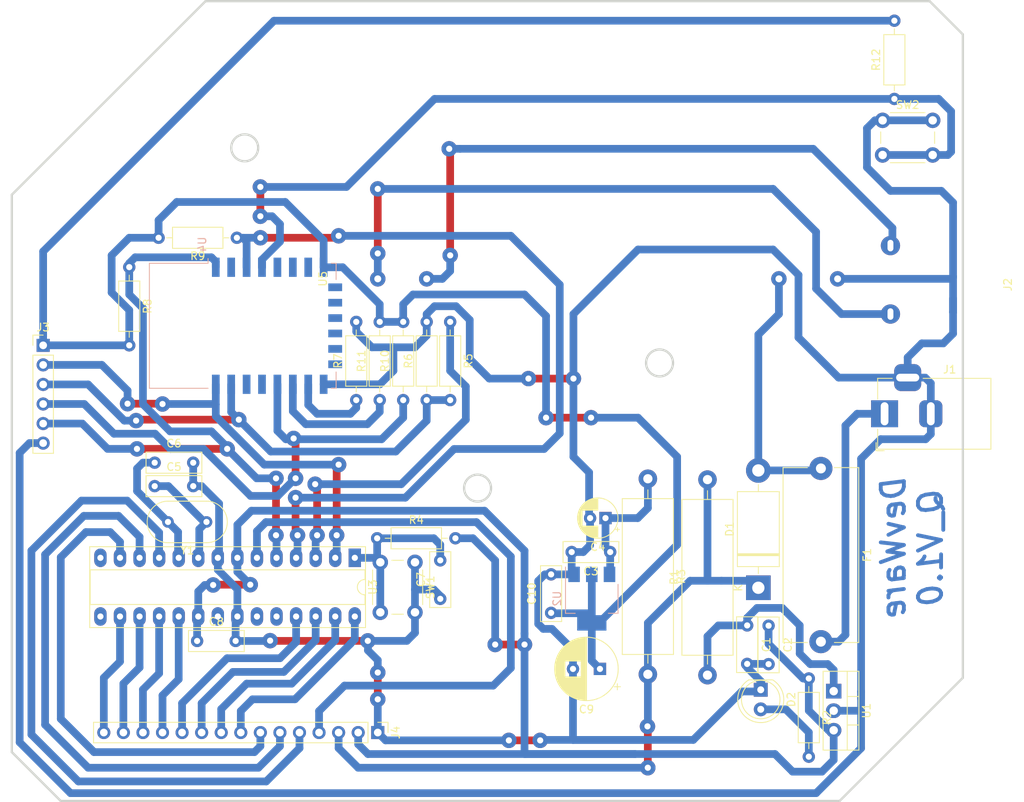
<source format=kicad_pcb>
(kicad_pcb (version 20171130) (host pcbnew "(5.1.6)-1")

  (general
    (thickness 1.6)
    (drawings 13)
    (tracks 509)
    (zones 0)
    (modules 37)
    (nets 53)
  )

  (page A4)
  (layers
    (0 F.Cu signal)
    (31 B.Cu signal)
    (32 B.Adhes user)
    (33 F.Adhes user)
    (34 B.Paste user)
    (35 F.Paste user)
    (36 B.SilkS user)
    (37 F.SilkS user)
    (38 B.Mask user)
    (39 F.Mask user)
    (40 Dwgs.User user)
    (41 Cmts.User user)
    (42 Eco1.User user)
    (43 Eco2.User user)
    (44 Edge.Cuts user)
    (45 Margin user)
    (46 B.CrtYd user)
    (47 F.CrtYd user)
    (48 B.Fab user)
    (49 F.Fab user)
  )

  (setup
    (last_trace_width 1)
    (user_trace_width 1)
    (trace_clearance 0.2)
    (zone_clearance 0.508)
    (zone_45_only no)
    (trace_min 0.2)
    (via_size 0.8)
    (via_drill 0.4)
    (via_min_size 0.4)
    (via_min_drill 0.3)
    (user_via 2 0.8)
    (uvia_size 0.3)
    (uvia_drill 0.1)
    (uvias_allowed no)
    (uvia_min_size 0.2)
    (uvia_min_drill 0.1)
    (edge_width 0.3)
    (segment_width 0.2)
    (pcb_text_width 0.3)
    (pcb_text_size 1.5 1.5)
    (mod_edge_width 0.12)
    (mod_text_size 1 1)
    (mod_text_width 0.15)
    (pad_size 2 2)
    (pad_drill 0.8)
    (pad_to_mask_clearance 0.05)
    (aux_axis_origin 0 0)
    (visible_elements 7FFFFFFF)
    (pcbplotparams
      (layerselection 0x010fc_ffffffff)
      (usegerberextensions false)
      (usegerberattributes true)
      (usegerberadvancedattributes true)
      (creategerberjobfile true)
      (excludeedgelayer true)
      (linewidth 0.100000)
      (plotframeref false)
      (viasonmask false)
      (mode 1)
      (useauxorigin false)
      (hpglpennumber 1)
      (hpglpenspeed 20)
      (hpglpendiameter 15.000000)
      (psnegative false)
      (psa4output false)
      (plotreference true)
      (plotvalue false)
      (plotinvisibletext false)
      (padsonsilk false)
      (subtractmaskfromsilk false)
      (outputformat 1)
      (mirror false)
      (drillshape 0)
      (scaleselection 1)
      (outputdirectory "_7SEG_control_Gerber/"))
  )

  (net 0 "")
  (net 1 "Net-(C1-Pad1)")
  (net 2 /GND)
  (net 3 /5V)
  (net 4 "Net-(C3-Pad1)")
  (net 5 "Net-(C5-Pad1)")
  (net 6 "Net-(C6-Pad1)")
  (net 7 "Net-(C7-Pad2)")
  (net 8 /3.3V)
  (net 9 /12V)
  (net 10 "Net-(D2-Pad2)")
  (net 11 "Net-(F1-Pad2)")
  (net 12 /A_D1)
  (net 13 /D_D1)
  (net 14 /C_D1)
  (net 15 /B_D1)
  (net 16 /A_D2)
  (net 17 /D_D2)
  (net 18 /C_D2)
  (net 19 /B_D2)
  (net 20 /A_D3)
  (net 21 /D_D3)
  (net 22 /C_D3)
  (net 23 /B_D3)
  (net 24 "Net-(U3-Pad15)")
  (net 25 /RX-MCU)
  (net 26 /TX_MCU)
  (net 27 "Net-(U3-Pad21)")
  (net 28 "Net-(U3-Pad23)")
  (net 29 "Net-(U3-Pad24)")
  (net 30 "Net-(U3-Pad14)")
  (net 31 /IO15)
  (net 32 /RST)
  (net 33 /EN)
  (net 34 /IO0)
  (net 35 /IO2)
  (net 36 "Net-(U4-Pad2)")
  (net 37 "Net-(U4-Pad5)")
  (net 38 "Net-(U4-Pad6)")
  (net 39 "Net-(U4-Pad7)")
  (net 40 "Net-(U4-Pad9)")
  (net 41 "Net-(U4-Pad10)")
  (net 42 "Net-(U4-Pad11)")
  (net 43 "Net-(U4-Pad12)")
  (net 44 "Net-(U4-Pad13)")
  (net 45 "Net-(U4-Pad14)")
  (net 46 "Net-(U4-Pad19)")
  (net 47 "Net-(U4-Pad20)")
  (net 48 /V+)
  (net 49 "Net-(J2-PadN)")
  (net 50 "Net-(J2-PadL)")
  (net 51 /Interrupt)
  (net 52 /RXD)

  (net_class Default "This is the default net class."
    (clearance 0.2)
    (trace_width 0.25)
    (via_dia 0.8)
    (via_drill 0.4)
    (uvia_dia 0.3)
    (uvia_drill 0.1)
    (add_net /12V)
    (add_net /3.3V)
    (add_net /5V)
    (add_net /A_D1)
    (add_net /A_D2)
    (add_net /A_D3)
    (add_net /B_D1)
    (add_net /B_D2)
    (add_net /B_D3)
    (add_net /C_D1)
    (add_net /C_D2)
    (add_net /C_D3)
    (add_net /D_D1)
    (add_net /D_D2)
    (add_net /D_D3)
    (add_net /EN)
    (add_net /GND)
    (add_net /IO0)
    (add_net /IO15)
    (add_net /IO2)
    (add_net /Interrupt)
    (add_net /RST)
    (add_net /RX-MCU)
    (add_net /RXD)
    (add_net /TX_MCU)
    (add_net /V+)
    (add_net "Net-(C1-Pad1)")
    (add_net "Net-(C3-Pad1)")
    (add_net "Net-(C5-Pad1)")
    (add_net "Net-(C6-Pad1)")
    (add_net "Net-(C7-Pad2)")
    (add_net "Net-(D2-Pad2)")
    (add_net "Net-(F1-Pad2)")
    (add_net "Net-(J2-PadL)")
    (add_net "Net-(J2-PadN)")
    (add_net "Net-(U3-Pad14)")
    (add_net "Net-(U3-Pad15)")
    (add_net "Net-(U3-Pad21)")
    (add_net "Net-(U3-Pad23)")
    (add_net "Net-(U3-Pad24)")
    (add_net "Net-(U4-Pad10)")
    (add_net "Net-(U4-Pad11)")
    (add_net "Net-(U4-Pad12)")
    (add_net "Net-(U4-Pad13)")
    (add_net "Net-(U4-Pad14)")
    (add_net "Net-(U4-Pad19)")
    (add_net "Net-(U4-Pad2)")
    (add_net "Net-(U4-Pad20)")
    (add_net "Net-(U4-Pad5)")
    (add_net "Net-(U4-Pad6)")
    (add_net "Net-(U4-Pad7)")
    (add_net "Net-(U4-Pad9)")
  )

  (module Button_Switch_THT:SW_PUSH_6mm_H7.3mm (layer F.Cu) (tedit 5A02FE31) (tstamp 60746CDC)
    (at 196.088 53.073001)
    (descr "tactile push button, 6x6mm e.g. PHAP33xx series, height=7.3mm")
    (tags "tact sw push 6mm")
    (path /60748F4E)
    (fp_text reference SW2 (at 3.25 -2) (layer F.SilkS)
      (effects (font (size 1 1) (thickness 0.15)))
    )
    (fp_text value SW_Push (at 3.75 6.7) (layer F.Fab)
      (effects (font (size 1 1) (thickness 0.15)))
    )
    (fp_line (start 3.25 -0.75) (end 6.25 -0.75) (layer F.Fab) (width 0.1))
    (fp_line (start 6.25 -0.75) (end 6.25 5.25) (layer F.Fab) (width 0.1))
    (fp_line (start 6.25 5.25) (end 0.25 5.25) (layer F.Fab) (width 0.1))
    (fp_line (start 0.25 5.25) (end 0.25 -0.75) (layer F.Fab) (width 0.1))
    (fp_line (start 0.25 -0.75) (end 3.25 -0.75) (layer F.Fab) (width 0.1))
    (fp_line (start 7.75 6) (end 8 6) (layer F.CrtYd) (width 0.05))
    (fp_line (start 8 6) (end 8 5.75) (layer F.CrtYd) (width 0.05))
    (fp_line (start 7.75 -1.5) (end 8 -1.5) (layer F.CrtYd) (width 0.05))
    (fp_line (start 8 -1.5) (end 8 -1.25) (layer F.CrtYd) (width 0.05))
    (fp_line (start -1.5 -1.25) (end -1.5 -1.5) (layer F.CrtYd) (width 0.05))
    (fp_line (start -1.5 -1.5) (end -1.25 -1.5) (layer F.CrtYd) (width 0.05))
    (fp_line (start -1.5 5.75) (end -1.5 6) (layer F.CrtYd) (width 0.05))
    (fp_line (start -1.5 6) (end -1.25 6) (layer F.CrtYd) (width 0.05))
    (fp_line (start -1.25 -1.5) (end 7.75 -1.5) (layer F.CrtYd) (width 0.05))
    (fp_line (start -1.5 5.75) (end -1.5 -1.25) (layer F.CrtYd) (width 0.05))
    (fp_line (start 7.75 6) (end -1.25 6) (layer F.CrtYd) (width 0.05))
    (fp_line (start 8 -1.25) (end 8 5.75) (layer F.CrtYd) (width 0.05))
    (fp_line (start 1 5.5) (end 5.5 5.5) (layer F.SilkS) (width 0.12))
    (fp_line (start -0.25 1.5) (end -0.25 3) (layer F.SilkS) (width 0.12))
    (fp_line (start 5.5 -1) (end 1 -1) (layer F.SilkS) (width 0.12))
    (fp_line (start 6.75 3) (end 6.75 1.5) (layer F.SilkS) (width 0.12))
    (fp_circle (center 3.25 2.25) (end 1.25 2.5) (layer F.Fab) (width 0.1))
    (fp_text user %R (at 3.25 2.25) (layer F.Fab)
      (effects (font (size 1 1) (thickness 0.15)))
    )
    (pad 2 thru_hole circle (at 0 4.5 90) (size 2 2) (drill 1.1) (layers *.Cu *.Mask)
      (net 51 /Interrupt))
    (pad 1 thru_hole circle (at 0 0 90) (size 2 2) (drill 1.1) (layers *.Cu *.Mask)
      (net 2 /GND))
    (pad 2 thru_hole circle (at 6.5 4.5 90) (size 2 2) (drill 1.1) (layers *.Cu *.Mask)
      (net 51 /Interrupt))
    (pad 1 thru_hole circle (at 6.5 0 90) (size 2 2) (drill 1.1) (layers *.Cu *.Mask)
      (net 2 /GND))
    (model ${KISYS3DMOD}/Button_Switch_THT.3dshapes/SW_PUSH_6mm_H7.3mm.wrl
      (at (xyz 0 0 0))
      (scale (xyz 1 1 1))
      (rotate (xyz 0 0 0))
    )
  )

  (module RF_Module:ESP-12E (layer B.Cu) (tedit 5A030172) (tstamp 605F302F)
    (at 113.03 79.756 270)
    (descr "Wi-Fi Module, http://wiki.ai-thinker.com/_media/esp8266/docs/aithinker_esp_12f_datasheet_en.pdf")
    (tags "Wi-Fi Module")
    (path /605F5E6D)
    (attr smd)
    (fp_text reference U4 (at -10.56 5.26 90) (layer B.SilkS)
      (effects (font (size 1 1) (thickness 0.15)) (justify mirror))
    )
    (fp_text value ESP-12E (at -0.06 12.78 90) (layer B.Fab)
      (effects (font (size 1 1) (thickness 0.15)) (justify mirror))
    )
    (fp_line (start -8 12) (end 8 12) (layer B.Fab) (width 0.12))
    (fp_line (start 8 12) (end 8 -12) (layer B.Fab) (width 0.12))
    (fp_line (start 8 -12) (end -8 -12) (layer B.Fab) (width 0.12))
    (fp_line (start -8 -12) (end -8 3) (layer B.Fab) (width 0.12))
    (fp_line (start -8 3) (end -7.5 3.5) (layer B.Fab) (width 0.12))
    (fp_line (start -7.5 3.5) (end -8 4) (layer B.Fab) (width 0.12))
    (fp_line (start -8 4) (end -8 12) (layer B.Fab) (width 0.12))
    (fp_line (start -9.05 12.2) (end 9.05 12.2) (layer B.CrtYd) (width 0.05))
    (fp_line (start 9.05 12.2) (end 9.05 -13.1) (layer B.CrtYd) (width 0.05))
    (fp_line (start 9.05 -13.1) (end -9.05 -13.1) (layer B.CrtYd) (width 0.05))
    (fp_line (start -9.05 -13.1) (end -9.05 12.2) (layer B.CrtYd) (width 0.05))
    (fp_line (start -8.12 12.12) (end 8.12 12.12) (layer B.SilkS) (width 0.12))
    (fp_line (start 8.12 12.12) (end 8.12 4.5) (layer B.SilkS) (width 0.12))
    (fp_line (start 8.12 -11.5) (end 8.12 -12.12) (layer B.SilkS) (width 0.12))
    (fp_line (start 8.12 -12.12) (end 6 -12.12) (layer B.SilkS) (width 0.12))
    (fp_line (start -6 -12.12) (end -8.12 -12.12) (layer B.SilkS) (width 0.12))
    (fp_line (start -8.12 -12.12) (end -8.12 -11.5) (layer B.SilkS) (width 0.12))
    (fp_line (start -8.12 4.5) (end -8.12 12.12) (layer B.SilkS) (width 0.12))
    (fp_line (start -8.12 4.5) (end -8.73 4.5) (layer B.SilkS) (width 0.12))
    (fp_line (start -8.12 12.12) (end 8.12 12.12) (layer Dwgs.User) (width 0.12))
    (fp_line (start 8.12 12.12) (end 8.12 4.8) (layer Dwgs.User) (width 0.12))
    (fp_line (start 8.12 4.8) (end -8.12 4.8) (layer Dwgs.User) (width 0.12))
    (fp_line (start -8.12 4.8) (end -8.12 12.12) (layer Dwgs.User) (width 0.12))
    (fp_line (start -8.12 9.12) (end -5.12 12.12) (layer Dwgs.User) (width 0.12))
    (fp_line (start -8.12 6.12) (end -2.12 12.12) (layer Dwgs.User) (width 0.12))
    (fp_line (start -6.44 4.8) (end 0.88 12.12) (layer Dwgs.User) (width 0.12))
    (fp_line (start -3.44 4.8) (end 3.88 12.12) (layer Dwgs.User) (width 0.12))
    (fp_line (start -0.44 4.8) (end 6.88 12.12) (layer Dwgs.User) (width 0.12))
    (fp_line (start 2.56 4.8) (end 8.12 10.36) (layer Dwgs.User) (width 0.12))
    (fp_line (start 5.56 4.8) (end 8.12 7.36) (layer Dwgs.User) (width 0.12))
    (fp_text user Antenna (at -0.06 7 270) (layer Cmts.User)
      (effects (font (size 1 1) (thickness 0.15)))
    )
    (fp_text user "KEEP-OUT ZONE" (at 0.03 9.55 270) (layer Cmts.User)
      (effects (font (size 1 1) (thickness 0.15)))
    )
    (fp_text user %R (at 0.49 0.8 90) (layer B.Fab)
      (effects (font (size 1 1) (thickness 0.15)) (justify mirror))
    )
    (pad 1 smd rect (at -7.6 3.5 270) (size 2.5 1) (layers B.Cu B.Paste B.Mask)
      (net 32 /RST))
    (pad 2 smd rect (at -7.6 1.5 270) (size 2.5 1) (layers B.Cu B.Paste B.Mask)
      (net 36 "Net-(U4-Pad2)"))
    (pad 3 smd rect (at -7.6 -0.5 270) (size 2.5 1) (layers B.Cu B.Paste B.Mask)
      (net 33 /EN))
    (pad 4 smd rect (at -7.6 -2.5 270) (size 2.5 1) (layers B.Cu B.Paste B.Mask)
      (net 51 /Interrupt))
    (pad 5 smd rect (at -7.6 -4.5 270) (size 2.5 1) (layers B.Cu B.Paste B.Mask)
      (net 37 "Net-(U4-Pad5)"))
    (pad 6 smd rect (at -7.6 -6.5 270) (size 2.5 1) (layers B.Cu B.Paste B.Mask)
      (net 38 "Net-(U4-Pad6)"))
    (pad 7 smd rect (at -7.6 -8.5 270) (size 2.5 1) (layers B.Cu B.Paste B.Mask)
      (net 39 "Net-(U4-Pad7)"))
    (pad 8 smd rect (at -7.6 -10.5 270) (size 2.5 1) (layers B.Cu B.Paste B.Mask)
      (net 8 /3.3V))
    (pad 9 smd rect (at -5 -12 270) (size 1 1.8) (layers B.Cu B.Paste B.Mask)
      (net 40 "Net-(U4-Pad9)"))
    (pad 10 smd rect (at -3 -12 270) (size 1 1.8) (layers B.Cu B.Paste B.Mask)
      (net 41 "Net-(U4-Pad10)"))
    (pad 11 smd rect (at -1 -12 270) (size 1 1.8) (layers B.Cu B.Paste B.Mask)
      (net 42 "Net-(U4-Pad11)"))
    (pad 12 smd rect (at 1 -12 270) (size 1 1.8) (layers B.Cu B.Paste B.Mask)
      (net 43 "Net-(U4-Pad12)"))
    (pad 13 smd rect (at 3 -12 270) (size 1 1.8) (layers B.Cu B.Paste B.Mask)
      (net 44 "Net-(U4-Pad13)"))
    (pad 14 smd rect (at 5 -12 270) (size 1 1.8) (layers B.Cu B.Paste B.Mask)
      (net 45 "Net-(U4-Pad14)"))
    (pad 15 smd rect (at 7.6 -10.5 270) (size 2.5 1) (layers B.Cu B.Paste B.Mask)
      (net 2 /GND))
    (pad 16 smd rect (at 7.6 -8.5 270) (size 2.5 1) (layers B.Cu B.Paste B.Mask)
      (net 31 /IO15))
    (pad 17 smd rect (at 7.6 -6.5 270) (size 2.5 1) (layers B.Cu B.Paste B.Mask)
      (net 35 /IO2))
    (pad 18 smd rect (at 7.6 -4.5 270) (size 2.5 1) (layers B.Cu B.Paste B.Mask)
      (net 34 /IO0))
    (pad 19 smd rect (at 7.6 -2.5 270) (size 2.5 1) (layers B.Cu B.Paste B.Mask)
      (net 46 "Net-(U4-Pad19)"))
    (pad 20 smd rect (at 7.6 -0.5 270) (size 2.5 1) (layers B.Cu B.Paste B.Mask)
      (net 47 "Net-(U4-Pad20)"))
    (pad 21 smd rect (at 7.6 1.5 270) (size 2.5 1) (layers B.Cu B.Paste B.Mask)
      (net 52 /RXD))
    (pad 22 smd rect (at 7.6 3.5 270) (size 2.5 1) (layers B.Cu B.Paste B.Mask)
      (net 25 /RX-MCU))
    (model ${KISYS3DMOD}/RF_Module.3dshapes/ESP-12E.wrl
      (at (xyz 0 0 0))
      (scale (xyz 1 1 1))
      (rotate (xyz 0 0 0))
    )
  )

  (module Connector_PinHeader_2.54mm:PinHeader_1x15_P2.54mm_Vertical (layer F.Cu) (tedit 59FED5CC) (tstamp 6058ACB1)
    (at 130.556 132.588 270)
    (descr "Through hole straight pin header, 1x15, 2.54mm pitch, single row")
    (tags "Through hole pin header THT 1x15 2.54mm single row")
    (path /605903EE)
    (fp_text reference J4 (at 0 -2.33 90) (layer F.SilkS)
      (effects (font (size 1 1) (thickness 0.15)))
    )
    (fp_text value Display_Board (at 0 37.89 90) (layer F.Fab)
      (effects (font (size 1 1) (thickness 0.15)))
    )
    (fp_line (start -0.635 -1.27) (end 1.27 -1.27) (layer F.Fab) (width 0.1))
    (fp_line (start 1.27 -1.27) (end 1.27 36.83) (layer F.Fab) (width 0.1))
    (fp_line (start 1.27 36.83) (end -1.27 36.83) (layer F.Fab) (width 0.1))
    (fp_line (start -1.27 36.83) (end -1.27 -0.635) (layer F.Fab) (width 0.1))
    (fp_line (start -1.27 -0.635) (end -0.635 -1.27) (layer F.Fab) (width 0.1))
    (fp_line (start -1.33 36.89) (end 1.33 36.89) (layer F.SilkS) (width 0.12))
    (fp_line (start -1.33 1.27) (end -1.33 36.89) (layer F.SilkS) (width 0.12))
    (fp_line (start 1.33 1.27) (end 1.33 36.89) (layer F.SilkS) (width 0.12))
    (fp_line (start -1.33 1.27) (end 1.33 1.27) (layer F.SilkS) (width 0.12))
    (fp_line (start -1.33 0) (end -1.33 -1.33) (layer F.SilkS) (width 0.12))
    (fp_line (start -1.33 -1.33) (end 0 -1.33) (layer F.SilkS) (width 0.12))
    (fp_line (start -1.8 -1.8) (end -1.8 37.35) (layer F.CrtYd) (width 0.05))
    (fp_line (start -1.8 37.35) (end 1.8 37.35) (layer F.CrtYd) (width 0.05))
    (fp_line (start 1.8 37.35) (end 1.8 -1.8) (layer F.CrtYd) (width 0.05))
    (fp_line (start 1.8 -1.8) (end -1.8 -1.8) (layer F.CrtYd) (width 0.05))
    (fp_text user %R (at 0 17.78) (layer F.Fab)
      (effects (font (size 1 1) (thickness 0.15)))
    )
    (pad 1 thru_hole rect (at 0 0 270) (size 1.7 1.7) (drill 1) (layers *.Cu *.Mask)
      (net 2 /GND))
    (pad 2 thru_hole oval (at 0 2.54 270) (size 1.7 1.7) (drill 1) (layers *.Cu *.Mask)
      (net 3 /5V))
    (pad 3 thru_hole oval (at 0 5.08 270) (size 1.7 1.7) (drill 1) (layers *.Cu *.Mask)
      (net 9 /12V))
    (pad 4 thru_hole oval (at 0 7.62 270) (size 1.7 1.7) (drill 1) (layers *.Cu *.Mask)
      (net 23 /B_D3))
    (pad 5 thru_hole oval (at 0 10.16 270) (size 1.7 1.7) (drill 1) (layers *.Cu *.Mask)
      (net 22 /C_D3))
    (pad 6 thru_hole oval (at 0 12.7 270) (size 1.7 1.7) (drill 1) (layers *.Cu *.Mask)
      (net 21 /D_D3))
    (pad 7 thru_hole oval (at 0 15.24 270) (size 1.7 1.7) (drill 1) (layers *.Cu *.Mask)
      (net 20 /A_D3))
    (pad 8 thru_hole oval (at 0 17.78 270) (size 1.7 1.7) (drill 1) (layers *.Cu *.Mask)
      (net 19 /B_D2))
    (pad 9 thru_hole oval (at 0 20.32 270) (size 1.7 1.7) (drill 1) (layers *.Cu *.Mask)
      (net 18 /C_D2))
    (pad 10 thru_hole oval (at 0 22.86 270) (size 1.7 1.7) (drill 1) (layers *.Cu *.Mask)
      (net 17 /D_D2))
    (pad 11 thru_hole oval (at 0 25.4 270) (size 1.7 1.7) (drill 1) (layers *.Cu *.Mask)
      (net 16 /A_D2))
    (pad 12 thru_hole oval (at 0 27.94 270) (size 1.7 1.7) (drill 1) (layers *.Cu *.Mask)
      (net 15 /B_D1))
    (pad 13 thru_hole oval (at 0 30.48 270) (size 1.7 1.7) (drill 1) (layers *.Cu *.Mask)
      (net 14 /C_D1))
    (pad 14 thru_hole oval (at 0 33.02 270) (size 1.7 1.7) (drill 1) (layers *.Cu *.Mask)
      (net 13 /D_D1))
    (pad 15 thru_hole oval (at 0 35.56 270) (size 1.7 1.7) (drill 1) (layers *.Cu *.Mask)
      (net 12 /A_D1))
    (model ${KISYS3DMOD}/Connector_PinHeader_2.54mm.3dshapes/PinHeader_1x15_P2.54mm_Vertical.wrl
      (at (xyz 0 0 0))
      (scale (xyz 1 1 1))
      (rotate (xyz 0 0 0))
    )
  )

  (module Capacitor_THT:C_Disc_D7.0mm_W2.5mm_P5.00mm (layer F.Cu) (tedit 5AE50EF0) (tstamp 6052D2B4)
    (at 178.506 118.674 270)
    (descr "C, Disc series, Radial, pin pitch=5.00mm, , diameter*width=7*2.5mm^2, Capacitor, http://cdn-reichelt.de/documents/datenblatt/B300/DS_KERKO_TC.pdf")
    (tags "C Disc series Radial pin pitch 5.00mm  diameter 7mm width 2.5mm Capacitor")
    (path /5FB3BE17)
    (fp_text reference C1 (at 2.5 -2.5 90) (layer F.SilkS)
      (effects (font (size 1 1) (thickness 0.15)))
    )
    (fp_text value 334 (at 2.5 2.5 90) (layer F.Fab)
      (effects (font (size 1 1) (thickness 0.15)))
    )
    (fp_line (start 6.25 -1.5) (end -1.25 -1.5) (layer F.CrtYd) (width 0.05))
    (fp_line (start 6.25 1.5) (end 6.25 -1.5) (layer F.CrtYd) (width 0.05))
    (fp_line (start -1.25 1.5) (end 6.25 1.5) (layer F.CrtYd) (width 0.05))
    (fp_line (start -1.25 -1.5) (end -1.25 1.5) (layer F.CrtYd) (width 0.05))
    (fp_line (start 6.12 -1.37) (end 6.12 1.37) (layer F.SilkS) (width 0.12))
    (fp_line (start -1.12 -1.37) (end -1.12 1.37) (layer F.SilkS) (width 0.12))
    (fp_line (start -1.12 1.37) (end 6.12 1.37) (layer F.SilkS) (width 0.12))
    (fp_line (start -1.12 -1.37) (end 6.12 -1.37) (layer F.SilkS) (width 0.12))
    (fp_line (start 6 -1.25) (end -1 -1.25) (layer F.Fab) (width 0.1))
    (fp_line (start 6 1.25) (end 6 -1.25) (layer F.Fab) (width 0.1))
    (fp_line (start -1 1.25) (end 6 1.25) (layer F.Fab) (width 0.1))
    (fp_line (start -1 -1.25) (end -1 1.25) (layer F.Fab) (width 0.1))
    (fp_text user %R (at 2.53 0.08 90) (layer F.Fab)
      (effects (font (size 1 1) (thickness 0.15)))
    )
    (pad 1 thru_hole circle (at 0 0 270) (size 1.6 1.6) (drill 0.8) (layers *.Cu *.Mask)
      (net 1 "Net-(C1-Pad1)"))
    (pad 2 thru_hole circle (at 5 0 270) (size 1.6 1.6) (drill 0.8) (layers *.Cu *.Mask)
      (net 2 /GND))
    (model ${KISYS3DMOD}/Capacitor_THT.3dshapes/C_Disc_D7.0mm_W2.5mm_P5.00mm.wrl
      (at (xyz 0 0 0))
      (scale (xyz 1 1 1))
      (rotate (xyz 0 0 0))
    )
  )

  (module Capacitor_THT:C_Disc_D7.0mm_W2.5mm_P5.00mm (layer F.Cu) (tedit 5AE50EF0) (tstamp 6052D2C7)
    (at 181.286 118.704 270)
    (descr "C, Disc series, Radial, pin pitch=5.00mm, , diameter*width=7*2.5mm^2, Capacitor, http://cdn-reichelt.de/documents/datenblatt/B300/DS_KERKO_TC.pdf")
    (tags "C Disc series Radial pin pitch 5.00mm  diameter 7mm width 2.5mm Capacitor")
    (path /5E6C8B29)
    (fp_text reference C2 (at 2.5 -2.5 90) (layer F.SilkS)
      (effects (font (size 1 1) (thickness 0.15)))
    )
    (fp_text value 104 (at 2.5 2.5 90) (layer F.Fab)
      (effects (font (size 1 1) (thickness 0.15)))
    )
    (fp_line (start -1 -1.25) (end -1 1.25) (layer F.Fab) (width 0.1))
    (fp_line (start -1 1.25) (end 6 1.25) (layer F.Fab) (width 0.1))
    (fp_line (start 6 1.25) (end 6 -1.25) (layer F.Fab) (width 0.1))
    (fp_line (start 6 -1.25) (end -1 -1.25) (layer F.Fab) (width 0.1))
    (fp_line (start -1.12 -1.37) (end 6.12 -1.37) (layer F.SilkS) (width 0.12))
    (fp_line (start -1.12 1.37) (end 6.12 1.37) (layer F.SilkS) (width 0.12))
    (fp_line (start -1.12 -1.37) (end -1.12 1.37) (layer F.SilkS) (width 0.12))
    (fp_line (start 6.12 -1.37) (end 6.12 1.37) (layer F.SilkS) (width 0.12))
    (fp_line (start -1.25 -1.5) (end -1.25 1.5) (layer F.CrtYd) (width 0.05))
    (fp_line (start -1.25 1.5) (end 6.25 1.5) (layer F.CrtYd) (width 0.05))
    (fp_line (start 6.25 1.5) (end 6.25 -1.5) (layer F.CrtYd) (width 0.05))
    (fp_line (start 6.25 -1.5) (end -1.25 -1.5) (layer F.CrtYd) (width 0.05))
    (fp_text user %R (at 2.5 0 90) (layer F.Fab)
      (effects (font (size 1 1) (thickness 0.15)))
    )
    (pad 2 thru_hole circle (at 5 0 270) (size 1.6 1.6) (drill 0.8) (layers *.Cu *.Mask)
      (net 2 /GND))
    (pad 1 thru_hole circle (at 0 0 270) (size 1.6 1.6) (drill 0.8) (layers *.Cu *.Mask)
      (net 3 /5V))
    (model ${KISYS3DMOD}/Capacitor_THT.3dshapes/C_Disc_D7.0mm_W2.5mm_P5.00mm.wrl
      (at (xyz 0 0 0))
      (scale (xyz 1 1 1))
      (rotate (xyz 0 0 0))
    )
  )

  (module Capacitor_THT:C_Disc_D7.0mm_W2.5mm_P5.00mm (layer F.Cu) (tedit 5AE50EF0) (tstamp 6052D2DA)
    (at 160.726 109.144 180)
    (descr "C, Disc series, Radial, pin pitch=5.00mm, , diameter*width=7*2.5mm^2, Capacitor, http://cdn-reichelt.de/documents/datenblatt/B300/DS_KERKO_TC.pdf")
    (tags "C Disc series Radial pin pitch 5.00mm  diameter 7mm width 2.5mm Capacitor")
    (path /5FC2B8F6)
    (fp_text reference C3 (at 2.5 -2.5) (layer F.SilkS)
      (effects (font (size 1 1) (thickness 0.15)))
    )
    (fp_text value 334 (at 2.5 2.5) (layer F.Fab)
      (effects (font (size 1 1) (thickness 0.15)))
    )
    (fp_line (start 6.25 -1.5) (end -1.25 -1.5) (layer F.CrtYd) (width 0.05))
    (fp_line (start 6.25 1.5) (end 6.25 -1.5) (layer F.CrtYd) (width 0.05))
    (fp_line (start -1.25 1.5) (end 6.25 1.5) (layer F.CrtYd) (width 0.05))
    (fp_line (start -1.25 -1.5) (end -1.25 1.5) (layer F.CrtYd) (width 0.05))
    (fp_line (start 6.12 -1.37) (end 6.12 1.37) (layer F.SilkS) (width 0.12))
    (fp_line (start -1.12 -1.37) (end -1.12 1.37) (layer F.SilkS) (width 0.12))
    (fp_line (start -1.12 1.37) (end 6.12 1.37) (layer F.SilkS) (width 0.12))
    (fp_line (start -1.12 -1.37) (end 6.12 -1.37) (layer F.SilkS) (width 0.12))
    (fp_line (start 6 -1.25) (end -1 -1.25) (layer F.Fab) (width 0.1))
    (fp_line (start 6 1.25) (end 6 -1.25) (layer F.Fab) (width 0.1))
    (fp_line (start -1 1.25) (end 6 1.25) (layer F.Fab) (width 0.1))
    (fp_line (start -1 -1.25) (end -1 1.25) (layer F.Fab) (width 0.1))
    (fp_text user %R (at 2.5 0) (layer F.Fab)
      (effects (font (size 1 1) (thickness 0.15)))
    )
    (pad 1 thru_hole circle (at 0 0 180) (size 1.6 1.6) (drill 0.8) (layers *.Cu *.Mask)
      (net 4 "Net-(C3-Pad1)"))
    (pad 2 thru_hole circle (at 5 0 180) (size 1.6 1.6) (drill 0.8) (layers *.Cu *.Mask)
      (net 2 /GND))
    (model ${KISYS3DMOD}/Capacitor_THT.3dshapes/C_Disc_D7.0mm_W2.5mm_P5.00mm.wrl
      (at (xyz 0 0 0))
      (scale (xyz 1 1 1))
      (rotate (xyz 0 0 0))
    )
  )

  (module Capacitor_THT:CP_Radial_D5.0mm_P2.00mm (layer F.Cu) (tedit 5AE50EF0) (tstamp 6052D35D)
    (at 160.116 104.734 180)
    (descr "CP, Radial series, Radial, pin pitch=2.00mm, , diameter=5mm, Electrolytic Capacitor")
    (tags "CP Radial series Radial pin pitch 2.00mm  diameter 5mm Electrolytic Capacitor")
    (path /5FC0024C)
    (fp_text reference C4 (at 1 -3.75) (layer F.SilkS)
      (effects (font (size 1 1) (thickness 0.15)))
    )
    (fp_text value 10UF (at 1 3.75) (layer F.Fab)
      (effects (font (size 1 1) (thickness 0.15)))
    )
    (fp_line (start -1.554775 -1.725) (end -1.554775 -1.225) (layer F.SilkS) (width 0.12))
    (fp_line (start -1.804775 -1.475) (end -1.304775 -1.475) (layer F.SilkS) (width 0.12))
    (fp_line (start 3.601 -0.284) (end 3.601 0.284) (layer F.SilkS) (width 0.12))
    (fp_line (start 3.561 -0.518) (end 3.561 0.518) (layer F.SilkS) (width 0.12))
    (fp_line (start 3.521 -0.677) (end 3.521 0.677) (layer F.SilkS) (width 0.12))
    (fp_line (start 3.481 -0.805) (end 3.481 0.805) (layer F.SilkS) (width 0.12))
    (fp_line (start 3.441 -0.915) (end 3.441 0.915) (layer F.SilkS) (width 0.12))
    (fp_line (start 3.401 -1.011) (end 3.401 1.011) (layer F.SilkS) (width 0.12))
    (fp_line (start 3.361 -1.098) (end 3.361 1.098) (layer F.SilkS) (width 0.12))
    (fp_line (start 3.321 -1.178) (end 3.321 1.178) (layer F.SilkS) (width 0.12))
    (fp_line (start 3.281 -1.251) (end 3.281 1.251) (layer F.SilkS) (width 0.12))
    (fp_line (start 3.241 -1.319) (end 3.241 1.319) (layer F.SilkS) (width 0.12))
    (fp_line (start 3.201 -1.383) (end 3.201 1.383) (layer F.SilkS) (width 0.12))
    (fp_line (start 3.161 -1.443) (end 3.161 1.443) (layer F.SilkS) (width 0.12))
    (fp_line (start 3.121 -1.5) (end 3.121 1.5) (layer F.SilkS) (width 0.12))
    (fp_line (start 3.081 -1.554) (end 3.081 1.554) (layer F.SilkS) (width 0.12))
    (fp_line (start 3.041 -1.605) (end 3.041 1.605) (layer F.SilkS) (width 0.12))
    (fp_line (start 3.001 1.04) (end 3.001 1.653) (layer F.SilkS) (width 0.12))
    (fp_line (start 3.001 -1.653) (end 3.001 -1.04) (layer F.SilkS) (width 0.12))
    (fp_line (start 2.961 1.04) (end 2.961 1.699) (layer F.SilkS) (width 0.12))
    (fp_line (start 2.961 -1.699) (end 2.961 -1.04) (layer F.SilkS) (width 0.12))
    (fp_line (start 2.921 1.04) (end 2.921 1.743) (layer F.SilkS) (width 0.12))
    (fp_line (start 2.921 -1.743) (end 2.921 -1.04) (layer F.SilkS) (width 0.12))
    (fp_line (start 2.881 1.04) (end 2.881 1.785) (layer F.SilkS) (width 0.12))
    (fp_line (start 2.881 -1.785) (end 2.881 -1.04) (layer F.SilkS) (width 0.12))
    (fp_line (start 2.841 1.04) (end 2.841 1.826) (layer F.SilkS) (width 0.12))
    (fp_line (start 2.841 -1.826) (end 2.841 -1.04) (layer F.SilkS) (width 0.12))
    (fp_line (start 2.801 1.04) (end 2.801 1.864) (layer F.SilkS) (width 0.12))
    (fp_line (start 2.801 -1.864) (end 2.801 -1.04) (layer F.SilkS) (width 0.12))
    (fp_line (start 2.761 1.04) (end 2.761 1.901) (layer F.SilkS) (width 0.12))
    (fp_line (start 2.761 -1.901) (end 2.761 -1.04) (layer F.SilkS) (width 0.12))
    (fp_line (start 2.721 1.04) (end 2.721 1.937) (layer F.SilkS) (width 0.12))
    (fp_line (start 2.721 -1.937) (end 2.721 -1.04) (layer F.SilkS) (width 0.12))
    (fp_line (start 2.681 1.04) (end 2.681 1.971) (layer F.SilkS) (width 0.12))
    (fp_line (start 2.681 -1.971) (end 2.681 -1.04) (layer F.SilkS) (width 0.12))
    (fp_line (start 2.641 1.04) (end 2.641 2.004) (layer F.SilkS) (width 0.12))
    (fp_line (start 2.641 -2.004) (end 2.641 -1.04) (layer F.SilkS) (width 0.12))
    (fp_line (start 2.601 1.04) (end 2.601 2.035) (layer F.SilkS) (width 0.12))
    (fp_line (start 2.601 -2.035) (end 2.601 -1.04) (layer F.SilkS) (width 0.12))
    (fp_line (start 2.561 1.04) (end 2.561 2.065) (layer F.SilkS) (width 0.12))
    (fp_line (start 2.561 -2.065) (end 2.561 -1.04) (layer F.SilkS) (width 0.12))
    (fp_line (start 2.521 1.04) (end 2.521 2.095) (layer F.SilkS) (width 0.12))
    (fp_line (start 2.521 -2.095) (end 2.521 -1.04) (layer F.SilkS) (width 0.12))
    (fp_line (start 2.481 1.04) (end 2.481 2.122) (layer F.SilkS) (width 0.12))
    (fp_line (start 2.481 -2.122) (end 2.481 -1.04) (layer F.SilkS) (width 0.12))
    (fp_line (start 2.441 1.04) (end 2.441 2.149) (layer F.SilkS) (width 0.12))
    (fp_line (start 2.441 -2.149) (end 2.441 -1.04) (layer F.SilkS) (width 0.12))
    (fp_line (start 2.401 1.04) (end 2.401 2.175) (layer F.SilkS) (width 0.12))
    (fp_line (start 2.401 -2.175) (end 2.401 -1.04) (layer F.SilkS) (width 0.12))
    (fp_line (start 2.361 1.04) (end 2.361 2.2) (layer F.SilkS) (width 0.12))
    (fp_line (start 2.361 -2.2) (end 2.361 -1.04) (layer F.SilkS) (width 0.12))
    (fp_line (start 2.321 1.04) (end 2.321 2.224) (layer F.SilkS) (width 0.12))
    (fp_line (start 2.321 -2.224) (end 2.321 -1.04) (layer F.SilkS) (width 0.12))
    (fp_line (start 2.281 1.04) (end 2.281 2.247) (layer F.SilkS) (width 0.12))
    (fp_line (start 2.281 -2.247) (end 2.281 -1.04) (layer F.SilkS) (width 0.12))
    (fp_line (start 2.241 1.04) (end 2.241 2.268) (layer F.SilkS) (width 0.12))
    (fp_line (start 2.241 -2.268) (end 2.241 -1.04) (layer F.SilkS) (width 0.12))
    (fp_line (start 2.201 1.04) (end 2.201 2.29) (layer F.SilkS) (width 0.12))
    (fp_line (start 2.201 -2.29) (end 2.201 -1.04) (layer F.SilkS) (width 0.12))
    (fp_line (start 2.161 1.04) (end 2.161 2.31) (layer F.SilkS) (width 0.12))
    (fp_line (start 2.161 -2.31) (end 2.161 -1.04) (layer F.SilkS) (width 0.12))
    (fp_line (start 2.121 1.04) (end 2.121 2.329) (layer F.SilkS) (width 0.12))
    (fp_line (start 2.121 -2.329) (end 2.121 -1.04) (layer F.SilkS) (width 0.12))
    (fp_line (start 2.081 1.04) (end 2.081 2.348) (layer F.SilkS) (width 0.12))
    (fp_line (start 2.081 -2.348) (end 2.081 -1.04) (layer F.SilkS) (width 0.12))
    (fp_line (start 2.041 1.04) (end 2.041 2.365) (layer F.SilkS) (width 0.12))
    (fp_line (start 2.041 -2.365) (end 2.041 -1.04) (layer F.SilkS) (width 0.12))
    (fp_line (start 2.001 1.04) (end 2.001 2.382) (layer F.SilkS) (width 0.12))
    (fp_line (start 2.001 -2.382) (end 2.001 -1.04) (layer F.SilkS) (width 0.12))
    (fp_line (start 1.961 1.04) (end 1.961 2.398) (layer F.SilkS) (width 0.12))
    (fp_line (start 1.961 -2.398) (end 1.961 -1.04) (layer F.SilkS) (width 0.12))
    (fp_line (start 1.921 1.04) (end 1.921 2.414) (layer F.SilkS) (width 0.12))
    (fp_line (start 1.921 -2.414) (end 1.921 -1.04) (layer F.SilkS) (width 0.12))
    (fp_line (start 1.881 1.04) (end 1.881 2.428) (layer F.SilkS) (width 0.12))
    (fp_line (start 1.881 -2.428) (end 1.881 -1.04) (layer F.SilkS) (width 0.12))
    (fp_line (start 1.841 1.04) (end 1.841 2.442) (layer F.SilkS) (width 0.12))
    (fp_line (start 1.841 -2.442) (end 1.841 -1.04) (layer F.SilkS) (width 0.12))
    (fp_line (start 1.801 1.04) (end 1.801 2.455) (layer F.SilkS) (width 0.12))
    (fp_line (start 1.801 -2.455) (end 1.801 -1.04) (layer F.SilkS) (width 0.12))
    (fp_line (start 1.761 1.04) (end 1.761 2.468) (layer F.SilkS) (width 0.12))
    (fp_line (start 1.761 -2.468) (end 1.761 -1.04) (layer F.SilkS) (width 0.12))
    (fp_line (start 1.721 1.04) (end 1.721 2.48) (layer F.SilkS) (width 0.12))
    (fp_line (start 1.721 -2.48) (end 1.721 -1.04) (layer F.SilkS) (width 0.12))
    (fp_line (start 1.68 1.04) (end 1.68 2.491) (layer F.SilkS) (width 0.12))
    (fp_line (start 1.68 -2.491) (end 1.68 -1.04) (layer F.SilkS) (width 0.12))
    (fp_line (start 1.64 1.04) (end 1.64 2.501) (layer F.SilkS) (width 0.12))
    (fp_line (start 1.64 -2.501) (end 1.64 -1.04) (layer F.SilkS) (width 0.12))
    (fp_line (start 1.6 1.04) (end 1.6 2.511) (layer F.SilkS) (width 0.12))
    (fp_line (start 1.6 -2.511) (end 1.6 -1.04) (layer F.SilkS) (width 0.12))
    (fp_line (start 1.56 1.04) (end 1.56 2.52) (layer F.SilkS) (width 0.12))
    (fp_line (start 1.56 -2.52) (end 1.56 -1.04) (layer F.SilkS) (width 0.12))
    (fp_line (start 1.52 1.04) (end 1.52 2.528) (layer F.SilkS) (width 0.12))
    (fp_line (start 1.52 -2.528) (end 1.52 -1.04) (layer F.SilkS) (width 0.12))
    (fp_line (start 1.48 1.04) (end 1.48 2.536) (layer F.SilkS) (width 0.12))
    (fp_line (start 1.48 -2.536) (end 1.48 -1.04) (layer F.SilkS) (width 0.12))
    (fp_line (start 1.44 1.04) (end 1.44 2.543) (layer F.SilkS) (width 0.12))
    (fp_line (start 1.44 -2.543) (end 1.44 -1.04) (layer F.SilkS) (width 0.12))
    (fp_line (start 1.4 1.04) (end 1.4 2.55) (layer F.SilkS) (width 0.12))
    (fp_line (start 1.4 -2.55) (end 1.4 -1.04) (layer F.SilkS) (width 0.12))
    (fp_line (start 1.36 1.04) (end 1.36 2.556) (layer F.SilkS) (width 0.12))
    (fp_line (start 1.36 -2.556) (end 1.36 -1.04) (layer F.SilkS) (width 0.12))
    (fp_line (start 1.32 1.04) (end 1.32 2.561) (layer F.SilkS) (width 0.12))
    (fp_line (start 1.32 -2.561) (end 1.32 -1.04) (layer F.SilkS) (width 0.12))
    (fp_line (start 1.28 1.04) (end 1.28 2.565) (layer F.SilkS) (width 0.12))
    (fp_line (start 1.28 -2.565) (end 1.28 -1.04) (layer F.SilkS) (width 0.12))
    (fp_line (start 1.24 1.04) (end 1.24 2.569) (layer F.SilkS) (width 0.12))
    (fp_line (start 1.24 -2.569) (end 1.24 -1.04) (layer F.SilkS) (width 0.12))
    (fp_line (start 1.2 1.04) (end 1.2 2.573) (layer F.SilkS) (width 0.12))
    (fp_line (start 1.2 -2.573) (end 1.2 -1.04) (layer F.SilkS) (width 0.12))
    (fp_line (start 1.16 1.04) (end 1.16 2.576) (layer F.SilkS) (width 0.12))
    (fp_line (start 1.16 -2.576) (end 1.16 -1.04) (layer F.SilkS) (width 0.12))
    (fp_line (start 1.12 1.04) (end 1.12 2.578) (layer F.SilkS) (width 0.12))
    (fp_line (start 1.12 -2.578) (end 1.12 -1.04) (layer F.SilkS) (width 0.12))
    (fp_line (start 1.08 1.04) (end 1.08 2.579) (layer F.SilkS) (width 0.12))
    (fp_line (start 1.08 -2.579) (end 1.08 -1.04) (layer F.SilkS) (width 0.12))
    (fp_line (start 1.04 -2.58) (end 1.04 -1.04) (layer F.SilkS) (width 0.12))
    (fp_line (start 1.04 1.04) (end 1.04 2.58) (layer F.SilkS) (width 0.12))
    (fp_line (start 1 -2.58) (end 1 -1.04) (layer F.SilkS) (width 0.12))
    (fp_line (start 1 1.04) (end 1 2.58) (layer F.SilkS) (width 0.12))
    (fp_line (start -0.883605 -1.3375) (end -0.883605 -0.8375) (layer F.Fab) (width 0.1))
    (fp_line (start -1.133605 -1.0875) (end -0.633605 -1.0875) (layer F.Fab) (width 0.1))
    (fp_circle (center 1 0) (end 3.75 0) (layer F.CrtYd) (width 0.05))
    (fp_circle (center 1 0) (end 3.62 0) (layer F.SilkS) (width 0.12))
    (fp_circle (center 1 0) (end 3.5 0) (layer F.Fab) (width 0.1))
    (fp_text user %R (at 1 0) (layer F.Fab)
      (effects (font (size 1 1) (thickness 0.15)))
    )
    (pad 1 thru_hole rect (at 0 0 180) (size 1.6 1.6) (drill 0.8) (layers *.Cu *.Mask)
      (net 4 "Net-(C3-Pad1)"))
    (pad 2 thru_hole circle (at 2 0 180) (size 1.6 1.6) (drill 0.8) (layers *.Cu *.Mask)
      (net 2 /GND))
    (model ${KISYS3DMOD}/Capacitor_THT.3dshapes/CP_Radial_D5.0mm_P2.00mm.wrl
      (at (xyz 0 0 0))
      (scale (xyz 1 1 1))
      (rotate (xyz 0 0 0))
    )
  )

  (module Capacitor_THT:C_Disc_D7.0mm_W2.5mm_P5.00mm (layer F.Cu) (tedit 5AE50EF0) (tstamp 6052D370)
    (at 101.6 100.584)
    (descr "C, Disc series, Radial, pin pitch=5.00mm, , diameter*width=7*2.5mm^2, Capacitor, http://cdn-reichelt.de/documents/datenblatt/B300/DS_KERKO_TC.pdf")
    (tags "C Disc series Radial pin pitch 5.00mm  diameter 7mm width 2.5mm Capacitor")
    (path /5F0302DD)
    (fp_text reference C5 (at 2.5 -2.5) (layer F.SilkS)
      (effects (font (size 1 1) (thickness 0.15)))
    )
    (fp_text value 22P (at 2.5 2.5) (layer F.Fab)
      (effects (font (size 1 1) (thickness 0.15)))
    )
    (fp_line (start -1 -1.25) (end -1 1.25) (layer F.Fab) (width 0.1))
    (fp_line (start -1 1.25) (end 6 1.25) (layer F.Fab) (width 0.1))
    (fp_line (start 6 1.25) (end 6 -1.25) (layer F.Fab) (width 0.1))
    (fp_line (start 6 -1.25) (end -1 -1.25) (layer F.Fab) (width 0.1))
    (fp_line (start -1.12 -1.37) (end 6.12 -1.37) (layer F.SilkS) (width 0.12))
    (fp_line (start -1.12 1.37) (end 6.12 1.37) (layer F.SilkS) (width 0.12))
    (fp_line (start -1.12 -1.37) (end -1.12 1.37) (layer F.SilkS) (width 0.12))
    (fp_line (start 6.12 -1.37) (end 6.12 1.37) (layer F.SilkS) (width 0.12))
    (fp_line (start -1.25 -1.5) (end -1.25 1.5) (layer F.CrtYd) (width 0.05))
    (fp_line (start -1.25 1.5) (end 6.25 1.5) (layer F.CrtYd) (width 0.05))
    (fp_line (start 6.25 1.5) (end 6.25 -1.5) (layer F.CrtYd) (width 0.05))
    (fp_line (start 6.25 -1.5) (end -1.25 -1.5) (layer F.CrtYd) (width 0.05))
    (fp_text user %R (at 2.5 0) (layer F.Fab)
      (effects (font (size 1 1) (thickness 0.15)))
    )
    (pad 2 thru_hole circle (at 5 0) (size 1.6 1.6) (drill 0.8) (layers *.Cu *.Mask)
      (net 2 /GND))
    (pad 1 thru_hole circle (at 0 0) (size 1.6 1.6) (drill 0.8) (layers *.Cu *.Mask)
      (net 5 "Net-(C5-Pad1)"))
    (model ${KISYS3DMOD}/Capacitor_THT.3dshapes/C_Disc_D7.0mm_W2.5mm_P5.00mm.wrl
      (at (xyz 0 0 0))
      (scale (xyz 1 1 1))
      (rotate (xyz 0 0 0))
    )
  )

  (module Capacitor_THT:C_Disc_D7.0mm_W2.5mm_P5.00mm (layer F.Cu) (tedit 5AE50EF0) (tstamp 6052D383)
    (at 101.6 97.536)
    (descr "C, Disc series, Radial, pin pitch=5.00mm, , diameter*width=7*2.5mm^2, Capacitor, http://cdn-reichelt.de/documents/datenblatt/B300/DS_KERKO_TC.pdf")
    (tags "C Disc series Radial pin pitch 5.00mm  diameter 7mm width 2.5mm Capacitor")
    (path /5F0302D7)
    (fp_text reference C6 (at 2.5 -2.5) (layer F.SilkS)
      (effects (font (size 1 1) (thickness 0.15)))
    )
    (fp_text value 22P (at 2.5 2.5) (layer F.Fab)
      (effects (font (size 1 1) (thickness 0.15)))
    )
    (fp_line (start 6.25 -1.5) (end -1.25 -1.5) (layer F.CrtYd) (width 0.05))
    (fp_line (start 6.25 1.5) (end 6.25 -1.5) (layer F.CrtYd) (width 0.05))
    (fp_line (start -1.25 1.5) (end 6.25 1.5) (layer F.CrtYd) (width 0.05))
    (fp_line (start -1.25 -1.5) (end -1.25 1.5) (layer F.CrtYd) (width 0.05))
    (fp_line (start 6.12 -1.37) (end 6.12 1.37) (layer F.SilkS) (width 0.12))
    (fp_line (start -1.12 -1.37) (end -1.12 1.37) (layer F.SilkS) (width 0.12))
    (fp_line (start -1.12 1.37) (end 6.12 1.37) (layer F.SilkS) (width 0.12))
    (fp_line (start -1.12 -1.37) (end 6.12 -1.37) (layer F.SilkS) (width 0.12))
    (fp_line (start 6 -1.25) (end -1 -1.25) (layer F.Fab) (width 0.1))
    (fp_line (start 6 1.25) (end 6 -1.25) (layer F.Fab) (width 0.1))
    (fp_line (start -1 1.25) (end 6 1.25) (layer F.Fab) (width 0.1))
    (fp_line (start -1 -1.25) (end -1 1.25) (layer F.Fab) (width 0.1))
    (fp_text user %R (at 2.5 0) (layer F.Fab)
      (effects (font (size 1 1) (thickness 0.15)))
    )
    (pad 1 thru_hole circle (at 0 0) (size 1.6 1.6) (drill 0.8) (layers *.Cu *.Mask)
      (net 6 "Net-(C6-Pad1)"))
    (pad 2 thru_hole circle (at 5 0) (size 1.6 1.6) (drill 0.8) (layers *.Cu *.Mask)
      (net 2 /GND))
    (model ${KISYS3DMOD}/Capacitor_THT.3dshapes/C_Disc_D7.0mm_W2.5mm_P5.00mm.wrl
      (at (xyz 0 0 0))
      (scale (xyz 1 1 1))
      (rotate (xyz 0 0 0))
    )
  )

  (module Capacitor_THT:C_Disc_D7.0mm_W2.5mm_P5.00mm (layer F.Cu) (tedit 5AE50EF0) (tstamp 6052D396)
    (at 138.666 115.224 90)
    (descr "C, Disc series, Radial, pin pitch=5.00mm, , diameter*width=7*2.5mm^2, Capacitor, http://cdn-reichelt.de/documents/datenblatt/B300/DS_KERKO_TC.pdf")
    (tags "C Disc series Radial pin pitch 5.00mm  diameter 7mm width 2.5mm Capacitor")
    (path /5F03030C)
    (fp_text reference C7 (at 2.5 -2.5 90) (layer F.SilkS)
      (effects (font (size 1 1) (thickness 0.15)))
    )
    (fp_text value 104 (at 2.5 2.5 90) (layer F.Fab)
      (effects (font (size 1 1) (thickness 0.15)))
    )
    (fp_line (start 6.25 -1.5) (end -1.25 -1.5) (layer F.CrtYd) (width 0.05))
    (fp_line (start 6.25 1.5) (end 6.25 -1.5) (layer F.CrtYd) (width 0.05))
    (fp_line (start -1.25 1.5) (end 6.25 1.5) (layer F.CrtYd) (width 0.05))
    (fp_line (start -1.25 -1.5) (end -1.25 1.5) (layer F.CrtYd) (width 0.05))
    (fp_line (start 6.12 -1.37) (end 6.12 1.37) (layer F.SilkS) (width 0.12))
    (fp_line (start -1.12 -1.37) (end -1.12 1.37) (layer F.SilkS) (width 0.12))
    (fp_line (start -1.12 1.37) (end 6.12 1.37) (layer F.SilkS) (width 0.12))
    (fp_line (start -1.12 -1.37) (end 6.12 -1.37) (layer F.SilkS) (width 0.12))
    (fp_line (start 6 -1.25) (end -1 -1.25) (layer F.Fab) (width 0.1))
    (fp_line (start 6 1.25) (end 6 -1.25) (layer F.Fab) (width 0.1))
    (fp_line (start -1 1.25) (end 6 1.25) (layer F.Fab) (width 0.1))
    (fp_line (start -1 -1.25) (end -1 1.25) (layer F.Fab) (width 0.1))
    (fp_text user %R (at 2.5 0 90) (layer F.Fab)
      (effects (font (size 1 1) (thickness 0.15)))
    )
    (pad 1 thru_hole circle (at 0 0 90) (size 1.6 1.6) (drill 0.8) (layers *.Cu *.Mask)
      (net 2 /GND))
    (pad 2 thru_hole circle (at 5 0 90) (size 1.6 1.6) (drill 0.8) (layers *.Cu *.Mask)
      (net 7 "Net-(C7-Pad2)"))
    (model ${KISYS3DMOD}/Capacitor_THT.3dshapes/C_Disc_D7.0mm_W2.5mm_P5.00mm.wrl
      (at (xyz 0 0 0))
      (scale (xyz 1 1 1))
      (rotate (xyz 0 0 0))
    )
  )

  (module Capacitor_THT:C_Disc_D7.0mm_W2.5mm_P5.00mm (layer F.Cu) (tedit 5AE50EF0) (tstamp 6052D3A9)
    (at 107.106 120.694)
    (descr "C, Disc series, Radial, pin pitch=5.00mm, , diameter*width=7*2.5mm^2, Capacitor, http://cdn-reichelt.de/documents/datenblatt/B300/DS_KERKO_TC.pdf")
    (tags "C Disc series Radial pin pitch 5.00mm  diameter 7mm width 2.5mm Capacitor")
    (path /5F0302B9)
    (fp_text reference C8 (at 2.5 -2.5) (layer F.SilkS)
      (effects (font (size 1 1) (thickness 0.15)))
    )
    (fp_text value 0.1UF (at 2.5 2.5) (layer F.Fab)
      (effects (font (size 1 1) (thickness 0.15)))
    )
    (fp_line (start -1 -1.25) (end -1 1.25) (layer F.Fab) (width 0.1))
    (fp_line (start -1 1.25) (end 6 1.25) (layer F.Fab) (width 0.1))
    (fp_line (start 6 1.25) (end 6 -1.25) (layer F.Fab) (width 0.1))
    (fp_line (start 6 -1.25) (end -1 -1.25) (layer F.Fab) (width 0.1))
    (fp_line (start -1.12 -1.37) (end 6.12 -1.37) (layer F.SilkS) (width 0.12))
    (fp_line (start -1.12 1.37) (end 6.12 1.37) (layer F.SilkS) (width 0.12))
    (fp_line (start -1.12 -1.37) (end -1.12 1.37) (layer F.SilkS) (width 0.12))
    (fp_line (start 6.12 -1.37) (end 6.12 1.37) (layer F.SilkS) (width 0.12))
    (fp_line (start -1.25 -1.5) (end -1.25 1.5) (layer F.CrtYd) (width 0.05))
    (fp_line (start -1.25 1.5) (end 6.25 1.5) (layer F.CrtYd) (width 0.05))
    (fp_line (start 6.25 1.5) (end 6.25 -1.5) (layer F.CrtYd) (width 0.05))
    (fp_line (start 6.25 -1.5) (end -1.25 -1.5) (layer F.CrtYd) (width 0.05))
    (fp_text user %R (at 2.5 0) (layer F.Fab)
      (effects (font (size 1 1) (thickness 0.15)))
    )
    (pad 2 thru_hole circle (at 5 0) (size 1.6 1.6) (drill 0.8) (layers *.Cu *.Mask)
      (net 2 /GND))
    (pad 1 thru_hole circle (at 0 0) (size 1.6 1.6) (drill 0.8) (layers *.Cu *.Mask)
      (net 3 /5V))
    (model ${KISYS3DMOD}/Capacitor_THT.3dshapes/C_Disc_D7.0mm_W2.5mm_P5.00mm.wrl
      (at (xyz 0 0 0))
      (scale (xyz 1 1 1))
      (rotate (xyz 0 0 0))
    )
  )

  (module Capacitor_THT:CP_Radial_D8.0mm_P3.50mm (layer F.Cu) (tedit 5AE50EF0) (tstamp 6052D452)
    (at 159.396 124.324 180)
    (descr "CP, Radial series, Radial, pin pitch=3.50mm, , diameter=8mm, Electrolytic Capacitor")
    (tags "CP Radial series Radial pin pitch 3.50mm  diameter 8mm Electrolytic Capacitor")
    (path /5FC00ED3)
    (fp_text reference C9 (at 1.75 -5.25) (layer F.SilkS)
      (effects (font (size 1 1) (thickness 0.15)))
    )
    (fp_text value 100UF (at 1.75 5.25) (layer F.Fab)
      (effects (font (size 1 1) (thickness 0.15)))
    )
    (fp_line (start -2.259698 -2.715) (end -2.259698 -1.915) (layer F.SilkS) (width 0.12))
    (fp_line (start -2.659698 -2.315) (end -1.859698 -2.315) (layer F.SilkS) (width 0.12))
    (fp_line (start 5.831 -0.533) (end 5.831 0.533) (layer F.SilkS) (width 0.12))
    (fp_line (start 5.791 -0.768) (end 5.791 0.768) (layer F.SilkS) (width 0.12))
    (fp_line (start 5.751 -0.948) (end 5.751 0.948) (layer F.SilkS) (width 0.12))
    (fp_line (start 5.711 -1.098) (end 5.711 1.098) (layer F.SilkS) (width 0.12))
    (fp_line (start 5.671 -1.229) (end 5.671 1.229) (layer F.SilkS) (width 0.12))
    (fp_line (start 5.631 -1.346) (end 5.631 1.346) (layer F.SilkS) (width 0.12))
    (fp_line (start 5.591 -1.453) (end 5.591 1.453) (layer F.SilkS) (width 0.12))
    (fp_line (start 5.551 -1.552) (end 5.551 1.552) (layer F.SilkS) (width 0.12))
    (fp_line (start 5.511 -1.645) (end 5.511 1.645) (layer F.SilkS) (width 0.12))
    (fp_line (start 5.471 -1.731) (end 5.471 1.731) (layer F.SilkS) (width 0.12))
    (fp_line (start 5.431 -1.813) (end 5.431 1.813) (layer F.SilkS) (width 0.12))
    (fp_line (start 5.391 -1.89) (end 5.391 1.89) (layer F.SilkS) (width 0.12))
    (fp_line (start 5.351 -1.964) (end 5.351 1.964) (layer F.SilkS) (width 0.12))
    (fp_line (start 5.311 -2.034) (end 5.311 2.034) (layer F.SilkS) (width 0.12))
    (fp_line (start 5.271 -2.102) (end 5.271 2.102) (layer F.SilkS) (width 0.12))
    (fp_line (start 5.231 -2.166) (end 5.231 2.166) (layer F.SilkS) (width 0.12))
    (fp_line (start 5.191 -2.228) (end 5.191 2.228) (layer F.SilkS) (width 0.12))
    (fp_line (start 5.151 -2.287) (end 5.151 2.287) (layer F.SilkS) (width 0.12))
    (fp_line (start 5.111 -2.345) (end 5.111 2.345) (layer F.SilkS) (width 0.12))
    (fp_line (start 5.071 -2.4) (end 5.071 2.4) (layer F.SilkS) (width 0.12))
    (fp_line (start 5.031 -2.454) (end 5.031 2.454) (layer F.SilkS) (width 0.12))
    (fp_line (start 4.991 -2.505) (end 4.991 2.505) (layer F.SilkS) (width 0.12))
    (fp_line (start 4.951 -2.556) (end 4.951 2.556) (layer F.SilkS) (width 0.12))
    (fp_line (start 4.911 -2.604) (end 4.911 2.604) (layer F.SilkS) (width 0.12))
    (fp_line (start 4.871 -2.651) (end 4.871 2.651) (layer F.SilkS) (width 0.12))
    (fp_line (start 4.831 -2.697) (end 4.831 2.697) (layer F.SilkS) (width 0.12))
    (fp_line (start 4.791 -2.741) (end 4.791 2.741) (layer F.SilkS) (width 0.12))
    (fp_line (start 4.751 -2.784) (end 4.751 2.784) (layer F.SilkS) (width 0.12))
    (fp_line (start 4.711 -2.826) (end 4.711 2.826) (layer F.SilkS) (width 0.12))
    (fp_line (start 4.671 -2.867) (end 4.671 2.867) (layer F.SilkS) (width 0.12))
    (fp_line (start 4.631 -2.907) (end 4.631 2.907) (layer F.SilkS) (width 0.12))
    (fp_line (start 4.591 -2.945) (end 4.591 2.945) (layer F.SilkS) (width 0.12))
    (fp_line (start 4.551 -2.983) (end 4.551 2.983) (layer F.SilkS) (width 0.12))
    (fp_line (start 4.511 1.04) (end 4.511 3.019) (layer F.SilkS) (width 0.12))
    (fp_line (start 4.511 -3.019) (end 4.511 -1.04) (layer F.SilkS) (width 0.12))
    (fp_line (start 4.471 1.04) (end 4.471 3.055) (layer F.SilkS) (width 0.12))
    (fp_line (start 4.471 -3.055) (end 4.471 -1.04) (layer F.SilkS) (width 0.12))
    (fp_line (start 4.431 1.04) (end 4.431 3.09) (layer F.SilkS) (width 0.12))
    (fp_line (start 4.431 -3.09) (end 4.431 -1.04) (layer F.SilkS) (width 0.12))
    (fp_line (start 4.391 1.04) (end 4.391 3.124) (layer F.SilkS) (width 0.12))
    (fp_line (start 4.391 -3.124) (end 4.391 -1.04) (layer F.SilkS) (width 0.12))
    (fp_line (start 4.351 1.04) (end 4.351 3.156) (layer F.SilkS) (width 0.12))
    (fp_line (start 4.351 -3.156) (end 4.351 -1.04) (layer F.SilkS) (width 0.12))
    (fp_line (start 4.311 1.04) (end 4.311 3.189) (layer F.SilkS) (width 0.12))
    (fp_line (start 4.311 -3.189) (end 4.311 -1.04) (layer F.SilkS) (width 0.12))
    (fp_line (start 4.271 1.04) (end 4.271 3.22) (layer F.SilkS) (width 0.12))
    (fp_line (start 4.271 -3.22) (end 4.271 -1.04) (layer F.SilkS) (width 0.12))
    (fp_line (start 4.231 1.04) (end 4.231 3.25) (layer F.SilkS) (width 0.12))
    (fp_line (start 4.231 -3.25) (end 4.231 -1.04) (layer F.SilkS) (width 0.12))
    (fp_line (start 4.191 1.04) (end 4.191 3.28) (layer F.SilkS) (width 0.12))
    (fp_line (start 4.191 -3.28) (end 4.191 -1.04) (layer F.SilkS) (width 0.12))
    (fp_line (start 4.151 1.04) (end 4.151 3.309) (layer F.SilkS) (width 0.12))
    (fp_line (start 4.151 -3.309) (end 4.151 -1.04) (layer F.SilkS) (width 0.12))
    (fp_line (start 4.111 1.04) (end 4.111 3.338) (layer F.SilkS) (width 0.12))
    (fp_line (start 4.111 -3.338) (end 4.111 -1.04) (layer F.SilkS) (width 0.12))
    (fp_line (start 4.071 1.04) (end 4.071 3.365) (layer F.SilkS) (width 0.12))
    (fp_line (start 4.071 -3.365) (end 4.071 -1.04) (layer F.SilkS) (width 0.12))
    (fp_line (start 4.031 1.04) (end 4.031 3.392) (layer F.SilkS) (width 0.12))
    (fp_line (start 4.031 -3.392) (end 4.031 -1.04) (layer F.SilkS) (width 0.12))
    (fp_line (start 3.991 1.04) (end 3.991 3.418) (layer F.SilkS) (width 0.12))
    (fp_line (start 3.991 -3.418) (end 3.991 -1.04) (layer F.SilkS) (width 0.12))
    (fp_line (start 3.951 1.04) (end 3.951 3.444) (layer F.SilkS) (width 0.12))
    (fp_line (start 3.951 -3.444) (end 3.951 -1.04) (layer F.SilkS) (width 0.12))
    (fp_line (start 3.911 1.04) (end 3.911 3.469) (layer F.SilkS) (width 0.12))
    (fp_line (start 3.911 -3.469) (end 3.911 -1.04) (layer F.SilkS) (width 0.12))
    (fp_line (start 3.871 1.04) (end 3.871 3.493) (layer F.SilkS) (width 0.12))
    (fp_line (start 3.871 -3.493) (end 3.871 -1.04) (layer F.SilkS) (width 0.12))
    (fp_line (start 3.831 1.04) (end 3.831 3.517) (layer F.SilkS) (width 0.12))
    (fp_line (start 3.831 -3.517) (end 3.831 -1.04) (layer F.SilkS) (width 0.12))
    (fp_line (start 3.791 1.04) (end 3.791 3.54) (layer F.SilkS) (width 0.12))
    (fp_line (start 3.791 -3.54) (end 3.791 -1.04) (layer F.SilkS) (width 0.12))
    (fp_line (start 3.751 1.04) (end 3.751 3.562) (layer F.SilkS) (width 0.12))
    (fp_line (start 3.751 -3.562) (end 3.751 -1.04) (layer F.SilkS) (width 0.12))
    (fp_line (start 3.711 1.04) (end 3.711 3.584) (layer F.SilkS) (width 0.12))
    (fp_line (start 3.711 -3.584) (end 3.711 -1.04) (layer F.SilkS) (width 0.12))
    (fp_line (start 3.671 1.04) (end 3.671 3.606) (layer F.SilkS) (width 0.12))
    (fp_line (start 3.671 -3.606) (end 3.671 -1.04) (layer F.SilkS) (width 0.12))
    (fp_line (start 3.631 1.04) (end 3.631 3.627) (layer F.SilkS) (width 0.12))
    (fp_line (start 3.631 -3.627) (end 3.631 -1.04) (layer F.SilkS) (width 0.12))
    (fp_line (start 3.591 1.04) (end 3.591 3.647) (layer F.SilkS) (width 0.12))
    (fp_line (start 3.591 -3.647) (end 3.591 -1.04) (layer F.SilkS) (width 0.12))
    (fp_line (start 3.551 1.04) (end 3.551 3.666) (layer F.SilkS) (width 0.12))
    (fp_line (start 3.551 -3.666) (end 3.551 -1.04) (layer F.SilkS) (width 0.12))
    (fp_line (start 3.511 1.04) (end 3.511 3.686) (layer F.SilkS) (width 0.12))
    (fp_line (start 3.511 -3.686) (end 3.511 -1.04) (layer F.SilkS) (width 0.12))
    (fp_line (start 3.471 1.04) (end 3.471 3.704) (layer F.SilkS) (width 0.12))
    (fp_line (start 3.471 -3.704) (end 3.471 -1.04) (layer F.SilkS) (width 0.12))
    (fp_line (start 3.431 1.04) (end 3.431 3.722) (layer F.SilkS) (width 0.12))
    (fp_line (start 3.431 -3.722) (end 3.431 -1.04) (layer F.SilkS) (width 0.12))
    (fp_line (start 3.391 1.04) (end 3.391 3.74) (layer F.SilkS) (width 0.12))
    (fp_line (start 3.391 -3.74) (end 3.391 -1.04) (layer F.SilkS) (width 0.12))
    (fp_line (start 3.351 1.04) (end 3.351 3.757) (layer F.SilkS) (width 0.12))
    (fp_line (start 3.351 -3.757) (end 3.351 -1.04) (layer F.SilkS) (width 0.12))
    (fp_line (start 3.311 1.04) (end 3.311 3.774) (layer F.SilkS) (width 0.12))
    (fp_line (start 3.311 -3.774) (end 3.311 -1.04) (layer F.SilkS) (width 0.12))
    (fp_line (start 3.271 1.04) (end 3.271 3.79) (layer F.SilkS) (width 0.12))
    (fp_line (start 3.271 -3.79) (end 3.271 -1.04) (layer F.SilkS) (width 0.12))
    (fp_line (start 3.231 1.04) (end 3.231 3.805) (layer F.SilkS) (width 0.12))
    (fp_line (start 3.231 -3.805) (end 3.231 -1.04) (layer F.SilkS) (width 0.12))
    (fp_line (start 3.191 1.04) (end 3.191 3.821) (layer F.SilkS) (width 0.12))
    (fp_line (start 3.191 -3.821) (end 3.191 -1.04) (layer F.SilkS) (width 0.12))
    (fp_line (start 3.151 1.04) (end 3.151 3.835) (layer F.SilkS) (width 0.12))
    (fp_line (start 3.151 -3.835) (end 3.151 -1.04) (layer F.SilkS) (width 0.12))
    (fp_line (start 3.111 1.04) (end 3.111 3.85) (layer F.SilkS) (width 0.12))
    (fp_line (start 3.111 -3.85) (end 3.111 -1.04) (layer F.SilkS) (width 0.12))
    (fp_line (start 3.071 1.04) (end 3.071 3.863) (layer F.SilkS) (width 0.12))
    (fp_line (start 3.071 -3.863) (end 3.071 -1.04) (layer F.SilkS) (width 0.12))
    (fp_line (start 3.031 1.04) (end 3.031 3.877) (layer F.SilkS) (width 0.12))
    (fp_line (start 3.031 -3.877) (end 3.031 -1.04) (layer F.SilkS) (width 0.12))
    (fp_line (start 2.991 1.04) (end 2.991 3.889) (layer F.SilkS) (width 0.12))
    (fp_line (start 2.991 -3.889) (end 2.991 -1.04) (layer F.SilkS) (width 0.12))
    (fp_line (start 2.951 1.04) (end 2.951 3.902) (layer F.SilkS) (width 0.12))
    (fp_line (start 2.951 -3.902) (end 2.951 -1.04) (layer F.SilkS) (width 0.12))
    (fp_line (start 2.911 1.04) (end 2.911 3.914) (layer F.SilkS) (width 0.12))
    (fp_line (start 2.911 -3.914) (end 2.911 -1.04) (layer F.SilkS) (width 0.12))
    (fp_line (start 2.871 1.04) (end 2.871 3.925) (layer F.SilkS) (width 0.12))
    (fp_line (start 2.871 -3.925) (end 2.871 -1.04) (layer F.SilkS) (width 0.12))
    (fp_line (start 2.831 1.04) (end 2.831 3.936) (layer F.SilkS) (width 0.12))
    (fp_line (start 2.831 -3.936) (end 2.831 -1.04) (layer F.SilkS) (width 0.12))
    (fp_line (start 2.791 1.04) (end 2.791 3.947) (layer F.SilkS) (width 0.12))
    (fp_line (start 2.791 -3.947) (end 2.791 -1.04) (layer F.SilkS) (width 0.12))
    (fp_line (start 2.751 1.04) (end 2.751 3.957) (layer F.SilkS) (width 0.12))
    (fp_line (start 2.751 -3.957) (end 2.751 -1.04) (layer F.SilkS) (width 0.12))
    (fp_line (start 2.711 1.04) (end 2.711 3.967) (layer F.SilkS) (width 0.12))
    (fp_line (start 2.711 -3.967) (end 2.711 -1.04) (layer F.SilkS) (width 0.12))
    (fp_line (start 2.671 1.04) (end 2.671 3.976) (layer F.SilkS) (width 0.12))
    (fp_line (start 2.671 -3.976) (end 2.671 -1.04) (layer F.SilkS) (width 0.12))
    (fp_line (start 2.631 1.04) (end 2.631 3.985) (layer F.SilkS) (width 0.12))
    (fp_line (start 2.631 -3.985) (end 2.631 -1.04) (layer F.SilkS) (width 0.12))
    (fp_line (start 2.591 1.04) (end 2.591 3.994) (layer F.SilkS) (width 0.12))
    (fp_line (start 2.591 -3.994) (end 2.591 -1.04) (layer F.SilkS) (width 0.12))
    (fp_line (start 2.551 1.04) (end 2.551 4.002) (layer F.SilkS) (width 0.12))
    (fp_line (start 2.551 -4.002) (end 2.551 -1.04) (layer F.SilkS) (width 0.12))
    (fp_line (start 2.511 1.04) (end 2.511 4.01) (layer F.SilkS) (width 0.12))
    (fp_line (start 2.511 -4.01) (end 2.511 -1.04) (layer F.SilkS) (width 0.12))
    (fp_line (start 2.471 1.04) (end 2.471 4.017) (layer F.SilkS) (width 0.12))
    (fp_line (start 2.471 -4.017) (end 2.471 -1.04) (layer F.SilkS) (width 0.12))
    (fp_line (start 2.43 -4.024) (end 2.43 4.024) (layer F.SilkS) (width 0.12))
    (fp_line (start 2.39 -4.03) (end 2.39 4.03) (layer F.SilkS) (width 0.12))
    (fp_line (start 2.35 -4.037) (end 2.35 4.037) (layer F.SilkS) (width 0.12))
    (fp_line (start 2.31 -4.042) (end 2.31 4.042) (layer F.SilkS) (width 0.12))
    (fp_line (start 2.27 -4.048) (end 2.27 4.048) (layer F.SilkS) (width 0.12))
    (fp_line (start 2.23 -4.052) (end 2.23 4.052) (layer F.SilkS) (width 0.12))
    (fp_line (start 2.19 -4.057) (end 2.19 4.057) (layer F.SilkS) (width 0.12))
    (fp_line (start 2.15 -4.061) (end 2.15 4.061) (layer F.SilkS) (width 0.12))
    (fp_line (start 2.11 -4.065) (end 2.11 4.065) (layer F.SilkS) (width 0.12))
    (fp_line (start 2.07 -4.068) (end 2.07 4.068) (layer F.SilkS) (width 0.12))
    (fp_line (start 2.03 -4.071) (end 2.03 4.071) (layer F.SilkS) (width 0.12))
    (fp_line (start 1.99 -4.074) (end 1.99 4.074) (layer F.SilkS) (width 0.12))
    (fp_line (start 1.95 -4.076) (end 1.95 4.076) (layer F.SilkS) (width 0.12))
    (fp_line (start 1.91 -4.077) (end 1.91 4.077) (layer F.SilkS) (width 0.12))
    (fp_line (start 1.87 -4.079) (end 1.87 4.079) (layer F.SilkS) (width 0.12))
    (fp_line (start 1.83 -4.08) (end 1.83 4.08) (layer F.SilkS) (width 0.12))
    (fp_line (start 1.79 -4.08) (end 1.79 4.08) (layer F.SilkS) (width 0.12))
    (fp_line (start 1.75 -4.08) (end 1.75 4.08) (layer F.SilkS) (width 0.12))
    (fp_line (start -1.276759 -2.1475) (end -1.276759 -1.3475) (layer F.Fab) (width 0.1))
    (fp_line (start -1.676759 -1.7475) (end -0.876759 -1.7475) (layer F.Fab) (width 0.1))
    (fp_circle (center 1.75 0) (end 6 0) (layer F.CrtYd) (width 0.05))
    (fp_circle (center 1.75 0) (end 5.87 0) (layer F.SilkS) (width 0.12))
    (fp_circle (center 1.75 0) (end 5.75 0) (layer F.Fab) (width 0.1))
    (fp_text user %R (at 1.75 0) (layer F.Fab)
      (effects (font (size 1 1) (thickness 0.15)))
    )
    (pad 1 thru_hole rect (at 0 0 180) (size 1.6 1.6) (drill 0.8) (layers *.Cu *.Mask)
      (net 8 /3.3V))
    (pad 2 thru_hole circle (at 3.5 0 180) (size 1.6 1.6) (drill 0.8) (layers *.Cu *.Mask)
      (net 2 /GND))
    (model ${KISYS3DMOD}/Capacitor_THT.3dshapes/CP_Radial_D8.0mm_P3.50mm.wrl
      (at (xyz 0 0 0))
      (scale (xyz 1 1 1))
      (rotate (xyz 0 0 0))
    )
  )

  (module Capacitor_THT:C_Disc_D7.0mm_W2.5mm_P5.00mm (layer F.Cu) (tedit 5AE50EF0) (tstamp 6052D465)
    (at 153.056 117.044 90)
    (descr "C, Disc series, Radial, pin pitch=5.00mm, , diameter*width=7*2.5mm^2, Capacitor, http://cdn-reichelt.de/documents/datenblatt/B300/DS_KERKO_TC.pdf")
    (tags "C Disc series Radial pin pitch 5.00mm  diameter 7mm width 2.5mm Capacitor")
    (path /5FC41EB6)
    (fp_text reference C10 (at 2.5 -2.5 90) (layer F.SilkS)
      (effects (font (size 1 1) (thickness 0.15)))
    )
    (fp_text value 104 (at 2.5 2.5 90) (layer F.Fab)
      (effects (font (size 1 1) (thickness 0.15)))
    )
    (fp_line (start -1 -1.25) (end -1 1.25) (layer F.Fab) (width 0.1))
    (fp_line (start -1 1.25) (end 6 1.25) (layer F.Fab) (width 0.1))
    (fp_line (start 6 1.25) (end 6 -1.25) (layer F.Fab) (width 0.1))
    (fp_line (start 6 -1.25) (end -1 -1.25) (layer F.Fab) (width 0.1))
    (fp_line (start -1.12 -1.37) (end 6.12 -1.37) (layer F.SilkS) (width 0.12))
    (fp_line (start -1.12 1.37) (end 6.12 1.37) (layer F.SilkS) (width 0.12))
    (fp_line (start -1.12 -1.37) (end -1.12 1.37) (layer F.SilkS) (width 0.12))
    (fp_line (start 6.12 -1.37) (end 6.12 1.37) (layer F.SilkS) (width 0.12))
    (fp_line (start -1.25 -1.5) (end -1.25 1.5) (layer F.CrtYd) (width 0.05))
    (fp_line (start -1.25 1.5) (end 6.25 1.5) (layer F.CrtYd) (width 0.05))
    (fp_line (start 6.25 1.5) (end 6.25 -1.5) (layer F.CrtYd) (width 0.05))
    (fp_line (start 6.25 -1.5) (end -1.25 -1.5) (layer F.CrtYd) (width 0.05))
    (fp_text user %R (at 2.5 0 90) (layer F.Fab)
      (effects (font (size 1 1) (thickness 0.15)))
    )
    (pad 2 thru_hole circle (at 5 0 90) (size 1.6 1.6) (drill 0.8) (layers *.Cu *.Mask)
      (net 2 /GND))
    (pad 1 thru_hole circle (at 0 0 90) (size 1.6 1.6) (drill 0.8) (layers *.Cu *.Mask)
      (net 8 /3.3V))
    (model ${KISYS3DMOD}/Capacitor_THT.3dshapes/C_Disc_D7.0mm_W2.5mm_P5.00mm.wrl
      (at (xyz 0 0 0))
      (scale (xyz 1 1 1))
      (rotate (xyz 0 0 0))
    )
  )

  (module Diode_THT:D_DO-201AD_P15.24mm_Horizontal (layer F.Cu) (tedit 5AE50CD5) (tstamp 6052D484)
    (at 179.956 113.784 90)
    (descr "Diode, DO-201AD series, Axial, Horizontal, pin pitch=15.24mm, , length*diameter=9.5*5.2mm^2, , http://www.diodes.com/_files/packages/DO-201AD.pdf")
    (tags "Diode DO-201AD series Axial Horizontal pin pitch 15.24mm  length 9.5mm diameter 5.2mm")
    (path /5FB3BE14)
    (fp_text reference D1 (at 7.62 -3.72 90) (layer F.SilkS)
      (effects (font (size 1 1) (thickness 0.15)))
    )
    (fp_text value 1N5407 (at 7.62 3.72 90) (layer F.Fab)
      (effects (font (size 1 1) (thickness 0.15)))
    )
    (fp_line (start 17.09 -2.85) (end -1.85 -2.85) (layer F.CrtYd) (width 0.05))
    (fp_line (start 17.09 2.85) (end 17.09 -2.85) (layer F.CrtYd) (width 0.05))
    (fp_line (start -1.85 2.85) (end 17.09 2.85) (layer F.CrtYd) (width 0.05))
    (fp_line (start -1.85 -2.85) (end -1.85 2.85) (layer F.CrtYd) (width 0.05))
    (fp_line (start 4.175 -2.72) (end 4.175 2.72) (layer F.SilkS) (width 0.12))
    (fp_line (start 4.415 -2.72) (end 4.415 2.72) (layer F.SilkS) (width 0.12))
    (fp_line (start 4.295 -2.72) (end 4.295 2.72) (layer F.SilkS) (width 0.12))
    (fp_line (start 13.4 0) (end 12.49 0) (layer F.SilkS) (width 0.12))
    (fp_line (start 1.84 0) (end 2.75 0) (layer F.SilkS) (width 0.12))
    (fp_line (start 12.49 -2.72) (end 2.75 -2.72) (layer F.SilkS) (width 0.12))
    (fp_line (start 12.49 2.72) (end 12.49 -2.72) (layer F.SilkS) (width 0.12))
    (fp_line (start 2.75 2.72) (end 12.49 2.72) (layer F.SilkS) (width 0.12))
    (fp_line (start 2.75 -2.72) (end 2.75 2.72) (layer F.SilkS) (width 0.12))
    (fp_line (start 4.195 -2.6) (end 4.195 2.6) (layer F.Fab) (width 0.1))
    (fp_line (start 4.395 -2.6) (end 4.395 2.6) (layer F.Fab) (width 0.1))
    (fp_line (start 4.295 -2.6) (end 4.295 2.6) (layer F.Fab) (width 0.1))
    (fp_line (start 15.24 0) (end 12.37 0) (layer F.Fab) (width 0.1))
    (fp_line (start 0 0) (end 2.87 0) (layer F.Fab) (width 0.1))
    (fp_line (start 12.37 -2.6) (end 2.87 -2.6) (layer F.Fab) (width 0.1))
    (fp_line (start 12.37 2.6) (end 12.37 -2.6) (layer F.Fab) (width 0.1))
    (fp_line (start 2.87 2.6) (end 12.37 2.6) (layer F.Fab) (width 0.1))
    (fp_line (start 2.87 -2.6) (end 2.87 2.6) (layer F.Fab) (width 0.1))
    (fp_text user %R (at 8.3325 0 90) (layer F.Fab)
      (effects (font (size 1 1) (thickness 0.15)))
    )
    (fp_text user K (at 0 -2.6 90) (layer F.Fab)
      (effects (font (size 1 1) (thickness 0.15)))
    )
    (fp_text user K (at 0 -2.6 90) (layer F.SilkS)
      (effects (font (size 1 1) (thickness 0.15)))
    )
    (pad 1 thru_hole rect (at 0 0 90) (size 3.2 3.2) (drill 1.6) (layers *.Cu *.Mask)
      (net 9 /12V))
    (pad 2 thru_hole oval (at 15.24 0 90) (size 3.2 3.2) (drill 1.6) (layers *.Cu *.Mask)
      (net 48 /V+))
    (model ${KISYS3DMOD}/Diode_THT.3dshapes/D_DO-201AD_P15.24mm_Horizontal.wrl
      (at (xyz 0 0 0))
      (scale (xyz 1 1 1))
      (rotate (xyz 0 0 0))
    )
  )

  (module LED_THT:LED_D5.0mm (layer F.Cu) (tedit 5995936A) (tstamp 6052D496)
    (at 180.266 127.034 270)
    (descr "LED, diameter 5.0mm, 2 pins, http://cdn-reichelt.de/documents/datenblatt/A500/LL-504BC2E-009.pdf")
    (tags "LED diameter 5.0mm 2 pins")
    (path /5E6CDFF8)
    (fp_text reference D2 (at 1.27 -3.96 90) (layer F.SilkS)
      (effects (font (size 1 1) (thickness 0.15)))
    )
    (fp_text value LED (at 1.27 3.96 90) (layer F.Fab)
      (effects (font (size 1 1) (thickness 0.15)))
    )
    (fp_line (start 4.5 -3.25) (end -1.95 -3.25) (layer F.CrtYd) (width 0.05))
    (fp_line (start 4.5 3.25) (end 4.5 -3.25) (layer F.CrtYd) (width 0.05))
    (fp_line (start -1.95 3.25) (end 4.5 3.25) (layer F.CrtYd) (width 0.05))
    (fp_line (start -1.95 -3.25) (end -1.95 3.25) (layer F.CrtYd) (width 0.05))
    (fp_line (start -1.29 -1.545) (end -1.29 1.545) (layer F.SilkS) (width 0.12))
    (fp_line (start -1.23 -1.469694) (end -1.23 1.469694) (layer F.Fab) (width 0.1))
    (fp_circle (center 1.27 0) (end 3.77 0) (layer F.SilkS) (width 0.12))
    (fp_circle (center 1.27 0) (end 3.77 0) (layer F.Fab) (width 0.1))
    (fp_arc (start 1.27 0) (end -1.23 -1.469694) (angle 299.1) (layer F.Fab) (width 0.1))
    (fp_arc (start 1.27 0) (end -1.29 -1.54483) (angle 148.9) (layer F.SilkS) (width 0.12))
    (fp_arc (start 1.27 0) (end -1.29 1.54483) (angle -148.9) (layer F.SilkS) (width 0.12))
    (fp_text user %R (at 1.25 0 90) (layer F.Fab)
      (effects (font (size 0.8 0.8) (thickness 0.2)))
    )
    (pad 1 thru_hole rect (at 0 0 270) (size 1.8 1.8) (drill 0.9) (layers *.Cu *.Mask)
      (net 2 /GND))
    (pad 2 thru_hole circle (at 2.54 0 270) (size 1.8 1.8) (drill 0.9) (layers *.Cu *.Mask)
      (net 10 "Net-(D2-Pad2)"))
    (model ${KISYS3DMOD}/LED_THT.3dshapes/LED_D5.0mm.wrl
      (at (xyz 0 0 0))
      (scale (xyz 1 1 1))
      (rotate (xyz 0 0 0))
    )
  )

  (module Fuse:Fuseholder_Cylinder-5x20mm_Schurter_0031_8201_Horizontal_Open (layer F.Cu) (tedit 5D717D34) (tstamp 6052D4AC)
    (at 188.076 98.284 270)
    (descr "Fuseholder horizontal open, 5x20mm, 500V, 16A, Schurter 0031.8201, https://us.schurter.com/bundles/snceschurter/epim/_ProdPool_/newDS/en/typ_OGN.pdf")
    (tags "Fuseholder horizontal open 5x20 Schurter 0031.8201")
    (path /5FB3BE13)
    (fp_text reference F1 (at 11.25 -6 90) (layer F.SilkS)
      (effects (font (size 1 1) (thickness 0.15)))
    )
    (fp_text value Fuse (at 11.25 6 90) (layer F.Fab)
      (effects (font (size 1 1) (thickness 0.15)))
    )
    (fp_line (start -0.11 4.91) (end -0.11 1.75) (layer F.SilkS) (width 0.12))
    (fp_line (start 24.25 -5.05) (end 24.25 5.05) (layer F.CrtYd) (width 0.05))
    (fp_line (start -0.11 4.91) (end 22.61 4.91) (layer F.SilkS) (width 0.12))
    (fp_line (start -1.75 -5.05) (end 24.25 -5.05) (layer F.CrtYd) (width 0.05))
    (fp_line (start 24.25 5.05) (end -1.75 5.05) (layer F.CrtYd) (width 0.05))
    (fp_line (start -0.11 -4.91) (end 22.61 -4.91) (layer F.SilkS) (width 0.12))
    (fp_line (start -0.11 -1.75) (end -0.11 -4.91) (layer F.SilkS) (width 0.12))
    (fp_line (start 22.61 -1.75) (end 22.61 -4.91) (layer F.SilkS) (width 0.12))
    (fp_line (start 22.61 4.91) (end 22.61 1.75) (layer F.SilkS) (width 0.12))
    (fp_line (start -1.75 5.05) (end -1.75 -5.05) (layer F.CrtYd) (width 0.05))
    (fp_line (start 22.5 -4.8) (end 0 -4.8) (layer F.Fab) (width 0.1))
    (fp_line (start 22.5 4.8) (end 22.5 -4.8) (layer F.Fab) (width 0.1))
    (fp_line (start 0 4.8) (end 22.5 4.8) (layer F.Fab) (width 0.1))
    (fp_line (start 0 -4.8) (end 0 4.8) (layer F.Fab) (width 0.1))
    (fp_text user %R (at 11.25 4 90) (layer F.Fab)
      (effects (font (size 1 1) (thickness 0.15)))
    )
    (pad 1 thru_hole circle (at 0 0 270) (size 3 3) (drill 1.3) (layers *.Cu *.Mask)
      (net 48 /V+))
    (pad 2 thru_hole circle (at 22.5 0 270) (size 3 3) (drill 1.3) (layers *.Cu *.Mask)
      (net 11 "Net-(F1-Pad2)"))
    (pad "" np_thru_hole circle (at 11.25 0 270) (size 2.7 2.7) (drill 2.7) (layers *.Cu *.Mask))
    (model ${KISYS3DMOD}/Fuse.3dshapes/Fuseholder_Cylinder-5x20mm_Schurter_0031_8201_Horizontal_Open.wrl
      (at (xyz 0 0 0))
      (scale (xyz 1 1 1))
      (rotate (xyz 0 0 0))
    )
  )

  (module Connector_BarrelJack:BarrelJack_Horizontal (layer F.Cu) (tedit 5A1DBF6A) (tstamp 6062F338)
    (at 196.342 91.186 180)
    (descr "DC Barrel Jack")
    (tags "Power Jack")
    (path /5E6B013A)
    (fp_text reference J1 (at -8.45 5.75) (layer F.SilkS)
      (effects (font (size 1 1) (thickness 0.15)))
    )
    (fp_text value Barrel_Jack_Switch (at -6.2 -5.5) (layer F.Fab)
      (effects (font (size 1 1) (thickness 0.15)))
    )
    (fp_line (start 0 -4.5) (end -13.7 -4.5) (layer F.Fab) (width 0.1))
    (fp_line (start 0.8 4.5) (end 0.8 -3.75) (layer F.Fab) (width 0.1))
    (fp_line (start -13.7 4.5) (end 0.8 4.5) (layer F.Fab) (width 0.1))
    (fp_line (start -13.7 -4.5) (end -13.7 4.5) (layer F.Fab) (width 0.1))
    (fp_line (start -10.2 -4.5) (end -10.2 4.5) (layer F.Fab) (width 0.1))
    (fp_line (start 0.9 -4.6) (end 0.9 -2) (layer F.SilkS) (width 0.12))
    (fp_line (start -13.8 -4.6) (end 0.9 -4.6) (layer F.SilkS) (width 0.12))
    (fp_line (start 0.9 4.6) (end -1 4.6) (layer F.SilkS) (width 0.12))
    (fp_line (start 0.9 1.9) (end 0.9 4.6) (layer F.SilkS) (width 0.12))
    (fp_line (start -13.8 4.6) (end -13.8 -4.6) (layer F.SilkS) (width 0.12))
    (fp_line (start -5 4.6) (end -13.8 4.6) (layer F.SilkS) (width 0.12))
    (fp_line (start -14 4.75) (end -14 -4.75) (layer F.CrtYd) (width 0.05))
    (fp_line (start -5 4.75) (end -14 4.75) (layer F.CrtYd) (width 0.05))
    (fp_line (start -5 6.75) (end -5 4.75) (layer F.CrtYd) (width 0.05))
    (fp_line (start -1 6.75) (end -5 6.75) (layer F.CrtYd) (width 0.05))
    (fp_line (start -1 4.75) (end -1 6.75) (layer F.CrtYd) (width 0.05))
    (fp_line (start 1 4.75) (end -1 4.75) (layer F.CrtYd) (width 0.05))
    (fp_line (start 1 2) (end 1 4.75) (layer F.CrtYd) (width 0.05))
    (fp_line (start 2 2) (end 1 2) (layer F.CrtYd) (width 0.05))
    (fp_line (start 2 -2) (end 2 2) (layer F.CrtYd) (width 0.05))
    (fp_line (start 1 -2) (end 2 -2) (layer F.CrtYd) (width 0.05))
    (fp_line (start 1 -4.5) (end 1 -2) (layer F.CrtYd) (width 0.05))
    (fp_line (start 1 -4.75) (end -14 -4.75) (layer F.CrtYd) (width 0.05))
    (fp_line (start 1 -4.5) (end 1 -4.75) (layer F.CrtYd) (width 0.05))
    (fp_line (start 0.05 -4.8) (end 1.1 -4.8) (layer F.SilkS) (width 0.12))
    (fp_line (start 1.1 -3.75) (end 1.1 -4.8) (layer F.SilkS) (width 0.12))
    (fp_line (start -0.003213 -4.505425) (end 0.8 -3.75) (layer F.Fab) (width 0.1))
    (fp_text user %R (at -3 -2.95) (layer F.Fab)
      (effects (font (size 1 1) (thickness 0.15)))
    )
    (pad 1 thru_hole rect (at 0 0 180) (size 3.5 3.5) (drill oval 1 3) (layers *.Cu *.Mask)
      (net 11 "Net-(F1-Pad2)"))
    (pad 2 thru_hole roundrect (at -6 0 180) (size 3 3.5) (drill oval 1 3) (layers *.Cu *.Mask) (roundrect_rratio 0.25)
      (net 2 /GND))
    (pad 3 thru_hole roundrect (at -3 4.7 180) (size 3.5 3.5) (drill oval 3 1) (layers *.Cu *.Mask) (roundrect_rratio 0.25)
      (net 2 /GND))
    (model ${KISYS3DMOD}/Connector_BarrelJack.3dshapes/BarrelJack_Horizontal.wrl
      (at (xyz 0 0 0))
      (scale (xyz 1 1 1))
      (rotate (xyz 0 0 0))
    )
  )

  (module Resistor_THT:R_Axial_Power_L20.0mm_W6.4mm_P25.40mm (layer F.Cu) (tedit 5AE5139B) (tstamp 6052D5A0)
    (at 173.356 125.134 90)
    (descr "Resistor, Axial_Power series, Box, pin pitch=25.4mm, 4W, length*width*height=20*6.4*6.4mm^3, http://cdn-reichelt.de/documents/datenblatt/B400/5WAXIAL_9WAXIAL_11WAXIAL_17WAXIAL%23YAG.pdf")
    (tags "Resistor Axial_Power series Box pin pitch 25.4mm 4W length 20mm width 6.4mm height 6.4mm")
    (path /5FC9C6C3)
    (fp_text reference R1 (at 12.7 -4.32 90) (layer F.SilkS)
      (effects (font (size 1 1) (thickness 0.15)))
    )
    (fp_text value 10/2W (at 12.7 4.32 90) (layer F.Fab)
      (effects (font (size 1 1) (thickness 0.15)))
    )
    (fp_line (start 2.7 -3.2) (end 2.7 3.2) (layer F.Fab) (width 0.1))
    (fp_line (start 2.7 3.2) (end 22.7 3.2) (layer F.Fab) (width 0.1))
    (fp_line (start 22.7 3.2) (end 22.7 -3.2) (layer F.Fab) (width 0.1))
    (fp_line (start 22.7 -3.2) (end 2.7 -3.2) (layer F.Fab) (width 0.1))
    (fp_line (start 0 0) (end 2.7 0) (layer F.Fab) (width 0.1))
    (fp_line (start 25.4 0) (end 22.7 0) (layer F.Fab) (width 0.1))
    (fp_line (start 2.58 -3.32) (end 2.58 3.32) (layer F.SilkS) (width 0.12))
    (fp_line (start 2.58 3.32) (end 22.82 3.32) (layer F.SilkS) (width 0.12))
    (fp_line (start 22.82 3.32) (end 22.82 -3.32) (layer F.SilkS) (width 0.12))
    (fp_line (start 22.82 -3.32) (end 2.58 -3.32) (layer F.SilkS) (width 0.12))
    (fp_line (start 1.44 0) (end 2.58 0) (layer F.SilkS) (width 0.12))
    (fp_line (start 23.96 0) (end 22.82 0) (layer F.SilkS) (width 0.12))
    (fp_line (start -1.45 -3.45) (end -1.45 3.45) (layer F.CrtYd) (width 0.05))
    (fp_line (start -1.45 3.45) (end 26.85 3.45) (layer F.CrtYd) (width 0.05))
    (fp_line (start 26.85 3.45) (end 26.85 -3.45) (layer F.CrtYd) (width 0.05))
    (fp_line (start 26.85 -3.45) (end -1.45 -3.45) (layer F.CrtYd) (width 0.05))
    (fp_text user %R (at 12.7 0 90) (layer F.Fab)
      (effects (font (size 1 1) (thickness 0.15)))
    )
    (pad 2 thru_hole oval (at 25.4 0 90) (size 2.4 2.4) (drill 1.2) (layers *.Cu *.Mask)
      (net 9 /12V))
    (pad 1 thru_hole circle (at 0 0 90) (size 2.4 2.4) (drill 1.2) (layers *.Cu *.Mask)
      (net 1 "Net-(C1-Pad1)"))
    (model ${KISYS3DMOD}/Resistor_THT.3dshapes/R_Axial_Power_L20.0mm_W6.4mm_P25.40mm.wrl
      (at (xyz 0 0 0))
      (scale (xyz 1 1 1))
      (rotate (xyz 0 0 0))
    )
  )

  (module Resistor_THT:R_Axial_DIN0207_L6.3mm_D2.5mm_P10.16mm_Horizontal (layer F.Cu) (tedit 5AE5139B) (tstamp 6052D5B7)
    (at 186.506 125.564 270)
    (descr "Resistor, Axial_DIN0207 series, Axial, Horizontal, pin pitch=10.16mm, 0.25W = 1/4W, length*diameter=6.3*2.5mm^2, http://cdn-reichelt.de/documents/datenblatt/B400/1_4W%23YAG.pdf")
    (tags "Resistor Axial_DIN0207 series Axial Horizontal pin pitch 10.16mm 0.25W = 1/4W length 6.3mm diameter 2.5mm")
    (path /5E6CF33B)
    (fp_text reference R2 (at 5.08 -2.37 90) (layer F.SilkS)
      (effects (font (size 1 1) (thickness 0.15)))
    )
    (fp_text value 330 (at 5.08 2.37 90) (layer F.Fab)
      (effects (font (size 1 1) (thickness 0.15)))
    )
    (fp_line (start 1.93 -1.25) (end 1.93 1.25) (layer F.Fab) (width 0.1))
    (fp_line (start 1.93 1.25) (end 8.23 1.25) (layer F.Fab) (width 0.1))
    (fp_line (start 8.23 1.25) (end 8.23 -1.25) (layer F.Fab) (width 0.1))
    (fp_line (start 8.23 -1.25) (end 1.93 -1.25) (layer F.Fab) (width 0.1))
    (fp_line (start 0 0) (end 1.93 0) (layer F.Fab) (width 0.1))
    (fp_line (start 10.16 0) (end 8.23 0) (layer F.Fab) (width 0.1))
    (fp_line (start 1.81 -1.37) (end 1.81 1.37) (layer F.SilkS) (width 0.12))
    (fp_line (start 1.81 1.37) (end 8.35 1.37) (layer F.SilkS) (width 0.12))
    (fp_line (start 8.35 1.37) (end 8.35 -1.37) (layer F.SilkS) (width 0.12))
    (fp_line (start 8.35 -1.37) (end 1.81 -1.37) (layer F.SilkS) (width 0.12))
    (fp_line (start 1.04 0) (end 1.81 0) (layer F.SilkS) (width 0.12))
    (fp_line (start 9.12 0) (end 8.35 0) (layer F.SilkS) (width 0.12))
    (fp_line (start -1.05 -1.5) (end -1.05 1.5) (layer F.CrtYd) (width 0.05))
    (fp_line (start -1.05 1.5) (end 11.21 1.5) (layer F.CrtYd) (width 0.05))
    (fp_line (start 11.21 1.5) (end 11.21 -1.5) (layer F.CrtYd) (width 0.05))
    (fp_line (start 11.21 -1.5) (end -1.05 -1.5) (layer F.CrtYd) (width 0.05))
    (fp_text user %R (at 5.08 0 90) (layer F.Fab)
      (effects (font (size 1 1) (thickness 0.15)))
    )
    (pad 2 thru_hole oval (at 10.16 0 270) (size 1.6 1.6) (drill 0.8) (layers *.Cu *.Mask)
      (net 10 "Net-(D2-Pad2)"))
    (pad 1 thru_hole circle (at 0 0 270) (size 1.6 1.6) (drill 0.8) (layers *.Cu *.Mask)
      (net 3 /5V))
    (model ${KISYS3DMOD}/Resistor_THT.3dshapes/R_Axial_DIN0207_L6.3mm_D2.5mm_P10.16mm_Horizontal.wrl
      (at (xyz 0 0 0))
      (scale (xyz 1 1 1))
      (rotate (xyz 0 0 0))
    )
  )

  (module Resistor_THT:R_Axial_Power_L20.0mm_W6.4mm_P25.40mm (layer F.Cu) (tedit 5AE5139B) (tstamp 6052D5CE)
    (at 165.616 99.624 270)
    (descr "Resistor, Axial_Power series, Box, pin pitch=25.4mm, 4W, length*width*height=20*6.4*6.4mm^3, http://cdn-reichelt.de/documents/datenblatt/B400/5WAXIAL_9WAXIAL_11WAXIAL_17WAXIAL%23YAG.pdf")
    (tags "Resistor Axial_Power series Box pin pitch 25.4mm 4W length 20mm width 6.4mm height 6.4mm")
    (path /5EFD222E)
    (fp_text reference R3 (at 12.7 -4.32 90) (layer F.SilkS)
      (effects (font (size 1 1) (thickness 0.15)))
    )
    (fp_text value 10/3W (at 12.7 4.32 90) (layer F.Fab)
      (effects (font (size 1 1) (thickness 0.15)))
    )
    (fp_line (start 26.85 -3.45) (end -1.45 -3.45) (layer F.CrtYd) (width 0.05))
    (fp_line (start 26.85 3.45) (end 26.85 -3.45) (layer F.CrtYd) (width 0.05))
    (fp_line (start -1.45 3.45) (end 26.85 3.45) (layer F.CrtYd) (width 0.05))
    (fp_line (start -1.45 -3.45) (end -1.45 3.45) (layer F.CrtYd) (width 0.05))
    (fp_line (start 23.96 0) (end 22.82 0) (layer F.SilkS) (width 0.12))
    (fp_line (start 1.44 0) (end 2.58 0) (layer F.SilkS) (width 0.12))
    (fp_line (start 22.82 -3.32) (end 2.58 -3.32) (layer F.SilkS) (width 0.12))
    (fp_line (start 22.82 3.32) (end 22.82 -3.32) (layer F.SilkS) (width 0.12))
    (fp_line (start 2.58 3.32) (end 22.82 3.32) (layer F.SilkS) (width 0.12))
    (fp_line (start 2.58 -3.32) (end 2.58 3.32) (layer F.SilkS) (width 0.12))
    (fp_line (start 25.4 0) (end 22.7 0) (layer F.Fab) (width 0.1))
    (fp_line (start 0 0) (end 2.7 0) (layer F.Fab) (width 0.1))
    (fp_line (start 22.7 -3.2) (end 2.7 -3.2) (layer F.Fab) (width 0.1))
    (fp_line (start 22.7 3.2) (end 22.7 -3.2) (layer F.Fab) (width 0.1))
    (fp_line (start 2.7 3.2) (end 22.7 3.2) (layer F.Fab) (width 0.1))
    (fp_line (start 2.7 -3.2) (end 2.7 3.2) (layer F.Fab) (width 0.1))
    (fp_text user %R (at 12.7 0 90) (layer F.Fab)
      (effects (font (size 1 1) (thickness 0.15)))
    )
    (pad 1 thru_hole circle (at 0 0 270) (size 2.4 2.4) (drill 1.2) (layers *.Cu *.Mask)
      (net 4 "Net-(C3-Pad1)"))
    (pad 2 thru_hole oval (at 25.4 0 270) (size 2.4 2.4) (drill 1.2) (layers *.Cu *.Mask)
      (net 9 /12V))
    (model ${KISYS3DMOD}/Resistor_THT.3dshapes/R_Axial_Power_L20.0mm_W6.4mm_P25.40mm.wrl
      (at (xyz 0 0 0))
      (scale (xyz 1 1 1))
      (rotate (xyz 0 0 0))
    )
  )

  (module Resistor_THT:R_Axial_DIN0207_L6.3mm_D2.5mm_P10.16mm_Horizontal (layer F.Cu) (tedit 5AE5139B) (tstamp 6052D5E5)
    (at 130.476 107.354)
    (descr "Resistor, Axial_DIN0207 series, Axial, Horizontal, pin pitch=10.16mm, 0.25W = 1/4W, length*diameter=6.3*2.5mm^2, http://cdn-reichelt.de/documents/datenblatt/B400/1_4W%23YAG.pdf")
    (tags "Resistor Axial_DIN0207 series Axial Horizontal pin pitch 10.16mm 0.25W = 1/4W length 6.3mm diameter 2.5mm")
    (path /5F0302FA)
    (fp_text reference R4 (at 5.08 -2.37) (layer F.SilkS)
      (effects (font (size 1 1) (thickness 0.15)))
    )
    (fp_text value 10K (at 5.08 2.37) (layer F.Fab)
      (effects (font (size 1 1) (thickness 0.15)))
    )
    (fp_line (start 11.21 -1.5) (end -1.05 -1.5) (layer F.CrtYd) (width 0.05))
    (fp_line (start 11.21 1.5) (end 11.21 -1.5) (layer F.CrtYd) (width 0.05))
    (fp_line (start -1.05 1.5) (end 11.21 1.5) (layer F.CrtYd) (width 0.05))
    (fp_line (start -1.05 -1.5) (end -1.05 1.5) (layer F.CrtYd) (width 0.05))
    (fp_line (start 9.12 0) (end 8.35 0) (layer F.SilkS) (width 0.12))
    (fp_line (start 1.04 0) (end 1.81 0) (layer F.SilkS) (width 0.12))
    (fp_line (start 8.35 -1.37) (end 1.81 -1.37) (layer F.SilkS) (width 0.12))
    (fp_line (start 8.35 1.37) (end 8.35 -1.37) (layer F.SilkS) (width 0.12))
    (fp_line (start 1.81 1.37) (end 8.35 1.37) (layer F.SilkS) (width 0.12))
    (fp_line (start 1.81 -1.37) (end 1.81 1.37) (layer F.SilkS) (width 0.12))
    (fp_line (start 10.16 0) (end 8.23 0) (layer F.Fab) (width 0.1))
    (fp_line (start 0 0) (end 1.93 0) (layer F.Fab) (width 0.1))
    (fp_line (start 8.23 -1.25) (end 1.93 -1.25) (layer F.Fab) (width 0.1))
    (fp_line (start 8.23 1.25) (end 8.23 -1.25) (layer F.Fab) (width 0.1))
    (fp_line (start 1.93 1.25) (end 8.23 1.25) (layer F.Fab) (width 0.1))
    (fp_line (start 1.93 -1.25) (end 1.93 1.25) (layer F.Fab) (width 0.1))
    (fp_text user %R (at 5.08 0) (layer F.Fab)
      (effects (font (size 1 1) (thickness 0.15)))
    )
    (pad 1 thru_hole circle (at 0 0) (size 1.6 1.6) (drill 0.8) (layers *.Cu *.Mask)
      (net 7 "Net-(C7-Pad2)"))
    (pad 2 thru_hole oval (at 10.16 0) (size 1.6 1.6) (drill 0.8) (layers *.Cu *.Mask)
      (net 3 /5V))
    (model ${KISYS3DMOD}/Resistor_THT.3dshapes/R_Axial_DIN0207_L6.3mm_D2.5mm_P10.16mm_Horizontal.wrl
      (at (xyz 0 0 0))
      (scale (xyz 1 1 1))
      (rotate (xyz 0 0 0))
    )
  )

  (module Button_Switch_THT:SW_PUSH_6mm_H7.3mm (layer F.Cu) (tedit 5A02FE31) (tstamp 6052D604)
    (at 135.386 110.474 270)
    (descr "tactile push button, 6x6mm e.g. PHAP33xx series, height=7.3mm")
    (tags "tact sw push 6mm")
    (path /5F0302F4)
    (fp_text reference SW1 (at 3.25 -2 90) (layer F.SilkS)
      (effects (font (size 1 1) (thickness 0.15)))
    )
    (fp_text value SW_Push (at 3.75 6.7 90) (layer F.Fab)
      (effects (font (size 1 1) (thickness 0.15)))
    )
    (fp_circle (center 3.25 2.25) (end 1.25 2.5) (layer F.Fab) (width 0.1))
    (fp_line (start 6.75 3) (end 6.75 1.5) (layer F.SilkS) (width 0.12))
    (fp_line (start 5.5 -1) (end 1 -1) (layer F.SilkS) (width 0.12))
    (fp_line (start -0.25 1.5) (end -0.25 3) (layer F.SilkS) (width 0.12))
    (fp_line (start 1 5.5) (end 5.5 5.5) (layer F.SilkS) (width 0.12))
    (fp_line (start 8 -1.25) (end 8 5.75) (layer F.CrtYd) (width 0.05))
    (fp_line (start 7.75 6) (end -1.25 6) (layer F.CrtYd) (width 0.05))
    (fp_line (start -1.5 5.75) (end -1.5 -1.25) (layer F.CrtYd) (width 0.05))
    (fp_line (start -1.25 -1.5) (end 7.75 -1.5) (layer F.CrtYd) (width 0.05))
    (fp_line (start -1.5 6) (end -1.25 6) (layer F.CrtYd) (width 0.05))
    (fp_line (start -1.5 5.75) (end -1.5 6) (layer F.CrtYd) (width 0.05))
    (fp_line (start -1.5 -1.5) (end -1.25 -1.5) (layer F.CrtYd) (width 0.05))
    (fp_line (start -1.5 -1.25) (end -1.5 -1.5) (layer F.CrtYd) (width 0.05))
    (fp_line (start 8 -1.5) (end 8 -1.25) (layer F.CrtYd) (width 0.05))
    (fp_line (start 7.75 -1.5) (end 8 -1.5) (layer F.CrtYd) (width 0.05))
    (fp_line (start 8 6) (end 8 5.75) (layer F.CrtYd) (width 0.05))
    (fp_line (start 7.75 6) (end 8 6) (layer F.CrtYd) (width 0.05))
    (fp_line (start 0.25 -0.75) (end 3.25 -0.75) (layer F.Fab) (width 0.1))
    (fp_line (start 0.25 5.25) (end 0.25 -0.75) (layer F.Fab) (width 0.1))
    (fp_line (start 6.25 5.25) (end 0.25 5.25) (layer F.Fab) (width 0.1))
    (fp_line (start 6.25 -0.75) (end 6.25 5.25) (layer F.Fab) (width 0.1))
    (fp_line (start 3.25 -0.75) (end 6.25 -0.75) (layer F.Fab) (width 0.1))
    (fp_text user %R (at 3.25 2.25 90) (layer F.Fab)
      (effects (font (size 1 1) (thickness 0.15)))
    )
    (pad 2 thru_hole circle (at 0 4.5) (size 2 2) (drill 1.1) (layers *.Cu *.Mask)
      (net 7 "Net-(C7-Pad2)"))
    (pad 1 thru_hole circle (at 0 0) (size 2 2) (drill 1.1) (layers *.Cu *.Mask)
      (net 2 /GND))
    (pad 2 thru_hole circle (at 6.5 4.5) (size 2 2) (drill 1.1) (layers *.Cu *.Mask)
      (net 7 "Net-(C7-Pad2)"))
    (pad 1 thru_hole circle (at 6.5 0) (size 2 2) (drill 1.1) (layers *.Cu *.Mask)
      (net 2 /GND))
    (model ${KISYS3DMOD}/Button_Switch_THT.3dshapes/SW_PUSH_6mm_H7.3mm.wrl
      (at (xyz 0 0 0))
      (scale (xyz 1 1 1))
      (rotate (xyz 0 0 0))
    )
  )

  (module Package_TO_SOT_THT:TO-220-3_Vertical (layer F.Cu) (tedit 5AC8BA0D) (tstamp 6052D61E)
    (at 189.736 127.214 270)
    (descr "TO-220-3, Vertical, RM 2.54mm, see https://www.vishay.com/docs/66542/to-220-1.pdf")
    (tags "TO-220-3 Vertical RM 2.54mm")
    (path /5FB3BE18)
    (fp_text reference U1 (at 2.54 -4.27 90) (layer F.SilkS)
      (effects (font (size 1 1) (thickness 0.15)))
    )
    (fp_text value L7805 (at 2.54 2.5 90) (layer F.Fab)
      (effects (font (size 1 1) (thickness 0.15)))
    )
    (fp_line (start 7.79 -3.4) (end -2.71 -3.4) (layer F.CrtYd) (width 0.05))
    (fp_line (start 7.79 1.51) (end 7.79 -3.4) (layer F.CrtYd) (width 0.05))
    (fp_line (start -2.71 1.51) (end 7.79 1.51) (layer F.CrtYd) (width 0.05))
    (fp_line (start -2.71 -3.4) (end -2.71 1.51) (layer F.CrtYd) (width 0.05))
    (fp_line (start 4.391 -3.27) (end 4.391 -1.76) (layer F.SilkS) (width 0.12))
    (fp_line (start 0.69 -3.27) (end 0.69 -1.76) (layer F.SilkS) (width 0.12))
    (fp_line (start -2.58 -1.76) (end 7.66 -1.76) (layer F.SilkS) (width 0.12))
    (fp_line (start 7.66 -3.27) (end 7.66 1.371) (layer F.SilkS) (width 0.12))
    (fp_line (start -2.58 -3.27) (end -2.58 1.371) (layer F.SilkS) (width 0.12))
    (fp_line (start -2.58 1.371) (end 7.66 1.371) (layer F.SilkS) (width 0.12))
    (fp_line (start -2.58 -3.27) (end 7.66 -3.27) (layer F.SilkS) (width 0.12))
    (fp_line (start 4.39 -3.15) (end 4.39 -1.88) (layer F.Fab) (width 0.1))
    (fp_line (start 0.69 -3.15) (end 0.69 -1.88) (layer F.Fab) (width 0.1))
    (fp_line (start -2.46 -1.88) (end 7.54 -1.88) (layer F.Fab) (width 0.1))
    (fp_line (start 7.54 -3.15) (end -2.46 -3.15) (layer F.Fab) (width 0.1))
    (fp_line (start 7.54 1.25) (end 7.54 -3.15) (layer F.Fab) (width 0.1))
    (fp_line (start -2.46 1.25) (end 7.54 1.25) (layer F.Fab) (width 0.1))
    (fp_line (start -2.46 -3.15) (end -2.46 1.25) (layer F.Fab) (width 0.1))
    (fp_text user %R (at 2.54 -4.27 90) (layer F.Fab)
      (effects (font (size 1 1) (thickness 0.15)))
    )
    (pad 1 thru_hole rect (at 0 0 270) (size 1.905 2) (drill 1.1) (layers *.Cu *.Mask)
      (net 1 "Net-(C1-Pad1)"))
    (pad 2 thru_hole oval (at 2.54 0 270) (size 1.905 2) (drill 1.1) (layers *.Cu *.Mask)
      (net 2 /GND))
    (pad 3 thru_hole oval (at 5.08 0 270) (size 1.905 2) (drill 1.1) (layers *.Cu *.Mask)
      (net 3 /5V))
    (model ${KISYS3DMOD}/Package_TO_SOT_THT.3dshapes/TO-220-3_Vertical.wrl
      (at (xyz 0 0 0))
      (scale (xyz 1 1 1))
      (rotate (xyz 0 0 0))
    )
  )

  (module Package_TO_SOT_SMD:SOT-223-3_TabPin2 (layer B.Cu) (tedit 5A02FF57) (tstamp 6052D634)
    (at 158.336 115.194 270)
    (descr "module CMS SOT223 4 pins")
    (tags "CMS SOT")
    (path /5EFD2210)
    (attr smd)
    (fp_text reference U2 (at 0 4.5 90) (layer B.SilkS)
      (effects (font (size 1 1) (thickness 0.15)) (justify mirror))
    )
    (fp_text value AMS1117-3.3 (at 0 -4.5 90) (layer B.Fab)
      (effects (font (size 1 1) (thickness 0.15)) (justify mirror))
    )
    (fp_line (start 1.85 3.35) (end 1.85 -3.35) (layer B.Fab) (width 0.1))
    (fp_line (start -1.85 -3.35) (end 1.85 -3.35) (layer B.Fab) (width 0.1))
    (fp_line (start -4.1 3.41) (end 1.91 3.41) (layer B.SilkS) (width 0.12))
    (fp_line (start -0.85 3.35) (end 1.85 3.35) (layer B.Fab) (width 0.1))
    (fp_line (start -1.85 -3.41) (end 1.91 -3.41) (layer B.SilkS) (width 0.12))
    (fp_line (start -1.85 2.35) (end -1.85 -3.35) (layer B.Fab) (width 0.1))
    (fp_line (start -1.85 2.35) (end -0.85 3.35) (layer B.Fab) (width 0.1))
    (fp_line (start -4.4 3.6) (end -4.4 -3.6) (layer B.CrtYd) (width 0.05))
    (fp_line (start -4.4 -3.6) (end 4.4 -3.6) (layer B.CrtYd) (width 0.05))
    (fp_line (start 4.4 -3.6) (end 4.4 3.6) (layer B.CrtYd) (width 0.05))
    (fp_line (start 4.4 3.6) (end -4.4 3.6) (layer B.CrtYd) (width 0.05))
    (fp_line (start 1.91 3.41) (end 1.91 2.15) (layer B.SilkS) (width 0.12))
    (fp_line (start 1.91 -3.41) (end 1.91 -2.15) (layer B.SilkS) (width 0.12))
    (fp_text user %R (at 0 0 180) (layer B.Fab)
      (effects (font (size 0.8 0.8) (thickness 0.12)) (justify mirror))
    )
    (pad 2 smd rect (at 3.15 0 270) (size 2 3.8) (layers B.Cu B.Paste B.Mask)
      (net 8 /3.3V))
    (pad 2 smd rect (at -3.15 0 270) (size 2 1.5) (layers B.Cu B.Paste B.Mask)
      (net 8 /3.3V))
    (pad 3 smd rect (at -3.15 -2.3 270) (size 2 1.5) (layers B.Cu B.Paste B.Mask)
      (net 4 "Net-(C3-Pad1)"))
    (pad 1 smd rect (at -3.15 2.3 270) (size 2 1.5) (layers B.Cu B.Paste B.Mask)
      (net 2 /GND))
    (model ${KISYS3DMOD}/Package_TO_SOT_SMD.3dshapes/SOT-223.wrl
      (at (xyz 0 0 0))
      (scale (xyz 1 1 1))
      (rotate (xyz 0 0 0))
    )
  )

  (module Package_DIP:DIP-28_W7.62mm_Socket_LongPads (layer F.Cu) (tedit 5A02E8C5) (tstamp 60564125)
    (at 127.576 109.894 270)
    (descr "28-lead though-hole mounted DIP package, row spacing 7.62 mm (300 mils), Socket, LongPads")
    (tags "THT DIP DIL PDIP 2.54mm 7.62mm 300mil Socket LongPads")
    (path /5F32F860)
    (fp_text reference U3 (at 3.81 -2.33 90) (layer F.SilkS)
      (effects (font (size 1 1) (thickness 0.15)))
    )
    (fp_text value ATmega328-PU (at 3.81 35.35 90) (layer F.Fab)
      (effects (font (size 1 1) (thickness 0.15)))
    )
    (fp_line (start 9.15 -1.6) (end -1.55 -1.6) (layer F.CrtYd) (width 0.05))
    (fp_line (start 9.15 34.65) (end 9.15 -1.6) (layer F.CrtYd) (width 0.05))
    (fp_line (start -1.55 34.65) (end 9.15 34.65) (layer F.CrtYd) (width 0.05))
    (fp_line (start -1.55 -1.6) (end -1.55 34.65) (layer F.CrtYd) (width 0.05))
    (fp_line (start 9.06 -1.39) (end -1.44 -1.39) (layer F.SilkS) (width 0.12))
    (fp_line (start 9.06 34.41) (end 9.06 -1.39) (layer F.SilkS) (width 0.12))
    (fp_line (start -1.44 34.41) (end 9.06 34.41) (layer F.SilkS) (width 0.12))
    (fp_line (start -1.44 -1.39) (end -1.44 34.41) (layer F.SilkS) (width 0.12))
    (fp_line (start 6.06 -1.33) (end 4.81 -1.33) (layer F.SilkS) (width 0.12))
    (fp_line (start 6.06 34.35) (end 6.06 -1.33) (layer F.SilkS) (width 0.12))
    (fp_line (start 1.56 34.35) (end 6.06 34.35) (layer F.SilkS) (width 0.12))
    (fp_line (start 1.56 -1.33) (end 1.56 34.35) (layer F.SilkS) (width 0.12))
    (fp_line (start 2.81 -1.33) (end 1.56 -1.33) (layer F.SilkS) (width 0.12))
    (fp_line (start 8.89 -1.33) (end -1.27 -1.33) (layer F.Fab) (width 0.1))
    (fp_line (start 8.89 34.35) (end 8.89 -1.33) (layer F.Fab) (width 0.1))
    (fp_line (start -1.27 34.35) (end 8.89 34.35) (layer F.Fab) (width 0.1))
    (fp_line (start -1.27 -1.33) (end -1.27 34.35) (layer F.Fab) (width 0.1))
    (fp_line (start 0.635 -0.27) (end 1.635 -1.27) (layer F.Fab) (width 0.1))
    (fp_line (start 0.635 34.29) (end 0.635 -0.27) (layer F.Fab) (width 0.1))
    (fp_line (start 6.985 34.29) (end 0.635 34.29) (layer F.Fab) (width 0.1))
    (fp_line (start 6.985 -1.27) (end 6.985 34.29) (layer F.Fab) (width 0.1))
    (fp_line (start 1.635 -1.27) (end 6.985 -1.27) (layer F.Fab) (width 0.1))
    (fp_arc (start 3.81 -1.33) (end 2.81 -1.33) (angle -180) (layer F.SilkS) (width 0.12))
    (fp_text user %R (at 3.81 16.51 90) (layer F.Fab)
      (effects (font (size 1 1) (thickness 0.15)))
    )
    (pad 1 thru_hole rect (at 0 0 270) (size 2.4 1.6) (drill 0.8) (layers *.Cu *.Mask)
      (net 7 "Net-(C7-Pad2)"))
    (pad 15 thru_hole oval (at 7.62 33.02 270) (size 2.4 1.6) (drill 0.8) (layers *.Cu *.Mask)
      (net 24 "Net-(U3-Pad15)"))
    (pad 2 thru_hole oval (at 0 2.54 270) (size 2.4 1.6) (drill 0.8) (layers *.Cu *.Mask)
      (net 25 /RX-MCU))
    (pad 16 thru_hole oval (at 7.62 30.48 270) (size 2.4 1.6) (drill 0.8) (layers *.Cu *.Mask)
      (net 12 /A_D1))
    (pad 3 thru_hole oval (at 0 5.08 270) (size 2.4 1.6) (drill 0.8) (layers *.Cu *.Mask)
      (net 26 /TX_MCU))
    (pad 17 thru_hole oval (at 7.62 27.94 270) (size 2.4 1.6) (drill 0.8) (layers *.Cu *.Mask)
      (net 13 /D_D1))
    (pad 4 thru_hole oval (at 0 7.62 270) (size 2.4 1.6) (drill 0.8) (layers *.Cu *.Mask)
      (net 33 /EN))
    (pad 18 thru_hole oval (at 7.62 25.4 270) (size 2.4 1.6) (drill 0.8) (layers *.Cu *.Mask)
      (net 14 /C_D1))
    (pad 5 thru_hole oval (at 0 10.16 270) (size 2.4 1.6) (drill 0.8) (layers *.Cu *.Mask)
      (net 32 /RST))
    (pad 19 thru_hole oval (at 7.62 22.86 270) (size 2.4 1.6) (drill 0.8) (layers *.Cu *.Mask)
      (net 15 /B_D1))
    (pad 6 thru_hole oval (at 0 12.7 270) (size 2.4 1.6) (drill 0.8) (layers *.Cu *.Mask)
      (net 23 /B_D3))
    (pad 20 thru_hole oval (at 7.62 20.32 270) (size 2.4 1.6) (drill 0.8) (layers *.Cu *.Mask)
      (net 3 /5V))
    (pad 7 thru_hole oval (at 0 15.24 270) (size 2.4 1.6) (drill 0.8) (layers *.Cu *.Mask)
      (net 3 /5V))
    (pad 21 thru_hole oval (at 7.62 17.78 270) (size 2.4 1.6) (drill 0.8) (layers *.Cu *.Mask)
      (net 27 "Net-(U3-Pad21)"))
    (pad 8 thru_hole oval (at 0 17.78 270) (size 2.4 1.6) (drill 0.8) (layers *.Cu *.Mask)
      (net 2 /GND))
    (pad 22 thru_hole oval (at 7.62 15.24 270) (size 2.4 1.6) (drill 0.8) (layers *.Cu *.Mask)
      (net 2 /GND))
    (pad 9 thru_hole oval (at 0 20.32 270) (size 2.4 1.6) (drill 0.8) (layers *.Cu *.Mask)
      (net 5 "Net-(C5-Pad1)"))
    (pad 23 thru_hole oval (at 7.62 12.7 270) (size 2.4 1.6) (drill 0.8) (layers *.Cu *.Mask)
      (net 28 "Net-(U3-Pad23)"))
    (pad 10 thru_hole oval (at 0 22.86 270) (size 2.4 1.6) (drill 0.8) (layers *.Cu *.Mask)
      (net 6 "Net-(C6-Pad1)"))
    (pad 24 thru_hole oval (at 7.62 10.16 270) (size 2.4 1.6) (drill 0.8) (layers *.Cu *.Mask)
      (net 29 "Net-(U3-Pad24)"))
    (pad 11 thru_hole oval (at 0 25.4 270) (size 2.4 1.6) (drill 0.8) (layers *.Cu *.Mask)
      (net 22 /C_D3))
    (pad 25 thru_hole oval (at 7.62 7.62 270) (size 2.4 1.6) (drill 0.8) (layers *.Cu *.Mask)
      (net 16 /A_D2))
    (pad 12 thru_hole oval (at 0 27.94 270) (size 2.4 1.6) (drill 0.8) (layers *.Cu *.Mask)
      (net 21 /D_D3))
    (pad 26 thru_hole oval (at 7.62 5.08 270) (size 2.4 1.6) (drill 0.8) (layers *.Cu *.Mask)
      (net 17 /D_D2))
    (pad 13 thru_hole oval (at 0 30.48 270) (size 2.4 1.6) (drill 0.8) (layers *.Cu *.Mask)
      (net 20 /A_D3))
    (pad 27 thru_hole oval (at 7.62 2.54 270) (size 2.4 1.6) (drill 0.8) (layers *.Cu *.Mask)
      (net 18 /C_D2))
    (pad 14 thru_hole oval (at 0 33.02 270) (size 2.4 1.6) (drill 0.8) (layers *.Cu *.Mask)
      (net 30 "Net-(U3-Pad14)"))
    (pad 28 thru_hole oval (at 7.62 0 270) (size 2.4 1.6) (drill 0.8) (layers *.Cu *.Mask)
      (net 19 /B_D2))
    (model ${KISYS3DMOD}/Package_DIP.3dshapes/DIP-28_W7.62mm_Socket.wrl
      (at (xyz 0 0 0))
      (scale (xyz 1 1 1))
      (rotate (xyz 0 0 0))
    )
  )

  (module Crystal:Resonator-2Pin_W10.0mm_H5.0mm (layer F.Cu) (tedit 5A0FD1B2) (tstamp 6052D6C4)
    (at 108.326 105.234 180)
    (descr "Ceramic Resomator/Filter 10.0x5.0 RedFrequency MG/MT/MX series, http://www.red-frequency.com/download/datenblatt/redfrequency-datenblatt-ir-zta.pdf, length*width=10.0x5.0mm^2 package, package length=10.0mm, package width=5.0mm, 2 pins")
    (tags "THT ceramic resonator filter")
    (path /5F0302CB)
    (fp_text reference Y1 (at 2.5 -3.7) (layer F.SilkS)
      (effects (font (size 1 1) (thickness 0.15)))
    )
    (fp_text value 16MH (at 2.5 3.7) (layer F.Fab)
      (effects (font (size 1 1) (thickness 0.15)))
    )
    (fp_line (start 8 -3) (end -3 -3) (layer F.CrtYd) (width 0.05))
    (fp_line (start 8 3) (end 8 -3) (layer F.CrtYd) (width 0.05))
    (fp_line (start -3 3) (end 8 3) (layer F.CrtYd) (width 0.05))
    (fp_line (start -3 -3) (end -3 3) (layer F.CrtYd) (width 0.05))
    (fp_line (start 0 2.7) (end 5 2.7) (layer F.SilkS) (width 0.12))
    (fp_line (start 0 -2.7) (end 5 -2.7) (layer F.SilkS) (width 0.12))
    (fp_line (start 0 2.5) (end 5 2.5) (layer F.Fab) (width 0.1))
    (fp_line (start 0 -2.5) (end 5 -2.5) (layer F.Fab) (width 0.1))
    (fp_line (start 0 2.5) (end 5 2.5) (layer F.Fab) (width 0.1))
    (fp_line (start 0 -2.5) (end 5 -2.5) (layer F.Fab) (width 0.1))
    (fp_text user %R (at 2.5 0) (layer F.Fab)
      (effects (font (size 1 1) (thickness 0.15)))
    )
    (fp_arc (start 0 0) (end 0 -2.5) (angle -180) (layer F.Fab) (width 0.1))
    (fp_arc (start 5 0) (end 5 -2.5) (angle 180) (layer F.Fab) (width 0.1))
    (fp_arc (start 0 0) (end 0 -2.5) (angle -180) (layer F.Fab) (width 0.1))
    (fp_arc (start 5 0) (end 5 -2.5) (angle 180) (layer F.Fab) (width 0.1))
    (fp_arc (start 0 0) (end 0 -2.7) (angle -180) (layer F.SilkS) (width 0.12))
    (fp_arc (start 5 0) (end 5 -2.7) (angle 180) (layer F.SilkS) (width 0.12))
    (pad 1 thru_hole circle (at 0 0 180) (size 1.5 1.5) (drill 0.8) (layers *.Cu *.Mask)
      (net 5 "Net-(C5-Pad1)"))
    (pad 2 thru_hole circle (at 5 0 180) (size 1.5 1.5) (drill 0.8) (layers *.Cu *.Mask)
      (net 6 "Net-(C6-Pad1)"))
    (model ${KISYS3DMOD}/Crystal.3dshapes/Resonator-2Pin_W10.0mm_H5.0mm.wrl
      (at (xyz 0 0 0))
      (scale (xyz 1 1 1))
      (rotate (xyz 0 0 0))
    )
  )

  (module Resistor_THT:R_Axial_DIN0207_L6.3mm_D2.5mm_P10.16mm_Horizontal (layer F.Cu) (tedit 5AE5139B) (tstamp 605F2F6A)
    (at 139.954 79.248 270)
    (descr "Resistor, Axial_DIN0207 series, Axial, Horizontal, pin pitch=10.16mm, 0.25W = 1/4W, length*diameter=6.3*2.5mm^2, http://cdn-reichelt.de/documents/datenblatt/B400/1_4W%23YAG.pdf")
    (tags "Resistor Axial_DIN0207 series Axial Horizontal pin pitch 10.16mm 0.25W = 1/4W length 6.3mm diameter 2.5mm")
    (path /6060D264)
    (fp_text reference R5 (at 5.08 -2.37 90) (layer F.SilkS)
      (effects (font (size 1 1) (thickness 0.15)))
    )
    (fp_text value 10K (at 5.08 2.37 90) (layer F.Fab)
      (effects (font (size 1 1) (thickness 0.15)))
    )
    (fp_line (start 1.93 -1.25) (end 1.93 1.25) (layer F.Fab) (width 0.1))
    (fp_line (start 1.93 1.25) (end 8.23 1.25) (layer F.Fab) (width 0.1))
    (fp_line (start 8.23 1.25) (end 8.23 -1.25) (layer F.Fab) (width 0.1))
    (fp_line (start 8.23 -1.25) (end 1.93 -1.25) (layer F.Fab) (width 0.1))
    (fp_line (start 0 0) (end 1.93 0) (layer F.Fab) (width 0.1))
    (fp_line (start 10.16 0) (end 8.23 0) (layer F.Fab) (width 0.1))
    (fp_line (start 1.81 -1.37) (end 1.81 1.37) (layer F.SilkS) (width 0.12))
    (fp_line (start 1.81 1.37) (end 8.35 1.37) (layer F.SilkS) (width 0.12))
    (fp_line (start 8.35 1.37) (end 8.35 -1.37) (layer F.SilkS) (width 0.12))
    (fp_line (start 8.35 -1.37) (end 1.81 -1.37) (layer F.SilkS) (width 0.12))
    (fp_line (start 1.04 0) (end 1.81 0) (layer F.SilkS) (width 0.12))
    (fp_line (start 9.12 0) (end 8.35 0) (layer F.SilkS) (width 0.12))
    (fp_line (start -1.05 -1.5) (end -1.05 1.5) (layer F.CrtYd) (width 0.05))
    (fp_line (start -1.05 1.5) (end 11.21 1.5) (layer F.CrtYd) (width 0.05))
    (fp_line (start 11.21 1.5) (end 11.21 -1.5) (layer F.CrtYd) (width 0.05))
    (fp_line (start 11.21 -1.5) (end -1.05 -1.5) (layer F.CrtYd) (width 0.05))
    (fp_text user %R (at 5.08 0 90) (layer F.Fab)
      (effects (font (size 1 1) (thickness 0.15)))
    )
    (pad 1 thru_hole circle (at 0 0 270) (size 1.6 1.6) (drill 0.8) (layers *.Cu *.Mask)
      (net 26 /TX_MCU))
    (pad 2 thru_hole oval (at 10.16 0 270) (size 1.6 1.6) (drill 0.8) (layers *.Cu *.Mask)
      (net 52 /RXD))
    (model ${KISYS3DMOD}/Resistor_THT.3dshapes/R_Axial_DIN0207_L6.3mm_D2.5mm_P10.16mm_Horizontal.wrl
      (at (xyz 0 0 0))
      (scale (xyz 1 1 1))
      (rotate (xyz 0 0 0))
    )
  )

  (module Resistor_THT:R_Axial_DIN0207_L6.3mm_D2.5mm_P10.16mm_Horizontal (layer F.Cu) (tedit 5AE5139B) (tstamp 605F2F81)
    (at 136.906 89.408 90)
    (descr "Resistor, Axial_DIN0207 series, Axial, Horizontal, pin pitch=10.16mm, 0.25W = 1/4W, length*diameter=6.3*2.5mm^2, http://cdn-reichelt.de/documents/datenblatt/B400/1_4W%23YAG.pdf")
    (tags "Resistor Axial_DIN0207 series Axial Horizontal pin pitch 10.16mm 0.25W = 1/4W length 6.3mm diameter 2.5mm")
    (path /606104A8)
    (fp_text reference R6 (at 5.08 -2.37 90) (layer F.SilkS)
      (effects (font (size 1 1) (thickness 0.15)))
    )
    (fp_text value 10K (at 5.08 2.37 90) (layer F.Fab)
      (effects (font (size 1 1) (thickness 0.15)))
    )
    (fp_line (start 11.21 -1.5) (end -1.05 -1.5) (layer F.CrtYd) (width 0.05))
    (fp_line (start 11.21 1.5) (end 11.21 -1.5) (layer F.CrtYd) (width 0.05))
    (fp_line (start -1.05 1.5) (end 11.21 1.5) (layer F.CrtYd) (width 0.05))
    (fp_line (start -1.05 -1.5) (end -1.05 1.5) (layer F.CrtYd) (width 0.05))
    (fp_line (start 9.12 0) (end 8.35 0) (layer F.SilkS) (width 0.12))
    (fp_line (start 1.04 0) (end 1.81 0) (layer F.SilkS) (width 0.12))
    (fp_line (start 8.35 -1.37) (end 1.81 -1.37) (layer F.SilkS) (width 0.12))
    (fp_line (start 8.35 1.37) (end 8.35 -1.37) (layer F.SilkS) (width 0.12))
    (fp_line (start 1.81 1.37) (end 8.35 1.37) (layer F.SilkS) (width 0.12))
    (fp_line (start 1.81 -1.37) (end 1.81 1.37) (layer F.SilkS) (width 0.12))
    (fp_line (start 10.16 0) (end 8.23 0) (layer F.Fab) (width 0.1))
    (fp_line (start 0 0) (end 1.93 0) (layer F.Fab) (width 0.1))
    (fp_line (start 8.23 -1.25) (end 1.93 -1.25) (layer F.Fab) (width 0.1))
    (fp_line (start 8.23 1.25) (end 8.23 -1.25) (layer F.Fab) (width 0.1))
    (fp_line (start 1.93 1.25) (end 8.23 1.25) (layer F.Fab) (width 0.1))
    (fp_line (start 1.93 -1.25) (end 1.93 1.25) (layer F.Fab) (width 0.1))
    (fp_text user %R (at 5.08 0 90) (layer F.Fab)
      (effects (font (size 1 1) (thickness 0.15)))
    )
    (pad 2 thru_hole oval (at 10.16 0 90) (size 1.6 1.6) (drill 0.8) (layers *.Cu *.Mask)
      (net 2 /GND))
    (pad 1 thru_hole circle (at 0 0 90) (size 1.6 1.6) (drill 0.8) (layers *.Cu *.Mask)
      (net 52 /RXD))
    (model ${KISYS3DMOD}/Resistor_THT.3dshapes/R_Axial_DIN0207_L6.3mm_D2.5mm_P10.16mm_Horizontal.wrl
      (at (xyz 0 0 0))
      (scale (xyz 1 1 1))
      (rotate (xyz 0 0 0))
    )
  )

  (module Resistor_THT:R_Axial_DIN0207_L6.3mm_D2.5mm_P10.16mm_Horizontal (layer F.Cu) (tedit 5AE5139B) (tstamp 605F407E)
    (at 127.762 89.408 90)
    (descr "Resistor, Axial_DIN0207 series, Axial, Horizontal, pin pitch=10.16mm, 0.25W = 1/4W, length*diameter=6.3*2.5mm^2, http://cdn-reichelt.de/documents/datenblatt/B400/1_4W%23YAG.pdf")
    (tags "Resistor Axial_DIN0207 series Axial Horizontal pin pitch 10.16mm 0.25W = 1/4W length 6.3mm diameter 2.5mm")
    (path /6062D616)
    (fp_text reference R7 (at 5.08 -2.37 90) (layer F.SilkS)
      (effects (font (size 1 1) (thickness 0.15)))
    )
    (fp_text value 12K (at 5.08 2.37 90) (layer F.Fab)
      (effects (font (size 1 1) (thickness 0.15)))
    )
    (fp_line (start 1.93 -1.25) (end 1.93 1.25) (layer F.Fab) (width 0.1))
    (fp_line (start 1.93 1.25) (end 8.23 1.25) (layer F.Fab) (width 0.1))
    (fp_line (start 8.23 1.25) (end 8.23 -1.25) (layer F.Fab) (width 0.1))
    (fp_line (start 8.23 -1.25) (end 1.93 -1.25) (layer F.Fab) (width 0.1))
    (fp_line (start 0 0) (end 1.93 0) (layer F.Fab) (width 0.1))
    (fp_line (start 10.16 0) (end 8.23 0) (layer F.Fab) (width 0.1))
    (fp_line (start 1.81 -1.37) (end 1.81 1.37) (layer F.SilkS) (width 0.12))
    (fp_line (start 1.81 1.37) (end 8.35 1.37) (layer F.SilkS) (width 0.12))
    (fp_line (start 8.35 1.37) (end 8.35 -1.37) (layer F.SilkS) (width 0.12))
    (fp_line (start 8.35 -1.37) (end 1.81 -1.37) (layer F.SilkS) (width 0.12))
    (fp_line (start 1.04 0) (end 1.81 0) (layer F.SilkS) (width 0.12))
    (fp_line (start 9.12 0) (end 8.35 0) (layer F.SilkS) (width 0.12))
    (fp_line (start -1.05 -1.5) (end -1.05 1.5) (layer F.CrtYd) (width 0.05))
    (fp_line (start -1.05 1.5) (end 11.21 1.5) (layer F.CrtYd) (width 0.05))
    (fp_line (start 11.21 1.5) (end 11.21 -1.5) (layer F.CrtYd) (width 0.05))
    (fp_line (start 11.21 -1.5) (end -1.05 -1.5) (layer F.CrtYd) (width 0.05))
    (fp_text user %R (at 5.08 0 90) (layer F.Fab)
      (effects (font (size 1 1) (thickness 0.15)))
    )
    (pad 1 thru_hole circle (at 0 0 90) (size 1.6 1.6) (drill 0.8) (layers *.Cu *.Mask)
      (net 31 /IO15))
    (pad 2 thru_hole oval (at 10.16 0 90) (size 1.6 1.6) (drill 0.8) (layers *.Cu *.Mask)
      (net 2 /GND))
    (model ${KISYS3DMOD}/Resistor_THT.3dshapes/R_Axial_DIN0207_L6.3mm_D2.5mm_P10.16mm_Horizontal.wrl
      (at (xyz 0 0 0))
      (scale (xyz 1 1 1))
      (rotate (xyz 0 0 0))
    )
  )

  (module Resistor_THT:R_Axial_DIN0207_L6.3mm_D2.5mm_P10.16mm_Horizontal (layer F.Cu) (tedit 5AE5139B) (tstamp 605F2FAF)
    (at 98.298 72.136 270)
    (descr "Resistor, Axial_DIN0207 series, Axial, Horizontal, pin pitch=10.16mm, 0.25W = 1/4W, length*diameter=6.3*2.5mm^2, http://cdn-reichelt.de/documents/datenblatt/B400/1_4W%23YAG.pdf")
    (tags "Resistor Axial_DIN0207 series Axial Horizontal pin pitch 10.16mm 0.25W = 1/4W length 6.3mm diameter 2.5mm")
    (path /6061C8F4)
    (fp_text reference R8 (at 5.08 -2.37 90) (layer F.SilkS)
      (effects (font (size 1 1) (thickness 0.15)))
    )
    (fp_text value 12K (at 5.08 2.37 90) (layer F.Fab)
      (effects (font (size 1 1) (thickness 0.15)))
    )
    (fp_line (start 1.93 -1.25) (end 1.93 1.25) (layer F.Fab) (width 0.1))
    (fp_line (start 1.93 1.25) (end 8.23 1.25) (layer F.Fab) (width 0.1))
    (fp_line (start 8.23 1.25) (end 8.23 -1.25) (layer F.Fab) (width 0.1))
    (fp_line (start 8.23 -1.25) (end 1.93 -1.25) (layer F.Fab) (width 0.1))
    (fp_line (start 0 0) (end 1.93 0) (layer F.Fab) (width 0.1))
    (fp_line (start 10.16 0) (end 8.23 0) (layer F.Fab) (width 0.1))
    (fp_line (start 1.81 -1.37) (end 1.81 1.37) (layer F.SilkS) (width 0.12))
    (fp_line (start 1.81 1.37) (end 8.35 1.37) (layer F.SilkS) (width 0.12))
    (fp_line (start 8.35 1.37) (end 8.35 -1.37) (layer F.SilkS) (width 0.12))
    (fp_line (start 8.35 -1.37) (end 1.81 -1.37) (layer F.SilkS) (width 0.12))
    (fp_line (start 1.04 0) (end 1.81 0) (layer F.SilkS) (width 0.12))
    (fp_line (start 9.12 0) (end 8.35 0) (layer F.SilkS) (width 0.12))
    (fp_line (start -1.05 -1.5) (end -1.05 1.5) (layer F.CrtYd) (width 0.05))
    (fp_line (start -1.05 1.5) (end 11.21 1.5) (layer F.CrtYd) (width 0.05))
    (fp_line (start 11.21 1.5) (end 11.21 -1.5) (layer F.CrtYd) (width 0.05))
    (fp_line (start 11.21 -1.5) (end -1.05 -1.5) (layer F.CrtYd) (width 0.05))
    (fp_text user %R (at 5.08 0 90) (layer F.Fab)
      (effects (font (size 1 1) (thickness 0.15)))
    )
    (pad 1 thru_hole circle (at 0 0 270) (size 1.6 1.6) (drill 0.8) (layers *.Cu *.Mask)
      (net 32 /RST))
    (pad 2 thru_hole oval (at 10.16 0 270) (size 1.6 1.6) (drill 0.8) (layers *.Cu *.Mask)
      (net 8 /3.3V))
    (model ${KISYS3DMOD}/Resistor_THT.3dshapes/R_Axial_DIN0207_L6.3mm_D2.5mm_P10.16mm_Horizontal.wrl
      (at (xyz 0 0 0))
      (scale (xyz 1 1 1))
      (rotate (xyz 0 0 0))
    )
  )

  (module Resistor_THT:R_Axial_DIN0207_L6.3mm_D2.5mm_P10.16mm_Horizontal (layer F.Cu) (tedit 5AE5139B) (tstamp 605F2FC6)
    (at 112.268 68.326 180)
    (descr "Resistor, Axial_DIN0207 series, Axial, Horizontal, pin pitch=10.16mm, 0.25W = 1/4W, length*diameter=6.3*2.5mm^2, http://cdn-reichelt.de/documents/datenblatt/B400/1_4W%23YAG.pdf")
    (tags "Resistor Axial_DIN0207 series Axial Horizontal pin pitch 10.16mm 0.25W = 1/4W length 6.3mm diameter 2.5mm")
    (path /6061FB22)
    (fp_text reference R9 (at 5.08 -2.37) (layer F.SilkS)
      (effects (font (size 1 1) (thickness 0.15)))
    )
    (fp_text value 12K (at 5.08 2.37) (layer F.Fab)
      (effects (font (size 1 1) (thickness 0.15)))
    )
    (fp_line (start 11.21 -1.5) (end -1.05 -1.5) (layer F.CrtYd) (width 0.05))
    (fp_line (start 11.21 1.5) (end 11.21 -1.5) (layer F.CrtYd) (width 0.05))
    (fp_line (start -1.05 1.5) (end 11.21 1.5) (layer F.CrtYd) (width 0.05))
    (fp_line (start -1.05 -1.5) (end -1.05 1.5) (layer F.CrtYd) (width 0.05))
    (fp_line (start 9.12 0) (end 8.35 0) (layer F.SilkS) (width 0.12))
    (fp_line (start 1.04 0) (end 1.81 0) (layer F.SilkS) (width 0.12))
    (fp_line (start 8.35 -1.37) (end 1.81 -1.37) (layer F.SilkS) (width 0.12))
    (fp_line (start 8.35 1.37) (end 8.35 -1.37) (layer F.SilkS) (width 0.12))
    (fp_line (start 1.81 1.37) (end 8.35 1.37) (layer F.SilkS) (width 0.12))
    (fp_line (start 1.81 -1.37) (end 1.81 1.37) (layer F.SilkS) (width 0.12))
    (fp_line (start 10.16 0) (end 8.23 0) (layer F.Fab) (width 0.1))
    (fp_line (start 0 0) (end 1.93 0) (layer F.Fab) (width 0.1))
    (fp_line (start 8.23 -1.25) (end 1.93 -1.25) (layer F.Fab) (width 0.1))
    (fp_line (start 8.23 1.25) (end 8.23 -1.25) (layer F.Fab) (width 0.1))
    (fp_line (start 1.93 1.25) (end 8.23 1.25) (layer F.Fab) (width 0.1))
    (fp_line (start 1.93 -1.25) (end 1.93 1.25) (layer F.Fab) (width 0.1))
    (fp_text user %R (at 5.08 0) (layer F.Fab)
      (effects (font (size 1 1) (thickness 0.15)))
    )
    (pad 2 thru_hole oval (at 10.16 0 180) (size 1.6 1.6) (drill 0.8) (layers *.Cu *.Mask)
      (net 8 /3.3V))
    (pad 1 thru_hole circle (at 0 0 180) (size 1.6 1.6) (drill 0.8) (layers *.Cu *.Mask)
      (net 33 /EN))
    (model ${KISYS3DMOD}/Resistor_THT.3dshapes/R_Axial_DIN0207_L6.3mm_D2.5mm_P10.16mm_Horizontal.wrl
      (at (xyz 0 0 0))
      (scale (xyz 1 1 1))
      (rotate (xyz 0 0 0))
    )
  )

  (module Resistor_THT:R_Axial_DIN0207_L6.3mm_D2.5mm_P10.16mm_Horizontal (layer F.Cu) (tedit 5AE5139B) (tstamp 605F2FDD)
    (at 133.858 89.408 90)
    (descr "Resistor, Axial_DIN0207 series, Axial, Horizontal, pin pitch=10.16mm, 0.25W = 1/4W, length*diameter=6.3*2.5mm^2, http://cdn-reichelt.de/documents/datenblatt/B400/1_4W%23YAG.pdf")
    (tags "Resistor Axial_DIN0207 series Axial Horizontal pin pitch 10.16mm 0.25W = 1/4W length 6.3mm diameter 2.5mm")
    (path /60620065)
    (fp_text reference R10 (at 5.08 -2.37 90) (layer F.SilkS)
      (effects (font (size 1 1) (thickness 0.15)))
    )
    (fp_text value 12K (at 5.08 2.37 90) (layer F.Fab)
      (effects (font (size 1 1) (thickness 0.15)))
    )
    (fp_line (start 1.93 -1.25) (end 1.93 1.25) (layer F.Fab) (width 0.1))
    (fp_line (start 1.93 1.25) (end 8.23 1.25) (layer F.Fab) (width 0.1))
    (fp_line (start 8.23 1.25) (end 8.23 -1.25) (layer F.Fab) (width 0.1))
    (fp_line (start 8.23 -1.25) (end 1.93 -1.25) (layer F.Fab) (width 0.1))
    (fp_line (start 0 0) (end 1.93 0) (layer F.Fab) (width 0.1))
    (fp_line (start 10.16 0) (end 8.23 0) (layer F.Fab) (width 0.1))
    (fp_line (start 1.81 -1.37) (end 1.81 1.37) (layer F.SilkS) (width 0.12))
    (fp_line (start 1.81 1.37) (end 8.35 1.37) (layer F.SilkS) (width 0.12))
    (fp_line (start 8.35 1.37) (end 8.35 -1.37) (layer F.SilkS) (width 0.12))
    (fp_line (start 8.35 -1.37) (end 1.81 -1.37) (layer F.SilkS) (width 0.12))
    (fp_line (start 1.04 0) (end 1.81 0) (layer F.SilkS) (width 0.12))
    (fp_line (start 9.12 0) (end 8.35 0) (layer F.SilkS) (width 0.12))
    (fp_line (start -1.05 -1.5) (end -1.05 1.5) (layer F.CrtYd) (width 0.05))
    (fp_line (start -1.05 1.5) (end 11.21 1.5) (layer F.CrtYd) (width 0.05))
    (fp_line (start 11.21 1.5) (end 11.21 -1.5) (layer F.CrtYd) (width 0.05))
    (fp_line (start 11.21 -1.5) (end -1.05 -1.5) (layer F.CrtYd) (width 0.05))
    (fp_text user %R (at 5.08 0 90) (layer F.Fab)
      (effects (font (size 1 1) (thickness 0.15)))
    )
    (pad 1 thru_hole circle (at 0 0 90) (size 1.6 1.6) (drill 0.8) (layers *.Cu *.Mask)
      (net 34 /IO0))
    (pad 2 thru_hole oval (at 10.16 0 90) (size 1.6 1.6) (drill 0.8) (layers *.Cu *.Mask)
      (net 8 /3.3V))
    (model ${KISYS3DMOD}/Resistor_THT.3dshapes/R_Axial_DIN0207_L6.3mm_D2.5mm_P10.16mm_Horizontal.wrl
      (at (xyz 0 0 0))
      (scale (xyz 1 1 1))
      (rotate (xyz 0 0 0))
    )
  )

  (module Resistor_THT:R_Axial_DIN0207_L6.3mm_D2.5mm_P10.16mm_Horizontal (layer F.Cu) (tedit 5AE5139B) (tstamp 6062FEF7)
    (at 130.81 89.408 90)
    (descr "Resistor, Axial_DIN0207 series, Axial, Horizontal, pin pitch=10.16mm, 0.25W = 1/4W, length*diameter=6.3*2.5mm^2, http://cdn-reichelt.de/documents/datenblatt/B400/1_4W%23YAG.pdf")
    (tags "Resistor Axial_DIN0207 series Axial Horizontal pin pitch 10.16mm 0.25W = 1/4W length 6.3mm diameter 2.5mm")
    (path /606206A4)
    (fp_text reference R11 (at 5.08 -2.37 90) (layer F.SilkS)
      (effects (font (size 1 1) (thickness 0.15)))
    )
    (fp_text value 12K (at 5.08 2.37 90) (layer F.Fab)
      (effects (font (size 1 1) (thickness 0.15)))
    )
    (fp_line (start 11.21 -1.5) (end -1.05 -1.5) (layer F.CrtYd) (width 0.05))
    (fp_line (start 11.21 1.5) (end 11.21 -1.5) (layer F.CrtYd) (width 0.05))
    (fp_line (start -1.05 1.5) (end 11.21 1.5) (layer F.CrtYd) (width 0.05))
    (fp_line (start -1.05 -1.5) (end -1.05 1.5) (layer F.CrtYd) (width 0.05))
    (fp_line (start 9.12 0) (end 8.35 0) (layer F.SilkS) (width 0.12))
    (fp_line (start 1.04 0) (end 1.81 0) (layer F.SilkS) (width 0.12))
    (fp_line (start 8.35 -1.37) (end 1.81 -1.37) (layer F.SilkS) (width 0.12))
    (fp_line (start 8.35 1.37) (end 8.35 -1.37) (layer F.SilkS) (width 0.12))
    (fp_line (start 1.81 1.37) (end 8.35 1.37) (layer F.SilkS) (width 0.12))
    (fp_line (start 1.81 -1.37) (end 1.81 1.37) (layer F.SilkS) (width 0.12))
    (fp_line (start 10.16 0) (end 8.23 0) (layer F.Fab) (width 0.1))
    (fp_line (start 0 0) (end 1.93 0) (layer F.Fab) (width 0.1))
    (fp_line (start 8.23 -1.25) (end 1.93 -1.25) (layer F.Fab) (width 0.1))
    (fp_line (start 8.23 1.25) (end 8.23 -1.25) (layer F.Fab) (width 0.1))
    (fp_line (start 1.93 1.25) (end 8.23 1.25) (layer F.Fab) (width 0.1))
    (fp_line (start 1.93 -1.25) (end 1.93 1.25) (layer F.Fab) (width 0.1))
    (fp_text user %R (at 5.08 0 90) (layer F.Fab)
      (effects (font (size 1 1) (thickness 0.15)))
    )
    (pad 2 thru_hole oval (at 10.16 0 90) (size 1.6 1.6) (drill 0.8) (layers *.Cu *.Mask)
      (net 8 /3.3V))
    (pad 1 thru_hole circle (at 0 0 90) (size 1.6 1.6) (drill 0.8) (layers *.Cu *.Mask)
      (net 35 /IO2))
    (model ${KISYS3DMOD}/Resistor_THT.3dshapes/R_Axial_DIN0207_L6.3mm_D2.5mm_P10.16mm_Horizontal.wrl
      (at (xyz 0 0 0))
      (scale (xyz 1 1 1))
      (rotate (xyz 0 0 0))
    )
  )

  (module PS_12VDC:PS_12VDC (layer F.Cu) (tedit 606DE280) (tstamp 606E2165)
    (at 126.746 71.12 90)
    (path /606E2300)
    (fp_text reference U5 (at -2.54 -3.31 90) (layer F.SilkS)
      (effects (font (size 1 1) (thickness 0.15)))
    )
    (fp_text value PS-12VDC (at -2.54 -4.31 90) (layer F.Fab)
      (effects (font (size 1 1) (thickness 0.15)))
    )
    (fp_line (start -6.35 67.31) (end -6.35 0) (layer F.Fab) (width 0.12))
    (fp_line (start -6.35 0) (end 30.48 0) (layer F.Fab) (width 0.12))
    (fp_line (start 30.48 0) (end 30.48 67.31) (layer F.Fab) (width 0.12))
    (fp_line (start 30.48 67.31) (end -6.35 67.31) (layer F.Fab) (width 0.12))
    (pad 3 thru_hole circle (at -2.54 55.88 90) (size 2 2) (drill 0.9) (layers *.Cu *.Mask)
      (net 48 /V+))
    (pad 4 thru_hole circle (at -2.54 63.5 90) (size 2 2) (drill 0.9) (layers *.Cu *.Mask)
      (net 2 /GND))
    (pad 2 thru_hole circle (at -2.54 10.16 90) (size 2 2) (drill 0.9) (layers *.Cu *.Mask)
      (net 49 "Net-(J2-PadN)"))
    (pad 1 thru_hole circle (at -2.54 3.81 90) (size 2 2) (drill 0.9) (layers *.Cu *.Mask)
      (net 50 "Net-(J2-PadL)"))
  )

  (module AC_Socket:AC_Socket (layer F.Cu) (tedit 606E0312) (tstamp 606E6388)
    (at 203.454 74.422)
    (path /606E46DD)
    (fp_text reference J2 (at 8.89 0 270) (layer F.SilkS)
      (effects (font (size 1 1) (thickness 0.15)))
    )
    (fp_text value AC_Socket (at 10.16 0 90) (layer F.Fab)
      (effects (font (size 1 1) (thickness 0.15)))
    )
    (fp_line (start -8.89 -10.16) (end -7.62 -10.16) (layer F.Fab) (width 0.12))
    (fp_line (start -8.89 8.89) (end -8.89 -10.16) (layer F.Fab) (width 0.12))
    (fp_line (start -7.62 8.89) (end -8.89 8.89) (layer F.Fab) (width 0.12))
    (fp_line (start 6.35 -11.43) (end 6.35 10.16) (layer F.Fab) (width 0.12))
    (fp_line (start 5.08 -11.43) (end 6.35 -11.43) (layer F.Fab) (width 0.12))
    (fp_line (start 5.08 -10.16) (end 5.08 -11.43) (layer F.Fab) (width 0.12))
    (fp_line (start 3.81 -10.16) (end 5.08 -10.16) (layer F.Fab) (width 0.12))
    (fp_line (start 3.81 -11.43) (end 3.81 -10.16) (layer F.Fab) (width 0.12))
    (fp_line (start 2.54 -11.43) (end 3.81 -11.43) (layer F.Fab) (width 0.12))
    (fp_line (start 2.54 -10.16) (end 2.54 -11.43) (layer F.Fab) (width 0.12))
    (fp_line (start -7.62 -10.16) (end 2.54 -10.16) (layer F.Fab) (width 0.12))
    (fp_line (start 5.08 10.16) (end 6.35 10.16) (layer F.Fab) (width 0.12))
    (fp_line (start 5.08 8.89) (end 5.08 10.16) (layer F.Fab) (width 0.12))
    (fp_line (start 3.81 8.89) (end 5.08 8.89) (layer F.Fab) (width 0.12))
    (fp_line (start 3.81 10.16) (end 3.81 8.89) (layer F.Fab) (width 0.12))
    (fp_line (start 2.54 10.16) (end 3.81 10.16) (layer F.Fab) (width 0.12))
    (fp_line (start 2.54 8.89) (end 2.54 10.16) (layer F.Fab) (width 0.12))
    (fp_line (start -7.62 8.89) (end 2.54 8.89) (layer F.Fab) (width 0.12))
    (pad N thru_hole circle (at -6.35 -5.08 90) (size 2.5 2.5) (drill oval 1.5 0.762) (layers *.Cu *.Mask)
      (net 49 "Net-(J2-PadN)"))
    (pad L thru_hole circle (at -6.35 3.81 90) (size 2.5 2.5) (drill oval 1.5 0.762) (layers *.Cu *.Mask)
      (net 50 "Net-(J2-PadL)"))
    (pad "" np_thru_hole circle (at -1.27 -6.35) (size 2.5 2.5) (drill 2.5) (layers *.Cu *.Mask))
    (pad "" np_thru_hole circle (at -1.27 5.08) (size 2.5 2.5) (drill 2.5) (layers *.Cu *.Mask))
  )

  (module Resistor_THT:R_Axial_DIN0207_L6.3mm_D2.5mm_P10.16mm_Horizontal (layer F.Cu) (tedit 5AE5139B) (tstamp 60746CBD)
    (at 197.612 50.292 90)
    (descr "Resistor, Axial_DIN0207 series, Axial, Horizontal, pin pitch=10.16mm, 0.25W = 1/4W, length*diameter=6.3*2.5mm^2, http://cdn-reichelt.de/documents/datenblatt/B400/1_4W%23YAG.pdf")
    (tags "Resistor Axial_DIN0207 series Axial Horizontal pin pitch 10.16mm 0.25W = 1/4W length 6.3mm diameter 2.5mm")
    (path /6074A9AF)
    (fp_text reference R12 (at 5.08 -2.37 90) (layer F.SilkS)
      (effects (font (size 1 1) (thickness 0.15)))
    )
    (fp_text value 10K (at 5.08 2.37 90) (layer F.Fab)
      (effects (font (size 1 1) (thickness 0.15)))
    )
    (fp_line (start 1.93 -1.25) (end 1.93 1.25) (layer F.Fab) (width 0.1))
    (fp_line (start 1.93 1.25) (end 8.23 1.25) (layer F.Fab) (width 0.1))
    (fp_line (start 8.23 1.25) (end 8.23 -1.25) (layer F.Fab) (width 0.1))
    (fp_line (start 8.23 -1.25) (end 1.93 -1.25) (layer F.Fab) (width 0.1))
    (fp_line (start 0 0) (end 1.93 0) (layer F.Fab) (width 0.1))
    (fp_line (start 10.16 0) (end 8.23 0) (layer F.Fab) (width 0.1))
    (fp_line (start 1.81 -1.37) (end 1.81 1.37) (layer F.SilkS) (width 0.12))
    (fp_line (start 1.81 1.37) (end 8.35 1.37) (layer F.SilkS) (width 0.12))
    (fp_line (start 8.35 1.37) (end 8.35 -1.37) (layer F.SilkS) (width 0.12))
    (fp_line (start 8.35 -1.37) (end 1.81 -1.37) (layer F.SilkS) (width 0.12))
    (fp_line (start 1.04 0) (end 1.81 0) (layer F.SilkS) (width 0.12))
    (fp_line (start 9.12 0) (end 8.35 0) (layer F.SilkS) (width 0.12))
    (fp_line (start -1.05 -1.5) (end -1.05 1.5) (layer F.CrtYd) (width 0.05))
    (fp_line (start -1.05 1.5) (end 11.21 1.5) (layer F.CrtYd) (width 0.05))
    (fp_line (start 11.21 1.5) (end 11.21 -1.5) (layer F.CrtYd) (width 0.05))
    (fp_line (start 11.21 -1.5) (end -1.05 -1.5) (layer F.CrtYd) (width 0.05))
    (fp_text user %R (at 5.08 0 90) (layer F.Fab)
      (effects (font (size 1 1) (thickness 0.15)))
    )
    (pad 1 thru_hole circle (at 0 0 90) (size 1.6 1.6) (drill 0.8) (layers *.Cu *.Mask)
      (net 51 /Interrupt))
    (pad 2 thru_hole oval (at 10.16 0 90) (size 1.6 1.6) (drill 0.8) (layers *.Cu *.Mask)
      (net 8 /3.3V))
    (model ${KISYS3DMOD}/Resistor_THT.3dshapes/R_Axial_DIN0207_L6.3mm_D2.5mm_P10.16mm_Horizontal.wrl
      (at (xyz 0 0 0))
      (scale (xyz 1 1 1))
      (rotate (xyz 0 0 0))
    )
  )

  (module Connector_PinHeader_2.54mm:PinHeader_1x06_P2.54mm_Vertical (layer F.Cu) (tedit 59FED5CC) (tstamp 60757402)
    (at 87.122 82.296)
    (descr "Through hole straight pin header, 1x06, 2.54mm pitch, single row")
    (tags "Through hole pin header THT 1x06 2.54mm single row")
    (path /60758AB3)
    (fp_text reference J3 (at 0 -2.33) (layer F.SilkS)
      (effects (font (size 1 1) (thickness 0.15)))
    )
    (fp_text value CONFIG_ESP12 (at 0 15.03) (layer F.Fab)
      (effects (font (size 1 1) (thickness 0.15)))
    )
    (fp_line (start 1.8 -1.8) (end -1.8 -1.8) (layer F.CrtYd) (width 0.05))
    (fp_line (start 1.8 14.5) (end 1.8 -1.8) (layer F.CrtYd) (width 0.05))
    (fp_line (start -1.8 14.5) (end 1.8 14.5) (layer F.CrtYd) (width 0.05))
    (fp_line (start -1.8 -1.8) (end -1.8 14.5) (layer F.CrtYd) (width 0.05))
    (fp_line (start -1.33 -1.33) (end 0 -1.33) (layer F.SilkS) (width 0.12))
    (fp_line (start -1.33 0) (end -1.33 -1.33) (layer F.SilkS) (width 0.12))
    (fp_line (start -1.33 1.27) (end 1.33 1.27) (layer F.SilkS) (width 0.12))
    (fp_line (start 1.33 1.27) (end 1.33 14.03) (layer F.SilkS) (width 0.12))
    (fp_line (start -1.33 1.27) (end -1.33 14.03) (layer F.SilkS) (width 0.12))
    (fp_line (start -1.33 14.03) (end 1.33 14.03) (layer F.SilkS) (width 0.12))
    (fp_line (start -1.27 -0.635) (end -0.635 -1.27) (layer F.Fab) (width 0.1))
    (fp_line (start -1.27 13.97) (end -1.27 -0.635) (layer F.Fab) (width 0.1))
    (fp_line (start 1.27 13.97) (end -1.27 13.97) (layer F.Fab) (width 0.1))
    (fp_line (start 1.27 -1.27) (end 1.27 13.97) (layer F.Fab) (width 0.1))
    (fp_line (start -0.635 -1.27) (end 1.27 -1.27) (layer F.Fab) (width 0.1))
    (fp_text user %R (at 0 6.35 90) (layer F.Fab)
      (effects (font (size 1 1) (thickness 0.15)))
    )
    (pad 1 thru_hole rect (at 0 0) (size 1.7 1.7) (drill 1) (layers *.Cu *.Mask)
      (net 8 /3.3V))
    (pad 2 thru_hole oval (at 0 2.54) (size 1.7 1.7) (drill 1) (layers *.Cu *.Mask)
      (net 25 /RX-MCU))
    (pad 3 thru_hole oval (at 0 5.08) (size 1.7 1.7) (drill 1) (layers *.Cu *.Mask)
      (net 52 /RXD))
    (pad 4 thru_hole oval (at 0 7.62) (size 1.7 1.7) (drill 1) (layers *.Cu *.Mask)
      (net 34 /IO0))
    (pad 5 thru_hole oval (at 0 10.16) (size 1.7 1.7) (drill 1) (layers *.Cu *.Mask)
      (net 32 /RST))
    (pad 6 thru_hole oval (at 0 12.7) (size 1.7 1.7) (drill 1) (layers *.Cu *.Mask)
      (net 2 /GND))
    (model ${KISYS3DMOD}/Connector_PinHeader_2.54mm.3dshapes/PinHeader_1x06_P2.54mm_Vertical.wrl
      (at (xyz 0 0 0))
      (scale (xyz 1 1 1))
      (rotate (xyz 0 0 0))
    )
  )

  (gr_circle (center 143.51 100.838) (end 145.26 100.838) (layer Edge.Cuts) (width 0.3) (tstamp 606E0322))
  (gr_circle (center 167.132 84.582) (end 168.882 84.582) (layer Edge.Cuts) (width 0.3) (tstamp 606E0322))
  (gr_circle (center 113.284 56.642) (end 115.034 56.642) (layer Edge.Cuts) (width 0.3))
  (gr_line (start 108.204 37.592) (end 83.058 62.738) (layer Edge.Cuts) (width 0.3))
  (gr_line (start 202.184 37.592) (end 108.204 37.592) (layer Edge.Cuts) (width 0.3))
  (gr_line (start 206.502 41.91) (end 202.184 37.592) (layer Edge.Cuts) (width 0.3))
  (gr_line (start 206.502 125.476) (end 206.502 41.91) (layer Edge.Cuts) (width 0.3))
  (gr_line (start 195.834 136.144) (end 206.502 125.476) (layer Edge.Cuts) (width 0.3))
  (gr_line (start 89.408 141.478) (end 190.5 141.478) (layer Edge.Cuts) (width 0.3))
  (gr_line (start 83.058 135.128) (end 89.408 141.478) (layer Edge.Cuts) (width 0.3))
  (gr_line (start 83.058 62.738) (end 83.058 135.128) (layer Edge.Cuts) (width 0.3))
  (gr_line (start 190.5 141.478) (end 195.834 136.144) (layer Edge.Cuts) (width 0.3))
  (gr_text "DevWare\nQ_V1.0" (at 199.898 108.458 90) (layer B.Cu)
    (effects (font (size 3 3) (thickness 0.5) italic) (justify mirror))
  )

  (segment (start 178.506 118.674) (end 174.776 118.674) (width 1) (layer B.Cu) (net 1) (status 10))
  (segment (start 173.356 120.094) (end 173.356 125.134) (width 1) (layer B.Cu) (net 1) (status 20))
  (segment (start 174.776 118.674) (end 173.356 120.094) (width 1) (layer B.Cu) (net 1))
  (segment (start 178.506 117.694) (end 178.506 118.674) (width 1) (layer B.Cu) (net 1) (status 20))
  (segment (start 179.796 116.404) (end 178.506 117.694) (width 1) (layer B.Cu) (net 1))
  (segment (start 183.056 116.404) (end 179.796 116.404) (width 1) (layer B.Cu) (net 1))
  (segment (start 185.326 118.674) (end 183.056 116.404) (width 1) (layer B.Cu) (net 1))
  (segment (start 189.736 127.214) (end 189.736 124.458) (width 1) (layer B.Cu) (net 1) (status 10))
  (segment (start 189.736 124.458) (end 188.976 123.698) (width 1) (layer B.Cu) (net 1))
  (segment (start 186.69 123.698) (end 185.326 122.334) (width 1) (layer B.Cu) (net 1))
  (segment (start 188.976 123.698) (end 186.69 123.698) (width 1) (layer B.Cu) (net 1))
  (segment (start 185.326 122.334) (end 185.326 118.674) (width 1) (layer B.Cu) (net 1))
  (segment (start 158.116 104.734) (end 158.116 108.254) (width 1) (layer B.Cu) (net 2) (status 10))
  (segment (start 157.226 109.144) (end 155.726 109.144) (width 1) (layer B.Cu) (net 2) (status 20))
  (segment (start 158.116 108.254) (end 157.226 109.144) (width 1) (layer B.Cu) (net 2))
  (segment (start 155.726 111.734) (end 156.036 112.044) (width 1) (layer B.Cu) (net 2) (status 30))
  (segment (start 155.726 109.144) (end 155.726 111.734) (width 1) (layer B.Cu) (net 2) (status 30))
  (segment (start 153.056 112.044) (end 156.036 112.044) (width 1) (layer B.Cu) (net 2) (status 30))
  (segment (start 112.106 117.744) (end 112.336 117.514) (width 1) (layer B.Cu) (net 2) (status 30))
  (segment (start 112.106 120.694) (end 112.106 117.744) (width 1) (layer B.Cu) (net 2) (status 30))
  (segment (start 135.386 114.014) (end 135.386 110.474) (width 1) (layer B.Cu) (net 2) (status 20))
  (segment (start 135.386 116.974) (end 135.386 114.014) (width 1) (layer B.Cu) (net 2) (status 10))
  (segment (start 138.666 114.844) (end 138.666 115.224) (width 1) (layer B.Cu) (net 2) (status 30))
  (segment (start 135.386 114.014) (end 137.836 114.014) (width 1) (layer B.Cu) (net 2))
  (segment (start 137.836 114.014) (end 138.666 114.844) (width 1) (layer B.Cu) (net 2) (status 20))
  (segment (start 109.796 109.894) (end 109.796 111.434) (width 1) (layer B.Cu) (net 2) (status 10))
  (segment (start 112.336 113.974) (end 112.336 117.514) (width 1) (layer B.Cu) (net 2) (status 20))
  (segment (start 109.796 111.434) (end 112.336 113.974) (width 1) (layer B.Cu) (net 2))
  (segment (start 181.256 123.674) (end 181.286 123.704) (width 1) (layer B.Cu) (net 2) (status 30))
  (segment (start 178.506 123.674) (end 181.256 123.674) (width 1) (layer B.Cu) (net 2) (status 30))
  (segment (start 138.43 115.46) (end 138.666 115.224) (width 1) (layer B.Cu) (net 2) (status 30))
  (via (at 129.26381 120.681296) (size 2) (drill 0.8) (layers F.Cu B.Cu) (net 2))
  (segment (start 129.26381 120.681296) (end 134.334704 120.681296) (width 1) (layer B.Cu) (net 2))
  (segment (start 135.386 119.63) (end 135.386 116.974) (width 1) (layer B.Cu) (net 2) (status 20))
  (segment (start 134.334704 120.681296) (end 135.386 119.63) (width 1) (layer B.Cu) (net 2))
  (via (at 151.638 133.604) (size 2) (drill 0.8) (layers F.Cu B.Cu) (net 2))
  (segment (start 165.116 133.544) (end 151.698 133.544) (width 1) (layer B.Cu) (net 2))
  (segment (start 151.698 133.544) (end 151.638 133.604) (width 1) (layer B.Cu) (net 2))
  (via (at 147.574 133.604) (size 2) (drill 0.8) (layers F.Cu B.Cu) (net 2))
  (segment (start 151.638 133.604) (end 147.574 133.604) (width 1) (layer F.Cu) (net 2))
  (segment (start 131.572 133.604) (end 130.556 132.588) (width 1) (layer B.Cu) (net 2) (status 20))
  (segment (start 147.574 133.604) (end 131.572 133.604) (width 1) (layer B.Cu) (net 2))
  (segment (start 155.896 133.544) (end 165.116 133.544) (width 1) (layer B.Cu) (net 2))
  (segment (start 155.896 124.324) (end 155.896 133.544) (width 1) (layer B.Cu) (net 2) (status 10))
  (via (at 116.582006 120.654) (size 2) (drill 0.8) (layers F.Cu B.Cu) (net 2))
  (segment (start 116.542006 120.694) (end 116.582006 120.654) (width 1) (layer B.Cu) (net 2))
  (segment (start 112.106 120.694) (end 116.542006 120.694) (width 1) (layer B.Cu) (net 2) (status 10))
  (segment (start 116.609302 120.681296) (end 116.582006 120.654) (width 1) (layer F.Cu) (net 2))
  (segment (start 129.26381 120.681296) (end 116.609302 120.681296) (width 1) (layer F.Cu) (net 2))
  (segment (start 136.906 79.248) (end 136.906 81.026) (width 1) (layer B.Cu) (net 2) (status 10))
  (segment (start 136.906 81.026) (end 135.382 82.55) (width 1) (layer B.Cu) (net 2))
  (segment (start 127.762 80.518) (end 127.762 79.248) (width 1) (layer B.Cu) (net 2) (status 20))
  (segment (start 129.794 82.55) (end 127.762 80.518) (width 1) (layer B.Cu) (net 2))
  (segment (start 135.382 82.55) (end 132.588 82.55) (width 1) (layer B.Cu) (net 2))
  (segment (start 132.588 82.55) (end 129.794 82.55) (width 1) (layer B.Cu) (net 2))
  (segment (start 107.696 100.584) (end 106.6 100.584) (width 1) (layer B.Cu) (net 2) (status 20))
  (segment (start 109.956 102.844) (end 107.696 100.584) (width 1) (layer B.Cu) (net 2))
  (segment (start 109.796 109.894) (end 109.956 109.734) (width 1) (layer B.Cu) (net 2) (status 30))
  (segment (start 109.956 109.734) (end 109.956 102.844) (width 1) (layer B.Cu) (net 2) (status 10))
  (segment (start 106.6 100.584) (end 106.6 97.536) (width 1) (layer B.Cu) (net 2) (status 30))
  (segment (start 132.588 82.55) (end 132.588 85.598) (width 1) (layer B.Cu) (net 2))
  (segment (start 130.83 87.356) (end 123.53 87.356) (width 1) (layer B.Cu) (net 2) (status 20))
  (segment (start 132.588 85.598) (end 130.83 87.356) (width 1) (layer B.Cu) (net 2))
  (via (at 150.114 86.614) (size 2) (drill 0.8) (layers F.Cu B.Cu) (net 2))
  (segment (start 150.114 86.614) (end 155.956 86.614) (width 1) (layer F.Cu) (net 2))
  (via (at 155.956 86.614) (size 2) (drill 0.8) (layers F.Cu B.Cu) (net 2))
  (segment (start 157.988 98.806) (end 155.956 96.774) (width 1) (layer B.Cu) (net 2))
  (segment (start 158.116 104.734) (end 157.988 104.606) (width 1) (layer B.Cu) (net 2) (status 30))
  (segment (start 155.956 96.774) (end 155.956 86.614) (width 1) (layer B.Cu) (net 2))
  (segment (start 157.988 104.606) (end 157.988 98.806) (width 1) (layer B.Cu) (net 2) (status 10))
  (segment (start 180.34 125.984) (end 180.34 126.96) (width 1) (layer B.Cu) (net 2) (status 20))
  (segment (start 178.506 123.674) (end 178.506 124.15) (width 1) (layer B.Cu) (net 2) (status 30))
  (segment (start 180.34 126.96) (end 180.266 127.034) (width 1) (layer B.Cu) (net 2) (status 30))
  (segment (start 178.506 124.15) (end 180.34 125.984) (width 1) (layer B.Cu) (net 2) (status 10))
  (segment (start 180.046 127.254) (end 180.266 127.034) (width 1) (layer B.Cu) (net 2) (status 30))
  (segment (start 177.8 127.254) (end 180.046 127.254) (width 1) (layer B.Cu) (net 2) (status 20))
  (segment (start 165.116 133.544) (end 171.51 133.544) (width 1) (layer B.Cu) (net 2))
  (segment (start 171.51 133.544) (end 177.8 127.254) (width 1) (layer B.Cu) (net 2))
  (segment (start 202.342 91.186) (end 202.342 87.218) (width 1) (layer B.Cu) (net 2) (status 10))
  (segment (start 201.61 86.486) (end 199.342 86.486) (width 1) (layer B.Cu) (net 2) (status 20))
  (segment (start 202.342 87.218) (end 201.61 86.486) (width 1) (layer B.Cu) (net 2))
  (segment (start 199.342 86.486) (end 199.342 83.868) (width 1) (layer B.Cu) (net 2) (status 10))
  (segment (start 199.342 83.868) (end 201.168 82.042) (width 1) (layer B.Cu) (net 2))
  (segment (start 201.168 82.042) (end 203.962 82.042) (width 1) (layer B.Cu) (net 2))
  (segment (start 203.962 82.042) (end 205.232 80.772) (width 1) (layer B.Cu) (net 2))
  (segment (start 202.342 93.822) (end 202.342 91.186) (width 1) (layer B.Cu) (net 2) (status 20))
  (segment (start 195.834 94.488) (end 201.676 94.488) (width 1) (layer B.Cu) (net 2))
  (segment (start 201.676 94.488) (end 202.342 93.822) (width 1) (layer B.Cu) (net 2))
  (segment (start 193.294 97.028) (end 195.834 94.488) (width 1) (layer B.Cu) (net 2))
  (segment (start 194.056 59.182) (end 197.104 62.23) (width 1) (layer B.Cu) (net 2))
  (segment (start 197.104 62.23) (end 203.708 62.23) (width 1) (layer B.Cu) (net 2))
  (segment (start 203.708 62.23) (end 205.232 63.754) (width 1) (layer B.Cu) (net 2))
  (segment (start 205.232 80.772) (end 205.232 77.978) (width 1) (layer B.Cu) (net 2))
  (segment (start 205.232 77.978) (end 205.232 76.2) (width 1) (layer B.Cu) (net 2))
  (segment (start 204.978 73.66) (end 205.232 73.406) (width 1) (layer B.Cu) (net 2))
  (segment (start 190.246 73.66) (end 204.978 73.66) (width 1) (layer B.Cu) (net 2) (status 10))
  (segment (start 205.232 63.754) (end 205.232 73.406) (width 1) (layer B.Cu) (net 2))
  (segment (start 205.232 73.406) (end 205.232 77.978) (width 1) (layer B.Cu) (net 2))
  (segment (start 194.056 59.182) (end 194.056 54.102) (width 1) (layer B.Cu) (net 2))
  (segment (start 195.084999 53.073001) (end 196.088 53.073001) (width 1) (layer B.Cu) (net 2) (status 20))
  (segment (start 194.056 54.102) (end 195.084999 53.073001) (width 1) (layer B.Cu) (net 2))
  (segment (start 196.088 53.073001) (end 202.588 53.073001) (width 1) (layer B.Cu) (net 2) (status 30))
  (segment (start 145.034 86.614) (end 150.114 86.614) (width 1) (layer B.Cu) (net 2))
  (segment (start 142.494 84.074) (end 145.034 86.614) (width 1) (layer B.Cu) (net 2))
  (segment (start 136.906 78.232) (end 137.922 77.216) (width 1) (layer B.Cu) (net 2))
  (segment (start 136.906 79.248) (end 136.906 78.232) (width 1) (layer B.Cu) (net 2) (status 10))
  (segment (start 142.494 78.994) (end 142.494 84.074) (width 1) (layer B.Cu) (net 2))
  (segment (start 137.922 77.216) (end 140.716 77.216) (width 1) (layer B.Cu) (net 2))
  (segment (start 140.716 77.216) (end 142.494 78.994) (width 1) (layer B.Cu) (net 2))
  (segment (start 193.294 128.196) (end 193.294 127.254) (width 1) (layer B.Cu) (net 2))
  (segment (start 193.294 127.254) (end 193.294 97.028) (width 1) (layer B.Cu) (net 2))
  (segment (start 193.08 129.754) (end 193.294 129.54) (width 1) (layer B.Cu) (net 2))
  (segment (start 189.736 129.754) (end 193.08 129.754) (width 1) (layer B.Cu) (net 2))
  (segment (start 193.294 129.54) (end 193.294 127.254) (width 1) (layer B.Cu) (net 2))
  (segment (start 193.294 134.62) (end 193.294 129.54) (width 1) (layer B.Cu) (net 2))
  (segment (start 187.452 140.462) (end 193.294 134.62) (width 1) (layer B.Cu) (net 2))
  (segment (start 90.678 140.462) (end 187.452 140.462) (width 1) (layer B.Cu) (net 2))
  (segment (start 85.344 94.996) (end 84.074 96.266) (width 1) (layer B.Cu) (net 2))
  (segment (start 87.122 94.996) (end 85.344 94.996) (width 1) (layer B.Cu) (net 2))
  (segment (start 84.074 96.266) (end 84.074 133.858) (width 1) (layer B.Cu) (net 2))
  (segment (start 84.074 133.858) (end 90.678 140.462) (width 1) (layer B.Cu) (net 2))
  (via (at 130.556 128.27) (size 2) (drill 0.8) (layers F.Cu B.Cu) (net 2))
  (segment (start 130.556 132.588) (end 130.556 128.27) (width 1) (layer B.Cu) (net 2))
  (via (at 130.556 124.792) (size 2) (drill 0.8) (layers F.Cu B.Cu) (net 2))
  (segment (start 130.556 128.27) (end 130.556 124.792) (width 1) (layer F.Cu) (net 2))
  (segment (start 129.286 120.703486) (end 129.26381 120.681296) (width 1) (layer B.Cu) (net 2))
  (segment (start 130.556 124.792) (end 130.556 123.19) (width 1) (layer B.Cu) (net 2))
  (segment (start 129.286 121.92) (end 129.286 120.703486) (width 1) (layer B.Cu) (net 2))
  (segment (start 130.556 123.19) (end 129.286 121.92) (width 1) (layer B.Cu) (net 2))
  (segment (start 164.338 69.85) (end 155.956 78.232) (width 1) (layer B.Cu) (net 2))
  (segment (start 155.956 78.232) (end 155.956 86.614) (width 1) (layer B.Cu) (net 2))
  (segment (start 190.372 86.486) (end 185.166 81.28) (width 1) (layer B.Cu) (net 2))
  (segment (start 199.342 86.486) (end 190.372 86.486) (width 1) (layer B.Cu) (net 2))
  (segment (start 185.166 81.28) (end 185.166 73.152) (width 1) (layer B.Cu) (net 2))
  (segment (start 181.864 69.85) (end 164.338 69.85) (width 1) (layer B.Cu) (net 2))
  (segment (start 185.166 73.152) (end 181.864 69.85) (width 1) (layer B.Cu) (net 2))
  (segment (start 152.236 112.044) (end 153.056 112.044) (width 1) (layer B.Cu) (net 2))
  (segment (start 151.384 112.896) (end 152.236 112.044) (width 1) (layer B.Cu) (net 2))
  (segment (start 155.896 121.86) (end 153.162 119.126) (width 1) (layer B.Cu) (net 2))
  (segment (start 155.896 124.324) (end 155.896 121.86) (width 1) (layer B.Cu) (net 2))
  (segment (start 151.384 118.473) (end 151.384 112.896) (width 1) (layer B.Cu) (net 2))
  (segment (start 153.162 119.126) (end 152.037 119.126) (width 1) (layer B.Cu) (net 2))
  (segment (start 152.037 119.126) (end 151.384 118.473) (width 1) (layer B.Cu) (net 2))
  (segment (start 186.506 125.564) (end 186.506 129.734) (width 1) (layer B.Cu) (net 3) (status 10))
  (segment (start 189.066 132.294) (end 189.736 132.294) (width 1) (layer B.Cu) (net 3) (status 30))
  (segment (start 186.506 129.734) (end 189.066 132.294) (width 1) (layer B.Cu) (net 3) (status 20))
  (segment (start 107.106 117.664) (end 107.256 117.514) (width 1) (layer B.Cu) (net 3) (status 30))
  (segment (start 107.106 120.694) (end 107.106 117.664) (width 1) (layer B.Cu) (net 3) (status 30))
  (via (at 114.006 113.384) (size 2) (drill 0.8) (layers F.Cu B.Cu) (net 3))
  (segment (start 112.336 109.894) (end 112.336 111.714) (width 1) (layer B.Cu) (net 3) (status 10))
  (segment (start 112.336 111.714) (end 114.006 113.384) (width 1) (layer B.Cu) (net 3))
  (via (at 109.186 113.424) (size 2) (drill 0.8) (layers F.Cu B.Cu) (net 3))
  (segment (start 114.006 113.384) (end 109.226 113.384) (width 1) (layer F.Cu) (net 3))
  (segment (start 109.226 113.384) (end 109.186 113.424) (width 1) (layer F.Cu) (net 3))
  (segment (start 107.256 114.264) (end 107.256 117.514) (width 1) (layer B.Cu) (net 3) (status 20))
  (segment (start 109.186 113.424) (end 108.096 113.424) (width 1) (layer B.Cu) (net 3))
  (segment (start 108.096 113.424) (end 107.256 114.264) (width 1) (layer B.Cu) (net 3))
  (segment (start 129.286 135.382) (end 163.944 135.382) (width 1) (layer B.Cu) (net 3))
  (segment (start 128.016 134.112) (end 129.286 135.382) (width 1) (layer B.Cu) (net 3))
  (segment (start 128.016 132.588) (end 128.016 134.112) (width 1) (layer B.Cu) (net 3) (status 10))
  (via (at 149.606018 121.158) (size 2) (drill 0.8) (layers F.Cu B.Cu) (net 3))
  (segment (start 163.944 135.382) (end 149.663 135.382) (width 1) (layer B.Cu) (net 3))
  (segment (start 149.663 135.382) (end 149.606018 135.325018) (width 1) (layer B.Cu) (net 3))
  (segment (start 149.606018 135.325018) (end 149.606018 121.158) (width 1) (layer B.Cu) (net 3))
  (segment (start 181.286 121.088) (end 181.286 118.704) (width 1) (layer B.Cu) (net 3) (status 20))
  (segment (start 186.506 125.564) (end 185.762 125.564) (width 1) (layer B.Cu) (net 3) (status 30))
  (segment (start 185.762 125.564) (end 181.286 121.088) (width 1) (layer B.Cu) (net 3) (status 10))
  (segment (start 188.214 137.668) (end 189.736 136.146) (width 1) (layer B.Cu) (net 3))
  (segment (start 189.736 136.146) (end 189.736 132.294) (width 1) (layer B.Cu) (net 3) (status 20))
  (segment (start 184.404 137.668) (end 188.214 137.668) (width 1) (layer B.Cu) (net 3))
  (segment (start 163.944 135.382) (end 182.118 135.382) (width 1) (layer B.Cu) (net 3))
  (segment (start 182.118 135.382) (end 184.404 137.668) (width 1) (layer B.Cu) (net 3))
  (segment (start 149.606018 121.158) (end 145.796 121.158) (width 1) (layer F.Cu) (net 3))
  (via (at 145.796 121.158) (size 2) (drill 0.8) (layers F.Cu B.Cu) (net 3))
  (segment (start 149.606018 119.743787) (end 149.606018 121.158) (width 1) (layer B.Cu) (net 3))
  (segment (start 112.336 105.596) (end 114.152012 103.779988) (width 1) (layer B.Cu) (net 3))
  (segment (start 112.336 109.894) (end 112.336 105.596) (width 1) (layer B.Cu) (net 3))
  (segment (start 114.152012 103.779988) (end 144.419988 103.779988) (width 1) (layer B.Cu) (net 3))
  (segment (start 149.606018 108.966018) (end 149.606018 119.743787) (width 1) (layer B.Cu) (net 3))
  (segment (start 144.419988 103.779988) (end 149.606018 108.966018) (width 1) (layer B.Cu) (net 3))
  (segment (start 140.636 107.354) (end 142.914 107.354) (width 1) (layer B.Cu) (net 3))
  (segment (start 145.796 110.236) (end 145.796 121.158) (width 1) (layer B.Cu) (net 3))
  (segment (start 142.914 107.354) (end 145.796 110.236) (width 1) (layer B.Cu) (net 3))
  (segment (start 160.116 104.734) (end 164.306 104.734) (width 1) (layer B.Cu) (net 4) (status 10))
  (segment (start 165.616 103.424) (end 165.616 99.624) (width 1) (layer B.Cu) (net 4) (status 20))
  (segment (start 164.306 104.734) (end 165.616 103.424) (width 1) (layer B.Cu) (net 4))
  (segment (start 160.116 108.534) (end 160.726 109.144) (width 1) (layer B.Cu) (net 4) (status 20))
  (segment (start 160.116 104.734) (end 160.116 108.534) (width 1) (layer B.Cu) (net 4) (status 10))
  (segment (start 160.726 111.954) (end 160.636 112.044) (width 1) (layer B.Cu) (net 4) (status 30))
  (segment (start 160.726 109.144) (end 160.726 111.954) (width 1) (layer B.Cu) (net 4) (status 30))
  (segment (start 108.326 105.234) (end 107.386 106.174) (width 1) (layer B.Cu) (net 5) (status 10))
  (segment (start 107.386 109.764) (end 107.256 109.894) (width 1) (layer B.Cu) (net 5) (status 30))
  (segment (start 107.386 106.174) (end 107.386 109.764) (width 1) (layer B.Cu) (net 5) (status 20))
  (segment (start 101.6 100.584) (end 103.378 100.584) (width 1) (layer B.Cu) (net 5))
  (segment (start 108.028 105.234) (end 108.326 105.234) (width 1) (layer B.Cu) (net 5))
  (segment (start 103.378 100.584) (end 108.028 105.234) (width 1) (layer B.Cu) (net 5))
  (segment (start 103.316 105.224) (end 103.326 105.234) (width 1) (layer B.Cu) (net 6) (status 30))
  (segment (start 103.326 105.234) (end 104.636 106.544) (width 1) (layer B.Cu) (net 6) (status 10))
  (segment (start 104.636 109.814) (end 104.716 109.894) (width 1) (layer B.Cu) (net 6) (status 30))
  (segment (start 104.636 106.544) (end 104.636 109.814) (width 1) (layer B.Cu) (net 6) (status 20))
  (segment (start 100.076 97.536) (end 101.6 97.536) (width 1) (layer B.Cu) (net 6))
  (segment (start 99.314 98.298) (end 100.076 97.536) (width 1) (layer B.Cu) (net 6))
  (segment (start 103.326 105.234) (end 99.314 101.222) (width 1) (layer B.Cu) (net 6))
  (segment (start 99.314 101.222) (end 99.314 98.298) (width 1) (layer B.Cu) (net 6))
  (segment (start 130.306 109.894) (end 130.886 110.474) (width 1) (layer B.Cu) (net 7) (status 30))
  (segment (start 127.576 109.894) (end 130.306 109.894) (width 1) (layer B.Cu) (net 7) (status 30))
  (segment (start 130.886 110.474) (end 130.886 116.974) (width 1) (layer B.Cu) (net 7) (status 30))
  (segment (start 130.476 110.064) (end 130.886 110.474) (width 1) (layer B.Cu) (net 7) (status 30))
  (segment (start 130.476 107.354) (end 130.476 110.064) (width 1) (layer B.Cu) (net 7) (status 30))
  (segment (start 138.666 110.224) (end 138.666 108.186) (width 1) (layer B.Cu) (net 7) (status 10))
  (segment (start 137.834 107.354) (end 130.476 107.354) (width 1) (layer B.Cu) (net 7) (status 20))
  (segment (start 138.666 108.186) (end 137.834 107.354) (width 1) (layer B.Cu) (net 7))
  (segment (start 158.336 112.044) (end 158.336 118.344) (width 1) (layer B.Cu) (net 8) (status 30))
  (segment (start 158.336 123.264) (end 159.396 124.324) (width 1) (layer B.Cu) (net 8) (status 20))
  (segment (start 158.336 118.344) (end 158.336 123.264) (width 1) (layer B.Cu) (net 8) (status 10))
  (segment (start 158.242 117.094) (end 158.242 118.25) (width 1) (layer B.Cu) (net 8) (status 20))
  (segment (start 153.056 117.044) (end 153.106 117.094) (width 1) (layer B.Cu) (net 8) (status 30))
  (segment (start 158.242 118.25) (end 158.336 118.344) (width 1) (layer B.Cu) (net 8) (status 30))
  (segment (start 153.106 117.094) (end 158.242 117.094) (width 1) (layer B.Cu) (net 8) (status 10))
  (via (at 158.242 91.693996) (size 2) (drill 0.8) (layers F.Cu B.Cu) (net 8))
  (segment (start 133.858 79.248) (end 130.81 79.248) (width 1) (layer B.Cu) (net 8) (status 30))
  (via (at 152.399996 91.693996) (size 2) (drill 0.8) (layers F.Cu B.Cu) (net 8))
  (segment (start 158.242 91.693996) (end 152.399996 91.693996) (width 1) (layer F.Cu) (net 8))
  (segment (start 164.337996 91.693996) (end 158.242 91.693996) (width 1) (layer B.Cu) (net 8))
  (segment (start 169.418 96.774) (end 164.337996 91.693996) (width 1) (layer B.Cu) (net 8))
  (segment (start 158.336 118.344) (end 159.278 118.344) (width 1) (layer B.Cu) (net 8) (status 30))
  (segment (start 169.418 108.204) (end 169.418 96.774) (width 1) (layer B.Cu) (net 8))
  (segment (start 159.278 118.344) (end 169.418 108.204) (width 1) (layer B.Cu) (net 8) (status 10))
  (segment (start 126.004 72.156) (end 123.53 72.156) (width 1) (layer B.Cu) (net 8) (status 20))
  (segment (start 130.81 79.248) (end 130.81 76.962) (width 1) (layer B.Cu) (net 8) (status 10))
  (segment (start 130.81 76.962) (end 126.004 72.156) (width 1) (layer B.Cu) (net 8))
  (segment (start 87.122 82.296) (end 87.122 70.104) (width 1) (layer B.Cu) (net 8))
  (segment (start 117.094 40.132) (end 87.122 70.104) (width 1) (layer B.Cu) (net 8))
  (segment (start 197.612 40.132) (end 117.094 40.132) (width 1) (layer B.Cu) (net 8))
  (segment (start 98.298 82.296) (end 87.122 82.296) (width 1) (layer B.Cu) (net 8))
  (segment (start 152.399996 78.485996) (end 152.399996 91.693996) (width 1) (layer B.Cu) (net 8))
  (segment (start 149.606 75.692) (end 152.399996 78.485996) (width 1) (layer B.Cu) (net 8))
  (segment (start 135.128 75.692) (end 149.606 75.692) (width 1) (layer B.Cu) (net 8))
  (segment (start 133.858 79.248) (end 133.858 76.962) (width 1) (layer B.Cu) (net 8))
  (segment (start 133.858 76.962) (end 135.128 75.692) (width 1) (layer B.Cu) (net 8))
  (segment (start 96.012 70.612) (end 98.298 68.326) (width 1) (layer B.Cu) (net 8))
  (segment (start 98.298 68.326) (end 102.108 68.326) (width 1) (layer B.Cu) (net 8))
  (segment (start 96.012 75.438) (end 96.012 70.612) (width 1) (layer B.Cu) (net 8))
  (segment (start 98.298 82.296) (end 98.298 77.724) (width 1) (layer B.Cu) (net 8))
  (segment (start 98.298 77.724) (end 96.012 75.438) (width 1) (layer B.Cu) (net 8))
  (segment (start 118.540003 63.676003) (end 123.53 68.666) (width 1) (layer B.Cu) (net 8))
  (segment (start 123.53 68.666) (end 123.53 72.156) (width 1) (layer B.Cu) (net 8))
  (segment (start 104.471997 63.676003) (end 118.540003 63.676003) (width 1) (layer B.Cu) (net 8))
  (segment (start 102.108 68.326) (end 102.108 66.04) (width 1) (layer B.Cu) (net 8))
  (segment (start 102.108 66.04) (end 104.471997 63.676003) (width 1) (layer B.Cu) (net 8))
  (segment (start 173.356 112.874) (end 173.356 99.734) (width 1) (layer B.Cu) (net 9) (status 20))
  (via (at 165.608 137.16) (size 2) (drill 0.8) (layers F.Cu B.Cu) (net 9))
  (segment (start 165.608 137.16) (end 128.016 137.16) (width 1) (layer B.Cu) (net 9))
  (segment (start 125.476 134.62) (end 125.476 132.588) (width 1) (layer B.Cu) (net 9) (status 20))
  (segment (start 128.016 137.16) (end 125.476 134.62) (width 1) (layer B.Cu) (net 9))
  (segment (start 175.166 112.874) (end 173.356 112.874) (width 1) (layer B.Cu) (net 9))
  (segment (start 179.956 113.784) (end 179.046 112.874) (width 1) (layer B.Cu) (net 9) (status 30))
  (segment (start 179.046 112.874) (end 175.166 112.874) (width 1) (layer B.Cu) (net 9) (status 10))
  (segment (start 165.616 118.356) (end 165.616 125.024) (width 1) (layer B.Cu) (net 9) (status 20))
  (segment (start 173.356 112.874) (end 171.098 112.874) (width 1) (layer B.Cu) (net 9))
  (segment (start 171.098 112.874) (end 165.616 118.356) (width 1) (layer B.Cu) (net 9))
  (segment (start 165.608 131.826) (end 165.566001 131.784001) (width 1) (layer F.Cu) (net 9))
  (segment (start 165.616 131.734002) (end 165.566001 131.784001) (width 1) (layer B.Cu) (net 9))
  (segment (start 165.608 137.16) (end 165.608 131.826) (width 1) (layer F.Cu) (net 9))
  (via (at 165.566001 131.784001) (size 2) (drill 0.8) (layers F.Cu B.Cu) (net 9))
  (segment (start 165.616 125.024) (end 165.616 131.734002) (width 1) (layer B.Cu) (net 9))
  (segment (start 180.266 129.574) (end 183.516 129.574) (width 1) (layer B.Cu) (net 10) (status 10))
  (segment (start 186.506 132.564) (end 186.506 135.724) (width 1) (layer B.Cu) (net 10) (status 20))
  (segment (start 183.516 129.574) (end 186.506 132.564) (width 1) (layer B.Cu) (net 10))
  (segment (start 192.786 91.186) (end 196.342 91.186) (width 1) (layer B.Cu) (net 11) (status 20))
  (segment (start 191.262 92.71) (end 192.786 91.186) (width 1) (layer B.Cu) (net 11))
  (segment (start 191.262 119.888) (end 191.262 92.71) (width 1) (layer B.Cu) (net 11))
  (segment (start 188.076 120.784) (end 190.366 120.784) (width 1) (layer B.Cu) (net 11) (status 10))
  (segment (start 190.366 120.784) (end 191.262 119.888) (width 1) (layer B.Cu) (net 11))
  (segment (start 94.996 125.476) (end 94.996 132.588) (width 1) (layer B.Cu) (net 12) (status 20))
  (segment (start 97.096 117.514) (end 97.096 123.376) (width 1) (layer B.Cu) (net 12) (status 10))
  (segment (start 97.096 123.376) (end 94.996 125.476) (width 1) (layer B.Cu) (net 12))
  (segment (start 97.536 126.238) (end 97.536 132.588) (width 1) (layer B.Cu) (net 13) (status 20))
  (segment (start 99.636 117.514) (end 99.636 124.138) (width 1) (layer B.Cu) (net 13) (status 10))
  (segment (start 99.636 124.138) (end 97.536 126.238) (width 1) (layer B.Cu) (net 13))
  (segment (start 100.076 127) (end 100.076 132.588) (width 1) (layer B.Cu) (net 14) (status 20))
  (segment (start 102.176 117.514) (end 102.176 124.9) (width 1) (layer B.Cu) (net 14) (status 10))
  (segment (start 102.176 124.9) (end 100.076 127) (width 1) (layer B.Cu) (net 14))
  (segment (start 104.716 117.514) (end 104.716 125.662) (width 1) (layer B.Cu) (net 15) (status 10))
  (segment (start 102.616 127.762) (end 102.616 132.588) (width 1) (layer B.Cu) (net 15) (status 20))
  (segment (start 104.716 125.662) (end 102.616 127.762) (width 1) (layer B.Cu) (net 15))
  (segment (start 105.156 132.588) (end 105.156 128.778) (width 1) (layer B.Cu) (net 16) (status 10))
  (segment (start 105.156 128.778) (end 110.998 122.936) (width 1) (layer B.Cu) (net 16))
  (segment (start 110.998 122.936) (end 117.856 122.936) (width 1) (layer B.Cu) (net 16))
  (segment (start 119.956 120.836) (end 119.956 117.514) (width 1) (layer B.Cu) (net 16) (status 20))
  (segment (start 117.856 122.936) (end 119.956 120.836) (width 1) (layer B.Cu) (net 16))
  (segment (start 107.696 128.778) (end 107.696 132.588) (width 1) (layer B.Cu) (net 17) (status 20))
  (segment (start 111.76 124.714) (end 107.696 128.778) (width 1) (layer B.Cu) (net 17))
  (segment (start 118.364 124.714) (end 111.76 124.714) (width 1) (layer B.Cu) (net 17))
  (segment (start 122.496 117.514) (end 122.496 120.582) (width 1) (layer B.Cu) (net 17) (status 10))
  (segment (start 122.496 120.582) (end 118.364 124.714) (width 1) (layer B.Cu) (net 17))
  (segment (start 125.036 120.582) (end 125.036 117.514) (width 1) (layer B.Cu) (net 18) (status 20))
  (segment (start 119.38 126.238) (end 125.036 120.582) (width 1) (layer B.Cu) (net 18))
  (segment (start 113.538 126.238) (end 119.38 126.238) (width 1) (layer B.Cu) (net 18))
  (segment (start 110.236 132.588) (end 110.236 129.54) (width 1) (layer B.Cu) (net 18) (status 10))
  (segment (start 110.236 129.54) (end 113.538 126.238) (width 1) (layer B.Cu) (net 18))
  (segment (start 112.776 129.794) (end 112.776 132.588) (width 1) (layer B.Cu) (net 19) (status 20))
  (segment (start 114.3 128.27) (end 112.776 129.794) (width 1) (layer B.Cu) (net 19))
  (segment (start 127.576 120.47799) (end 127 121.05399) (width 1) (layer B.Cu) (net 19))
  (segment (start 127.576 117.514) (end 127.576 120.47799) (width 1) (layer B.Cu) (net 19) (status 10))
  (segment (start 127 121.05399) (end 127 121.07707) (width 1) (layer B.Cu) (net 19))
  (segment (start 127 121.07707) (end 119.80707 128.27) (width 1) (layer B.Cu) (net 19))
  (segment (start 119.80707 128.27) (end 114.3 128.27) (width 1) (layer B.Cu) (net 19))
  (segment (start 115.316 134.366) (end 115.316 132.588) (width 1) (layer B.Cu) (net 20) (status 20))
  (segment (start 114.554 135.128) (end 115.316 134.366) (width 1) (layer B.Cu) (net 20))
  (segment (start 89.408 130.81) (end 93.726 135.128) (width 1) (layer B.Cu) (net 20))
  (segment (start 93.726 135.128) (end 114.554 135.128) (width 1) (layer B.Cu) (net 20))
  (segment (start 97.096 109.894) (end 97.096 107.824) (width 1) (layer B.Cu) (net 20) (status 10))
  (segment (start 97.096 107.824) (end 95.826 106.554) (width 1) (layer B.Cu) (net 20))
  (segment (start 92.675 106.554) (end 89.408 109.821) (width 1) (layer B.Cu) (net 20))
  (segment (start 95.826 106.554) (end 92.675 106.554) (width 1) (layer B.Cu) (net 20))
  (segment (start 89.408 109.821) (end 89.408 130.81) (width 1) (layer B.Cu) (net 20))
  (segment (start 99.636 107.174) (end 99.636 109.894) (width 1) (layer B.Cu) (net 21) (status 20))
  (segment (start 92.406 104.444) (end 96.906 104.444) (width 1) (layer B.Cu) (net 21))
  (segment (start 96.906 104.444) (end 99.636 107.174) (width 1) (layer B.Cu) (net 21))
  (segment (start 87.376 109.474) (end 92.406 104.444) (width 1) (layer B.Cu) (net 21))
  (segment (start 117.856 134.366) (end 115.062 137.16) (width 1) (layer B.Cu) (net 21))
  (segment (start 115.062 137.16) (end 92.964 137.16) (width 1) (layer B.Cu) (net 21))
  (segment (start 117.856 132.588) (end 117.856 134.366) (width 1) (layer B.Cu) (net 21) (status 10))
  (segment (start 92.964 137.16) (end 87.376 131.572) (width 1) (layer B.Cu) (net 21))
  (segment (start 87.376 131.572) (end 87.376 109.474) (width 1) (layer B.Cu) (net 21))
  (segment (start 98.026 102.464) (end 102.176 106.614) (width 1) (layer B.Cu) (net 22))
  (segment (start 92.1 102.464) (end 98.026 102.464) (width 1) (layer B.Cu) (net 22))
  (segment (start 120.396 134.62) (end 116.078 138.938) (width 1) (layer B.Cu) (net 22))
  (segment (start 120.396 132.588) (end 120.396 134.62) (width 1) (layer B.Cu) (net 22) (status 10))
  (segment (start 85.598 108.966) (end 92.1 102.464) (width 1) (layer B.Cu) (net 22))
  (segment (start 85.598 132.842) (end 85.598 108.966) (width 1) (layer B.Cu) (net 22))
  (segment (start 116.078 138.938) (end 91.694 138.938) (width 1) (layer B.Cu) (net 22))
  (segment (start 102.176 106.614) (end 102.176 109.894) (width 1) (layer B.Cu) (net 22) (status 20))
  (segment (start 91.694 138.938) (end 85.598 132.842) (width 1) (layer B.Cu) (net 22))
  (segment (start 122.936 129.794) (end 122.936 131.385919) (width 1) (layer B.Cu) (net 23))
  (segment (start 126.238 126.492) (end 122.936 129.794) (width 1) (layer B.Cu) (net 23))
  (segment (start 145.542 126.492) (end 126.238 126.492) (width 1) (layer B.Cu) (net 23))
  (segment (start 147.828 124.206) (end 145.542 126.492) (width 1) (layer B.Cu) (net 23))
  (segment (start 122.936 131.385919) (end 122.936 132.588) (width 1) (layer B.Cu) (net 23))
  (segment (start 114.876 106.420951) (end 116.034939 105.262012) (width 1) (layer B.Cu) (net 23))
  (segment (start 114.876 109.894) (end 114.876 106.420951) (width 1) (layer B.Cu) (net 23))
  (segment (start 116.034939 105.262012) (end 143.362012 105.262012) (width 1) (layer B.Cu) (net 23))
  (segment (start 143.362012 105.262012) (end 147.828 109.728) (width 1) (layer B.Cu) (net 23))
  (segment (start 147.828 109.728) (end 147.828 124.206) (width 1) (layer B.Cu) (net 23))
  (via (at 125.222 106.962012) (size 2) (drill 0.8) (layers F.Cu B.Cu) (net 25))
  (segment (start 125.222 109.708) (end 125.036 109.894) (width 1) (layer B.Cu) (net 25) (status 30))
  (segment (start 125.222 106.962012) (end 125.222 109.708) (width 1) (layer B.Cu) (net 25) (status 20))
  (segment (start 109.53 87.356) (end 109.53 89.972) (width 1) (layer B.Cu) (net 25))
  (via (at 98.079018 89.87691) (size 2) (drill 0.8) (layers F.Cu B.Cu) (net 25))
  (via (at 125.476 97.790004) (size 2) (drill 0.8) (layers F.Cu B.Cu) (net 25))
  (segment (start 125.222 106.962012) (end 125.222 98.044004) (width 1) (layer F.Cu) (net 25))
  (segment (start 115.824004 97.790004) (end 125.476 97.790004) (width 1) (layer B.Cu) (net 25))
  (segment (start 125.222 98.044004) (end 125.476 97.790004) (width 1) (layer F.Cu) (net 25))
  (segment (start 109.53 89.972) (end 109.53 91.496) (width 1) (layer B.Cu) (net 25))
  (segment (start 109.53 91.496) (end 115.824004 97.790004) (width 1) (layer B.Cu) (net 25))
  (segment (start 109.53 89.972) (end 109.473994 89.915994) (width 1) (layer B.Cu) (net 25))
  (via (at 102.616006 89.915994) (size 2) (drill 0.8) (layers F.Cu B.Cu) (net 25))
  (segment (start 109.473994 89.915994) (end 102.616006 89.915994) (width 1) (layer B.Cu) (net 25))
  (segment (start 98.079018 89.87691) (end 102.576922 89.87691) (width 1) (layer F.Cu) (net 25))
  (segment (start 102.576922 89.87691) (end 102.616006 89.915994) (width 1) (layer F.Cu) (net 25))
  (segment (start 98.079018 88.173018) (end 98.079018 89.87691) (width 1) (layer B.Cu) (net 25))
  (segment (start 87.122 84.836) (end 94.742 84.836) (width 1) (layer B.Cu) (net 25))
  (segment (start 94.742 84.836) (end 98.079018 88.173018) (width 1) (layer B.Cu) (net 25))
  (segment (start 122.496 107.148022) (end 122.682 106.962022) (width 1) (layer B.Cu) (net 26))
  (via (at 122.682 106.962022) (size 2) (drill 0.8) (layers F.Cu B.Cu) (net 26))
  (segment (start 122.496 109.894) (end 122.496 107.148022) (width 1) (layer B.Cu) (net 26) (status 10))
  (segment (start 122.682 100.584) (end 122.428 100.33) (width 1) (layer F.Cu) (net 26))
  (segment (start 122.682 106.962022) (end 122.682 100.584) (width 1) (layer F.Cu) (net 26))
  (via (at 122.428 100.33) (size 2) (drill 0.8) (layers F.Cu B.Cu) (net 26))
  (segment (start 141.986 91.948) (end 133.604 100.33) (width 1) (layer B.Cu) (net 26))
  (segment (start 141.986 87.63) (end 141.986 91.948) (width 1) (layer B.Cu) (net 26))
  (segment (start 139.954 79.248) (end 139.954 85.598) (width 1) (layer B.Cu) (net 26) (status 10))
  (segment (start 133.604 100.33) (end 122.428 100.33) (width 1) (layer B.Cu) (net 26))
  (segment (start 139.954 85.598) (end 141.986 87.63) (width 1) (layer B.Cu) (net 26))
  (segment (start 139.954 89.408) (end 136.906 89.408) (width 1) (layer B.Cu) (net 52) (status 30))
  (segment (start 122.682 91.186) (end 127 91.186) (width 1) (layer B.Cu) (net 31))
  (segment (start 127.762 90.424) (end 127.762 89.408) (width 1) (layer B.Cu) (net 31) (status 20))
  (segment (start 121.53 87.356) (end 121.53 90.034) (width 1) (layer B.Cu) (net 31) (status 10))
  (segment (start 127 91.186) (end 127.762 90.424) (width 1) (layer B.Cu) (net 31))
  (segment (start 121.53 90.034) (end 122.682 91.186) (width 1) (layer B.Cu) (net 31))
  (via (at 117.348 106.962022) (size 2) (drill 0.8) (layers F.Cu B.Cu) (net 32))
  (segment (start 117.416 109.894) (end 117.416 107.030022) (width 1) (layer B.Cu) (net 32) (status 10))
  (segment (start 117.416 107.030022) (end 117.348 106.962022) (width 1) (layer B.Cu) (net 32))
  (via (at 111.012011 95.743989) (size 2) (drill 0.8) (layers F.Cu B.Cu) (net 32))
  (segment (start 111.012011 95.743989) (end 114.836022 99.568) (width 1) (layer B.Cu) (net 32))
  (segment (start 117.348 106.962022) (end 117.348 99.568) (width 1) (layer F.Cu) (net 32))
  (via (at 117.348 99.568) (size 2) (drill 0.8) (layers F.Cu B.Cu) (net 32))
  (segment (start 114.836022 99.568) (end 117.348 99.568) (width 1) (layer B.Cu) (net 32))
  (via (at 99.299989 95.743989) (size 2) (drill 0.8) (layers F.Cu B.Cu) (net 32))
  (segment (start 111.012011 95.743989) (end 99.299989 95.743989) (width 1) (layer F.Cu) (net 32))
  (segment (start 109.53 71.43) (end 109.53 72.156) (width 1) (layer B.Cu) (net 32))
  (segment (start 99.06 70.866) (end 108.966 70.866) (width 1) (layer B.Cu) (net 32))
  (segment (start 98.298 72.136) (end 98.298 71.628) (width 1) (layer B.Cu) (net 32))
  (segment (start 108.966 70.866) (end 109.53 71.43) (width 1) (layer B.Cu) (net 32))
  (segment (start 98.298 71.628) (end 99.06 70.866) (width 1) (layer B.Cu) (net 32))
  (segment (start 95.489989 95.743989) (end 99.299989 95.743989) (width 1) (layer B.Cu) (net 32))
  (segment (start 87.122 92.456) (end 92.202 92.456) (width 1) (layer B.Cu) (net 32))
  (segment (start 92.202 92.456) (end 95.489989 95.743989) (width 1) (layer B.Cu) (net 32))
  (segment (start 111.012011 95.518011) (end 111.012011 95.743989) (width 1) (layer B.Cu) (net 32))
  (segment (start 98.298 72.136) (end 98.298 75.692) (width 1) (layer B.Cu) (net 32))
  (segment (start 100.076 77.47) (end 100.076 89.939992) (width 1) (layer B.Cu) (net 32))
  (segment (start 108.966 93.472) (end 111.012011 95.518011) (width 1) (layer B.Cu) (net 32))
  (segment (start 98.298 75.692) (end 100.076 77.47) (width 1) (layer B.Cu) (net 32))
  (segment (start 100.076 89.939992) (end 103.608008 93.472) (width 1) (layer B.Cu) (net 32))
  (segment (start 103.608008 93.472) (end 108.966 93.472) (width 1) (layer B.Cu) (net 32))
  (segment (start 112.268 68.326) (end 113.03 68.326) (width 1) (layer B.Cu) (net 33) (status 30))
  (segment (start 113.53 68.826) (end 113.53 72.156) (width 1) (layer B.Cu) (net 33) (status 20))
  (segment (start 113.03 68.326) (end 113.53 68.826) (width 1) (layer B.Cu) (net 33) (status 10))
  (via (at 119.888 102.079988) (size 2) (drill 0.8) (layers F.Cu B.Cu) (net 33))
  (via (at 120.142 106.962012) (size 2) (drill 0.8) (layers F.Cu B.Cu) (net 33))
  (segment (start 119.888 102.079988) (end 119.888 106.708012) (width 1) (layer F.Cu) (net 33))
  (segment (start 119.888 106.708012) (end 120.142 106.962012) (width 1) (layer F.Cu) (net 33))
  (segment (start 120.142 109.708) (end 119.956 109.894) (width 1) (layer B.Cu) (net 33) (status 30))
  (segment (start 120.142 106.962012) (end 120.142 109.708) (width 1) (layer B.Cu) (net 33) (status 20))
  (segment (start 112.268 68.326) (end 115.315988 68.326) (width 1) (layer B.Cu) (net 33) (status 10))
  (via (at 115.315988 68.326) (size 2) (drill 0.8) (layers F.Cu B.Cu) (net 33))
  (segment (start 125.222 68.326) (end 125.476 68.072) (width 1) (layer F.Cu) (net 33))
  (via (at 125.476 68.072) (size 2) (drill 0.8) (layers F.Cu B.Cu) (net 33))
  (segment (start 115.315988 68.326) (end 125.222 68.326) (width 1) (layer F.Cu) (net 33))
  (segment (start 134.140012 102.079988) (end 140.462 95.758) (width 1) (layer B.Cu) (net 33))
  (segment (start 154.178 93.726) (end 154.178 74.422) (width 1) (layer B.Cu) (net 33))
  (segment (start 119.888 102.079988) (end 134.140012 102.079988) (width 1) (layer B.Cu) (net 33))
  (segment (start 147.828 68.072) (end 125.476 68.072) (width 1) (layer B.Cu) (net 33))
  (segment (start 152.146 95.758) (end 154.178 93.726) (width 1) (layer B.Cu) (net 33))
  (segment (start 154.178 74.422) (end 147.828 68.072) (width 1) (layer B.Cu) (net 33))
  (segment (start 140.462 95.758) (end 152.146 95.758) (width 1) (layer B.Cu) (net 33))
  (via (at 119.888 99.568) (size 2) (drill 0.8) (layers F.Cu B.Cu) (net 34))
  (segment (start 119.888 94.643998) (end 119.633985 94.389983) (width 1) (layer F.Cu) (net 34))
  (via (at 119.633985 94.389983) (size 2) (drill 0.8) (layers F.Cu B.Cu) (net 34))
  (segment (start 119.888 99.568) (end 119.888 94.643998) (width 1) (layer F.Cu) (net 34))
  (segment (start 117.53 93.4) (end 117.53 87.356) (width 1) (layer B.Cu) (net 34))
  (segment (start 131.064 94.488) (end 118.618 94.488) (width 1) (layer B.Cu) (net 34))
  (segment (start 133.858 89.408) (end 133.858 91.694) (width 1) (layer B.Cu) (net 34))
  (segment (start 118.618 94.488) (end 117.53 93.4) (width 1) (layer B.Cu) (net 34))
  (segment (start 133.858 91.694) (end 131.064 94.488) (width 1) (layer B.Cu) (net 34))
  (segment (start 119.864002 99.568) (end 119.888 99.568) (width 1) (layer B.Cu) (net 34))
  (segment (start 114.046 101.854) (end 117.578002 101.854) (width 1) (layer B.Cu) (net 34))
  (segment (start 107.95 95.758) (end 114.046 101.854) (width 1) (layer B.Cu) (net 34))
  (segment (start 92.456 89.916) (end 96.314999 93.774999) (width 1) (layer B.Cu) (net 34))
  (segment (start 87.122 89.916) (end 92.456 89.916) (width 1) (layer B.Cu) (net 34))
  (segment (start 96.314999 93.774999) (end 101.648999 93.774999) (width 1) (layer B.Cu) (net 34))
  (segment (start 101.648999 93.774999) (end 103.632 95.758) (width 1) (layer B.Cu) (net 34))
  (segment (start 117.578002 101.854) (end 119.864002 99.568) (width 1) (layer B.Cu) (net 34))
  (segment (start 103.632 95.758) (end 107.95 95.758) (width 1) (layer B.Cu) (net 34))
  (segment (start 129.208001 92.533999) (end 121.212001 92.533999) (width 1) (layer B.Cu) (net 35))
  (segment (start 130.81 89.408) (end 130.81 90.932) (width 1) (layer B.Cu) (net 35))
  (segment (start 119.53 90.851998) (end 119.53 87.356) (width 1) (layer B.Cu) (net 35))
  (segment (start 121.212001 92.533999) (end 119.53 90.851998) (width 1) (layer B.Cu) (net 35))
  (segment (start 130.81 90.932) (end 129.208001 92.533999) (width 1) (layer B.Cu) (net 35))
  (segment (start 187.816 98.544) (end 188.076 98.284) (width 1) (layer B.Cu) (net 48) (status 30))
  (segment (start 179.956 98.544) (end 187.816 98.544) (width 1) (layer B.Cu) (net 48) (status 30))
  (segment (start 179.956 98.544) (end 179.956 80.902) (width 1) (layer B.Cu) (net 48) (status 10))
  (segment (start 182.626 78.232) (end 182.626 73.66) (width 1) (layer B.Cu) (net 48) (status 20))
  (segment (start 179.956 80.902) (end 182.626 78.232) (width 1) (layer B.Cu) (net 48))
  (segment (start 136.906 73.66) (end 138.938 73.66) (width 1) (layer B.Cu) (net 49) (status 10))
  (via (at 139.954 70.612) (size 2) (drill 0.8) (layers F.Cu B.Cu) (net 49))
  (segment (start 138.938 73.66) (end 139.954 72.644) (width 1) (layer B.Cu) (net 49))
  (segment (start 139.954 72.644) (end 139.954 70.612) (width 1) (layer B.Cu) (net 49))
  (segment (start 139.954 70.612) (end 139.954 56.896) (width 1) (layer F.Cu) (net 49))
  (via (at 139.827 56.769) (size 2) (drill 0.8) (layers F.Cu B.Cu) (net 49))
  (segment (start 139.954 56.896) (end 139.827 56.769) (width 1) (layer F.Cu) (net 49))
  (segment (start 141.241213 56.769) (end 139.827 56.769) (width 1) (layer B.Cu) (net 49))
  (segment (start 187.071 56.769) (end 141.241213 56.769) (width 1) (layer B.Cu) (net 49))
  (segment (start 197.358 69.342) (end 197.358 67.056) (width 1) (layer B.Cu) (net 49) (status 10))
  (segment (start 197.358 67.056) (end 187.071 56.769) (width 1) (layer B.Cu) (net 49))
  (segment (start 187.452 67.564) (end 181.864004 61.976004) (width 1) (layer B.Cu) (net 50))
  (segment (start 197.358 78.232) (end 190.754 78.232) (width 1) (layer B.Cu) (net 50) (status 10))
  (segment (start 181.864004 61.976004) (end 130.556 61.976004) (width 1) (layer B.Cu) (net 50))
  (segment (start 187.452 74.93) (end 187.452 67.564) (width 1) (layer B.Cu) (net 50))
  (via (at 130.556 61.976004) (size 2) (drill 0.8) (layers F.Cu B.Cu) (net 50))
  (segment (start 190.754 78.232) (end 187.452 74.93) (width 1) (layer B.Cu) (net 50))
  (segment (start 130.556 69.85) (end 130.556 70.357992) (width 1) (layer F.Cu) (net 50))
  (via (at 130.556008 70.358) (size 2) (drill 0.8) (layers F.Cu B.Cu) (net 50))
  (segment (start 130.556 70.357992) (end 130.556008 70.358) (width 1) (layer F.Cu) (net 50))
  (segment (start 130.556 70.358008) (end 130.556008 70.358) (width 1) (layer B.Cu) (net 50))
  (segment (start 130.556 61.976004) (end 130.556 69.85) (width 1) (layer F.Cu) (net 50))
  (segment (start 130.556 73.66) (end 130.556 70.358008) (width 1) (layer B.Cu) (net 50) (status 10))
  (segment (start 115.53 72.156) (end 115.53 71.390004) (width 1) (layer B.Cu) (net 51) (status 30))
  (via (at 115.316 65.531976) (size 2) (drill 0.8) (layers F.Cu B.Cu) (net 51))
  (segment (start 197.612 50.292) (end 203.36599 50.292) (width 1) (layer B.Cu) (net 51) (status 10))
  (segment (start 203.36599 50.292) (end 204.978 51.90401) (width 1) (layer B.Cu) (net 51))
  (segment (start 204.978 51.90401) (end 204.978 57.15) (width 1) (layer B.Cu) (net 51))
  (segment (start 204.554999 57.573001) (end 202.588 57.573001) (width 1) (layer B.Cu) (net 51) (status 20))
  (segment (start 204.978 57.15) (end 204.554999 57.573001) (width 1) (layer B.Cu) (net 51))
  (segment (start 202.588 57.573001) (end 196.088 57.573001) (width 1) (layer B.Cu) (net 51) (status 30))
  (segment (start 117.860918 66.552918) (end 116.839976 65.531976) (width 1) (layer B.Cu) (net 51))
  (segment (start 116.839976 65.531976) (end 115.316 65.531976) (width 1) (layer B.Cu) (net 51))
  (segment (start 117.860918 68.829082) (end 117.860918 66.552918) (width 1) (layer B.Cu) (net 51))
  (segment (start 115.53 72.156) (end 115.53 71.16) (width 1) (layer B.Cu) (net 51) (status 30))
  (segment (start 115.53 71.16) (end 117.860918 68.829082) (width 1) (layer B.Cu) (net 51) (status 10))
  (segment (start 115.316 65.531976) (end 115.316 61.722004) (width 1) (layer F.Cu) (net 51))
  (via (at 115.316 61.722004) (size 2) (drill 0.8) (layers F.Cu B.Cu) (net 51))
  (segment (start 126.491996 61.722004) (end 115.316 61.722004) (width 1) (layer B.Cu) (net 51))
  (segment (start 197.612 50.292) (end 137.922 50.292) (width 1) (layer B.Cu) (net 51))
  (segment (start 137.922 50.292) (end 126.491996 61.722004) (width 1) (layer B.Cu) (net 51))
  (segment (start 111.53 87.356) (end 111.53 90.955998) (width 1) (layer B.Cu) (net 52))
  (segment (start 111.53 90.955998) (end 112.522002 91.948) (width 1) (layer B.Cu) (net 52))
  (via (at 112.522002 91.948) (size 2) (drill 0.8) (layers F.Cu B.Cu) (net 52))
  (via (at 99.187006 92.074998) (size 2) (drill 0.8) (layers F.Cu B.Cu) (net 52))
  (segment (start 99.314004 91.948) (end 99.187006 92.074998) (width 1) (layer F.Cu) (net 52))
  (segment (start 112.522002 91.948) (end 99.314004 91.948) (width 1) (layer F.Cu) (net 52))
  (segment (start 97.662998 92.074998) (end 99.187006 92.074998) (width 1) (layer B.Cu) (net 52))
  (segment (start 87.122 87.376) (end 92.964 87.376) (width 1) (layer B.Cu) (net 52))
  (segment (start 92.964 87.376) (end 97.662998 92.074998) (width 1) (layer B.Cu) (net 52))
  (segment (start 116.664 96.089998) (end 112.522002 91.948) (width 1) (layer B.Cu) (net 52))
  (segment (start 132.891002 96.089998) (end 116.664 96.089998) (width 1) (layer B.Cu) (net 52))
  (segment (start 136.906 89.408) (end 136.906 92.075) (width 1) (layer B.Cu) (net 52))
  (segment (start 136.906 92.075) (end 132.891002 96.089998) (width 1) (layer B.Cu) (net 52))

)

</source>
